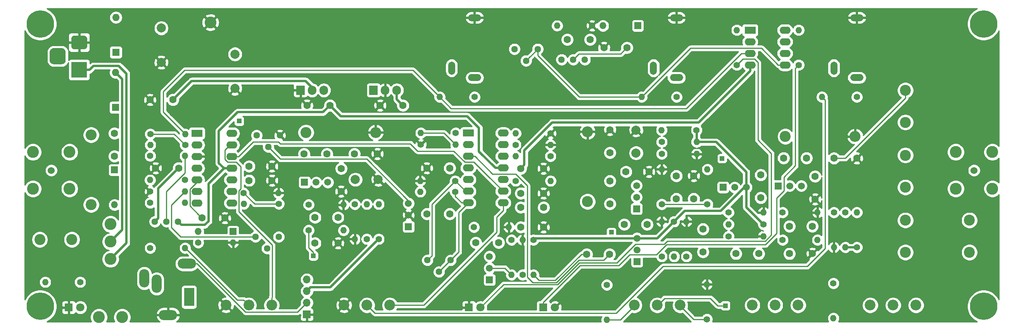
<source format=gbr>
G04 #@! TF.GenerationSoftware,KiCad,Pcbnew,5.1.5-5.1.5*
G04 #@! TF.CreationDate,2020-10-27T19:45:11+01:00*
G04 #@! TF.ProjectId,theresynth,74686572-6573-4796-9e74-682e6b696361,rev?*
G04 #@! TF.SameCoordinates,Original*
G04 #@! TF.FileFunction,Copper,L2,Bot*
G04 #@! TF.FilePolarity,Positive*
%FSLAX46Y46*%
G04 Gerber Fmt 4.6, Leading zero omitted, Abs format (unit mm)*
G04 Created by KiCad (PCBNEW 5.1.5-5.1.5) date 2020-10-27 19:45:11*
%MOMM*%
%LPD*%
G04 APERTURE LIST*
%ADD10C,1.440000*%
%ADD11O,1.400000X1.400000*%
%ADD12C,1.400000*%
%ADD13O,1.500000X1.500000*%
%ADD14R,1.500000X1.500000*%
%ADD15O,1.700000X1.700000*%
%ADD16R,1.700000X1.700000*%
%ADD17C,0.800000*%
%ADD18C,6.000000*%
%ADD19R,1.000000X1.000000*%
%ADD20C,2.340000*%
%ADD21O,2.400000X1.600000*%
%ADD22R,2.400000X1.600000*%
%ADD23C,1.600000*%
%ADD24C,2.600000*%
%ADD25O,4.000000X2.200000*%
%ADD26O,2.200000X4.000000*%
%ADD27R,2.200000X4.000000*%
%ADD28O,1.905000X2.000000*%
%ADD29R,1.905000X2.000000*%
%ADD30C,2.000000*%
%ADD31C,1.800000*%
%ADD32R,1.800000X1.800000*%
%ADD33O,1.600000X1.600000*%
%ADD34R,1.600000X1.600000*%
%ADD35O,1.500000X2.900000*%
%ADD36O,2.900000X1.500000*%
%ADD37C,1.500000*%
%ADD38C,2.400000*%
%ADD39O,2.400000X2.400000*%
%ADD40C,1.524000*%
%ADD41C,0.100000*%
%ADD42R,3.500000X3.500000*%
%ADD43C,0.250000*%
%ADD44C,0.500000*%
%ADD45C,0.254000*%
G04 APERTURE END LIST*
D10*
X132530000Y-115420000D03*
X135070000Y-117960000D03*
X137610000Y-115420000D03*
X94980000Y-110320000D03*
X97520000Y-112860000D03*
X100060000Y-110320000D03*
X151550000Y-69300000D03*
X154090000Y-71840000D03*
X156630000Y-69300000D03*
X95250000Y-88140000D03*
X97790000Y-90680000D03*
X100330000Y-88140000D03*
D11*
X90120000Y-111570000D03*
D12*
X82500000Y-111570000D03*
D13*
X82480000Y-109170000D03*
D14*
X90100000Y-109170000D03*
D13*
X64200000Y-103320000D03*
D14*
X64200000Y-95700000D03*
D13*
X170870000Y-64200000D03*
D14*
X178490000Y-64200000D03*
D15*
X106200000Y-119650000D03*
X106200000Y-122190000D03*
X106200000Y-124730000D03*
D16*
X106200000Y-127270000D03*
D17*
X49590990Y-62209010D03*
X48000000Y-61550000D03*
X46409010Y-62209010D03*
X45750000Y-63800000D03*
X46409010Y-65390990D03*
X48000000Y-66050000D03*
X49590990Y-65390990D03*
X50250000Y-63800000D03*
D18*
X48000000Y-63800000D03*
D17*
X255590990Y-62209010D03*
X254000000Y-61550000D03*
X252409010Y-62209010D03*
X251750000Y-63800000D03*
X252409010Y-65390990D03*
X254000000Y-66050000D03*
X255590990Y-65390990D03*
X256250000Y-63800000D03*
D18*
X254000000Y-63800000D03*
D17*
X255590990Y-123909010D03*
X254000000Y-123250000D03*
X252409010Y-123909010D03*
X251750000Y-125500000D03*
X252409010Y-127090990D03*
X254000000Y-127750000D03*
X255590990Y-127090990D03*
X256250000Y-125500000D03*
D18*
X254000000Y-125500000D03*
D17*
X49590990Y-123909010D03*
X48000000Y-123250000D03*
X46409010Y-123909010D03*
X45750000Y-125500000D03*
X46409010Y-127090990D03*
X48000000Y-127750000D03*
X49590990Y-127090990D03*
X50250000Y-125500000D03*
D18*
X48000000Y-125500000D03*
D11*
X221200000Y-128090000D03*
D12*
X221200000Y-120470000D03*
D19*
X91430000Y-85040000D03*
X107630000Y-114480000D03*
X197600000Y-125350000D03*
X172710000Y-109340000D03*
X196880000Y-93200000D03*
D20*
X114320000Y-125250000D03*
X119320000Y-125250000D03*
X124320000Y-125250000D03*
D11*
X200100000Y-65150000D03*
D12*
X200100000Y-72770000D03*
D21*
X210620000Y-65170000D03*
X203000000Y-72790000D03*
X210620000Y-67710000D03*
X203000000Y-70250000D03*
X210620000Y-70250000D03*
X203000000Y-67710000D03*
X210620000Y-72790000D03*
D22*
X203000000Y-65170000D03*
D21*
X149080000Y-87660000D03*
X141460000Y-102900000D03*
X149080000Y-90200000D03*
X141460000Y-100360000D03*
X149080000Y-92740000D03*
X141460000Y-97820000D03*
X149080000Y-95280000D03*
X141460000Y-95280000D03*
X149080000Y-97820000D03*
X141460000Y-92740000D03*
X149080000Y-100360000D03*
X141460000Y-90200000D03*
X149080000Y-102900000D03*
D22*
X141460000Y-87660000D03*
D11*
X79630000Y-92650000D03*
D12*
X72010000Y-92650000D03*
D23*
X167300000Y-114140000D03*
X172300000Y-114140000D03*
D24*
X63340000Y-107550000D03*
X63340000Y-111360000D03*
X63340000Y-115170000D03*
X65880000Y-127870000D03*
X60800000Y-127870000D03*
D11*
X79640000Y-87860000D03*
D12*
X72020000Y-87860000D03*
D11*
X72020000Y-90244999D03*
D12*
X79640000Y-90244999D03*
D11*
X193680000Y-95580000D03*
D12*
X193680000Y-103200000D03*
D23*
X172400000Y-86940000D03*
X172400000Y-91940000D03*
D20*
X88530000Y-125250000D03*
X93530000Y-125250000D03*
X98530000Y-125250000D03*
D25*
X75910000Y-127380000D03*
D26*
X70710000Y-119380000D03*
X73410000Y-120580000D03*
D25*
X80010000Y-116180000D03*
D27*
X80510000Y-123480000D03*
D21*
X89830000Y-87700000D03*
X82210000Y-102940000D03*
X89830000Y-90240000D03*
X82210000Y-100400000D03*
X89830000Y-92780000D03*
X82210000Y-97860000D03*
X89830000Y-95320000D03*
X82210000Y-95320000D03*
X89830000Y-97860000D03*
X82210000Y-92780000D03*
X89830000Y-100400000D03*
X82210000Y-90240000D03*
X89830000Y-102940000D03*
D22*
X82210000Y-87700000D03*
D11*
X79620000Y-112770000D03*
D12*
X72000000Y-112770000D03*
D28*
X109910000Y-78280000D03*
X107370000Y-78280000D03*
D29*
X104830000Y-78280000D03*
D28*
X125850000Y-78280000D03*
X123310000Y-78280000D03*
D29*
X120770000Y-78280000D03*
D24*
X85160000Y-63490000D03*
D30*
X178100000Y-87000000D03*
X178100000Y-92000000D03*
X121800000Y-97800000D03*
X116800000Y-97800000D03*
D11*
X49080000Y-120200000D03*
D12*
X56700000Y-120200000D03*
D31*
X56740000Y-125750000D03*
D32*
X54200000Y-125750000D03*
D11*
X131100000Y-87640000D03*
D12*
X138720000Y-87640000D03*
D11*
X151810000Y-87720000D03*
D12*
X159430000Y-87720000D03*
D10*
X166920000Y-71600000D03*
X164380000Y-71600000D03*
X161840000Y-71600000D03*
D11*
X213600000Y-65150000D03*
D12*
X213600000Y-72770000D03*
D31*
X160380000Y-125750000D03*
D32*
X157840000Y-125750000D03*
D10*
X73020000Y-107000000D03*
X75560000Y-107000000D03*
X78100000Y-107000000D03*
D23*
X98600000Y-94900000D03*
X93600000Y-94900000D03*
X73200000Y-95300000D03*
X78200000Y-95300000D03*
X157900000Y-95400000D03*
X152900000Y-95400000D03*
X132400000Y-95300000D03*
X137400000Y-95300000D03*
X175900000Y-96100000D03*
X180900000Y-96100000D03*
X217200000Y-97100000D03*
X217200000Y-102100000D03*
D33*
X64500000Y-62380000D03*
D34*
X64500000Y-70000000D03*
D33*
X64450000Y-74430000D03*
D34*
X64450000Y-82050000D03*
D11*
X100020000Y-100750000D03*
D12*
X92400000Y-100750000D03*
D11*
X218680000Y-79770000D03*
D12*
X226300000Y-79770000D03*
D11*
X179320000Y-79770000D03*
D12*
X186940000Y-79770000D03*
D11*
X159410000Y-90220000D03*
D12*
X151790000Y-90220000D03*
D11*
X159420000Y-98100000D03*
D12*
X151800000Y-98100000D03*
D11*
X160870000Y-64200000D03*
D12*
X168490000Y-64200000D03*
D11*
X151780000Y-92700000D03*
D12*
X159400000Y-92700000D03*
D35*
X221293500Y-73450000D03*
D36*
X226310000Y-75550000D03*
X226310000Y-62450000D03*
D35*
X181913500Y-73450000D03*
D36*
X186930000Y-75550000D03*
X186930000Y-62450000D03*
D23*
X157900000Y-103900000D03*
X152900000Y-103900000D03*
X171090000Y-69000000D03*
X176090000Y-69000000D03*
X157900000Y-100800000D03*
X152900000Y-100800000D03*
X163070000Y-67220000D03*
X168070000Y-67220000D03*
D14*
X105700000Y-98400000D03*
D37*
X110780000Y-98400000D03*
X108240000Y-98400000D03*
D14*
X128400000Y-108100000D03*
D37*
X128400000Y-103020000D03*
X128400000Y-105560000D03*
D14*
X146100000Y-119700000D03*
D37*
X146100000Y-114620000D03*
X146100000Y-117160000D03*
D14*
X178300000Y-115700000D03*
D37*
X178300000Y-110620000D03*
X178300000Y-113160000D03*
D14*
X197100000Y-99500000D03*
D37*
X202180000Y-99500000D03*
X199640000Y-99500000D03*
D14*
X178200000Y-104200000D03*
D37*
X178200000Y-99120000D03*
X178200000Y-101660000D03*
D14*
X209100000Y-99200000D03*
D37*
X214180000Y-99200000D03*
X211640000Y-99200000D03*
D31*
X144140000Y-125750000D03*
D32*
X141600000Y-125750000D03*
D11*
X135210000Y-79770000D03*
D12*
X142830000Y-79770000D03*
D11*
X79620000Y-102900000D03*
D12*
X72000000Y-102900000D03*
D11*
X79620000Y-100400000D03*
D12*
X72000000Y-100400000D03*
D11*
X71980000Y-97900000D03*
D12*
X79600000Y-97900000D03*
D11*
X92480000Y-103100000D03*
D12*
X100100000Y-103100000D03*
D11*
X114220000Y-103300000D03*
D12*
X106600000Y-103300000D03*
D11*
X121900000Y-103180000D03*
D12*
X121900000Y-110800000D03*
D11*
X114220000Y-108900000D03*
D12*
X106600000Y-108900000D03*
D11*
X119300000Y-103180000D03*
D12*
X119300000Y-110800000D03*
D11*
X116700000Y-110820000D03*
D12*
X116700000Y-103200000D03*
D38*
X54900000Y-110900000D03*
X47900000Y-110900000D03*
D39*
X59100000Y-88060000D03*
D38*
X59100000Y-103300000D03*
D39*
X121240000Y-87500000D03*
D38*
X106000000Y-87500000D03*
D35*
X137823500Y-73450000D03*
D36*
X142840000Y-75550000D03*
X142840000Y-62450000D03*
D23*
X98600000Y-98000000D03*
X93600000Y-98000000D03*
X88300000Y-106200000D03*
X83300000Y-106200000D03*
X64200000Y-92700000D03*
X64200000Y-87700000D03*
X113700000Y-95400000D03*
X113700000Y-100400000D03*
X113000000Y-111700000D03*
X108000000Y-111700000D03*
X113000000Y-106100000D03*
X108000000Y-106100000D03*
X110600000Y-92200000D03*
X105600000Y-92200000D03*
X121600000Y-92200000D03*
X116600000Y-92200000D03*
D24*
X46400000Y-91800000D03*
X54400000Y-91800000D03*
X54400000Y-99800000D03*
X46400000Y-99800000D03*
D40*
X50400000Y-95800000D03*
G04 #@! TA.AperFunction,ComponentPad*
D41*
G36*
X52760765Y-69104213D02*
G01*
X52845704Y-69116813D01*
X52928999Y-69137677D01*
X53009848Y-69166605D01*
X53087472Y-69203319D01*
X53161124Y-69247464D01*
X53230094Y-69298616D01*
X53293718Y-69356282D01*
X53351384Y-69419906D01*
X53402536Y-69488876D01*
X53446681Y-69562528D01*
X53483395Y-69640152D01*
X53512323Y-69721001D01*
X53533187Y-69804296D01*
X53545787Y-69889235D01*
X53550000Y-69975000D01*
X53550000Y-71725000D01*
X53545787Y-71810765D01*
X53533187Y-71895704D01*
X53512323Y-71978999D01*
X53483395Y-72059848D01*
X53446681Y-72137472D01*
X53402536Y-72211124D01*
X53351384Y-72280094D01*
X53293718Y-72343718D01*
X53230094Y-72401384D01*
X53161124Y-72452536D01*
X53087472Y-72496681D01*
X53009848Y-72533395D01*
X52928999Y-72562323D01*
X52845704Y-72583187D01*
X52760765Y-72595787D01*
X52675000Y-72600000D01*
X50925000Y-72600000D01*
X50839235Y-72595787D01*
X50754296Y-72583187D01*
X50671001Y-72562323D01*
X50590152Y-72533395D01*
X50512528Y-72496681D01*
X50438876Y-72452536D01*
X50369906Y-72401384D01*
X50306282Y-72343718D01*
X50248616Y-72280094D01*
X50197464Y-72211124D01*
X50153319Y-72137472D01*
X50116605Y-72059848D01*
X50087677Y-71978999D01*
X50066813Y-71895704D01*
X50054213Y-71810765D01*
X50050000Y-71725000D01*
X50050000Y-69975000D01*
X50054213Y-69889235D01*
X50066813Y-69804296D01*
X50087677Y-69721001D01*
X50116605Y-69640152D01*
X50153319Y-69562528D01*
X50197464Y-69488876D01*
X50248616Y-69419906D01*
X50306282Y-69356282D01*
X50369906Y-69298616D01*
X50438876Y-69247464D01*
X50512528Y-69203319D01*
X50590152Y-69166605D01*
X50671001Y-69137677D01*
X50754296Y-69116813D01*
X50839235Y-69104213D01*
X50925000Y-69100000D01*
X52675000Y-69100000D01*
X52760765Y-69104213D01*
G37*
G04 #@! TD.AperFunction*
G04 #@! TA.AperFunction,ComponentPad*
G36*
X57573513Y-66353611D02*
G01*
X57646318Y-66364411D01*
X57717714Y-66382295D01*
X57787013Y-66407090D01*
X57853548Y-66438559D01*
X57916678Y-66476398D01*
X57975795Y-66520242D01*
X58030330Y-66569670D01*
X58079758Y-66624205D01*
X58123602Y-66683322D01*
X58161441Y-66746452D01*
X58192910Y-66812987D01*
X58217705Y-66882286D01*
X58235589Y-66953682D01*
X58246389Y-67026487D01*
X58250000Y-67100000D01*
X58250000Y-68600000D01*
X58246389Y-68673513D01*
X58235589Y-68746318D01*
X58217705Y-68817714D01*
X58192910Y-68887013D01*
X58161441Y-68953548D01*
X58123602Y-69016678D01*
X58079758Y-69075795D01*
X58030330Y-69130330D01*
X57975795Y-69179758D01*
X57916678Y-69223602D01*
X57853548Y-69261441D01*
X57787013Y-69292910D01*
X57717714Y-69317705D01*
X57646318Y-69335589D01*
X57573513Y-69346389D01*
X57500000Y-69350000D01*
X55500000Y-69350000D01*
X55426487Y-69346389D01*
X55353682Y-69335589D01*
X55282286Y-69317705D01*
X55212987Y-69292910D01*
X55146452Y-69261441D01*
X55083322Y-69223602D01*
X55024205Y-69179758D01*
X54969670Y-69130330D01*
X54920242Y-69075795D01*
X54876398Y-69016678D01*
X54838559Y-68953548D01*
X54807090Y-68887013D01*
X54782295Y-68817714D01*
X54764411Y-68746318D01*
X54753611Y-68673513D01*
X54750000Y-68600000D01*
X54750000Y-67100000D01*
X54753611Y-67026487D01*
X54764411Y-66953682D01*
X54782295Y-66882286D01*
X54807090Y-66812987D01*
X54838559Y-66746452D01*
X54876398Y-66683322D01*
X54920242Y-66624205D01*
X54969670Y-66569670D01*
X55024205Y-66520242D01*
X55083322Y-66476398D01*
X55146452Y-66438559D01*
X55212987Y-66407090D01*
X55282286Y-66382295D01*
X55353682Y-66364411D01*
X55426487Y-66353611D01*
X55500000Y-66350000D01*
X57500000Y-66350000D01*
X57573513Y-66353611D01*
G37*
G04 #@! TD.AperFunction*
D42*
X56500000Y-73850000D03*
D30*
X74420000Y-64720000D03*
X74420000Y-72220000D03*
X90520000Y-77920000D03*
X90520000Y-70420000D03*
D23*
X76960000Y-80380000D03*
X71960000Y-80380000D03*
X111250000Y-81590000D03*
X106250000Y-81590000D03*
X122200000Y-81620000D03*
X127200000Y-81620000D03*
X132400000Y-105300000D03*
X137400000Y-105300000D03*
D20*
X177720000Y-125250000D03*
X182720000Y-125250000D03*
X187720000Y-125250000D03*
X203470000Y-125250000D03*
X208470000Y-125250000D03*
X213470000Y-125250000D03*
X229220000Y-125250000D03*
X234220000Y-125250000D03*
X239220000Y-125250000D03*
D11*
X130980000Y-98100000D03*
D12*
X138600000Y-98100000D03*
D11*
X130980000Y-100470000D03*
D12*
X138600000Y-100470000D03*
D11*
X171710000Y-128440000D03*
D12*
X171710000Y-120820000D03*
D11*
X138730000Y-90190000D03*
D12*
X131110000Y-90190000D03*
D11*
X193580000Y-120700000D03*
D12*
X193580000Y-128320000D03*
D11*
X150320000Y-108200000D03*
D12*
X142700000Y-108200000D03*
D11*
X155700000Y-118620000D03*
D12*
X155700000Y-111000000D03*
D11*
X153300000Y-110980000D03*
D12*
X153300000Y-118600000D03*
D11*
X150900000Y-118620000D03*
D12*
X150900000Y-111000000D03*
D11*
X189100000Y-106980000D03*
D12*
X189100000Y-114600000D03*
D11*
X205920000Y-110200000D03*
D12*
X198300000Y-110200000D03*
D11*
X183700000Y-106980000D03*
D12*
X183700000Y-114600000D03*
D11*
X186400000Y-114600000D03*
D12*
X186400000Y-106980000D03*
D11*
X205920000Y-105000000D03*
D12*
X198300000Y-105000000D03*
D11*
X198280000Y-107600000D03*
D12*
X205900000Y-107600000D03*
D11*
X183700000Y-95580000D03*
D12*
X183700000Y-103200000D03*
D11*
X183680000Y-87000000D03*
D12*
X191300000Y-87000000D03*
D11*
X191320000Y-89600000D03*
D12*
X183700000Y-89600000D03*
D11*
X191320000Y-92200000D03*
D12*
X183700000Y-92200000D03*
D11*
X217720000Y-111000000D03*
D12*
X210100000Y-111000000D03*
D11*
X217720000Y-105000000D03*
D12*
X210100000Y-105000000D03*
D11*
X221300000Y-112620000D03*
D12*
X221300000Y-105000000D03*
D11*
X223800000Y-112620000D03*
D12*
X223800000Y-105000000D03*
D11*
X226300000Y-104980000D03*
D12*
X226300000Y-112600000D03*
D38*
X236900000Y-106700000D03*
X236900000Y-113700000D03*
X236900000Y-92500000D03*
X236900000Y-99500000D03*
X250900000Y-113700000D03*
X250900000Y-106700000D03*
D39*
X167500000Y-87360000D03*
D38*
X167500000Y-102600000D03*
X236900000Y-78300000D03*
X236900000Y-85300000D03*
D39*
X225940000Y-88400000D03*
D38*
X210700000Y-88400000D03*
D23*
X143100000Y-111600000D03*
X148100000Y-111600000D03*
X157900000Y-108200000D03*
X152900000Y-108200000D03*
X192700000Y-108600000D03*
X192700000Y-113600000D03*
X199900000Y-114000000D03*
X204900000Y-114000000D03*
X175500000Y-107600000D03*
X180500000Y-107600000D03*
X205300000Y-96800000D03*
X205300000Y-101800000D03*
X190700000Y-97000000D03*
X190700000Y-102000000D03*
X186900000Y-97000000D03*
X186900000Y-102000000D03*
X172400000Y-98100000D03*
X172400000Y-103100000D03*
X216600000Y-114000000D03*
X211600000Y-114000000D03*
X216600000Y-108000000D03*
X211600000Y-108000000D03*
X210300000Y-93100000D03*
X215300000Y-93100000D03*
X226300000Y-93150000D03*
X221300000Y-93150000D03*
D24*
X247900000Y-91800000D03*
X255900000Y-91800000D03*
X255900000Y-99800000D03*
X247900000Y-99800000D03*
D40*
X251900000Y-95800000D03*
D17*
X158900000Y-79370000D03*
X146630000Y-79370000D03*
X207500000Y-84170000D03*
X159600000Y-115770000D03*
X151000000Y-125670000D03*
D43*
X183700000Y-103200000D02*
X193680000Y-103200000D01*
D44*
X202180000Y-103880000D02*
X202180000Y-99500000D01*
X205900000Y-107600000D02*
X202180000Y-103880000D01*
X182760000Y-110620000D02*
X186400000Y-106980000D01*
X178300000Y-110620000D02*
X182760000Y-110620000D01*
X191320000Y-87020000D02*
X191300000Y-87000000D01*
X191320000Y-89600000D02*
X191320000Y-87020000D01*
X223820000Y-112600000D02*
X223800000Y-112620000D01*
X226300000Y-112600000D02*
X223820000Y-112600000D01*
X73739999Y-106280001D02*
X73739999Y-99760001D01*
X77400001Y-96099999D02*
X78200000Y-95300000D01*
X73739999Y-99760001D02*
X77400001Y-96099999D01*
X73020000Y-107000000D02*
X73739999Y-106280001D01*
X125850000Y-80270000D02*
X127200000Y-81620000D01*
X125850000Y-78280000D02*
X125850000Y-80270000D01*
X187099999Y-106280001D02*
X186400000Y-106980000D01*
X188720000Y-104660000D02*
X187099999Y-106280001D01*
X196641998Y-104660000D02*
X188720000Y-104660000D01*
X202180000Y-99500000D02*
X201801998Y-99500000D01*
X201801998Y-99500000D02*
X196641998Y-104660000D01*
X195580000Y-89600000D02*
X191320000Y-89600000D01*
X202180000Y-99500000D02*
X202180000Y-96200000D01*
X202180000Y-96200000D02*
X195580000Y-89600000D01*
X156080000Y-110620000D02*
X155700000Y-111000000D01*
X178300000Y-110620000D02*
X156080000Y-110620000D01*
X111359999Y-121340001D02*
X121200001Y-111499999D01*
X107049999Y-121340001D02*
X111359999Y-121340001D01*
X121200001Y-111499999D02*
X121900000Y-110800000D01*
X106200000Y-122190000D02*
X107049999Y-121340001D01*
D43*
X149440000Y-117160000D02*
X150900000Y-118620000D01*
X146100000Y-117160000D02*
X149440000Y-117160000D01*
D44*
X89820000Y-95320000D02*
X89420000Y-95320000D01*
X78819999Y-107719999D02*
X78100000Y-107000000D01*
X83926003Y-107719999D02*
X78819999Y-107719999D01*
X84750001Y-106896001D02*
X83926003Y-107719999D01*
X88130000Y-95320000D02*
X84750001Y-98699999D01*
X84750001Y-98699999D02*
X84750001Y-106896001D01*
X89830000Y-95320000D02*
X88130000Y-95320000D01*
X153699999Y-94600001D02*
X152900000Y-95400000D01*
X153699999Y-91451999D02*
X153699999Y-94600001D01*
X159801999Y-85349999D02*
X153699999Y-91451999D01*
X191740001Y-85349999D02*
X159801999Y-85349999D01*
X203000000Y-74090000D02*
X191740001Y-85349999D01*
X203000000Y-72790000D02*
X203000000Y-74090000D01*
X113630000Y-83970000D02*
X111250000Y-81590000D01*
X141270001Y-83970000D02*
X113630000Y-83970000D01*
X143800000Y-86499999D02*
X141270001Y-83970000D01*
X143800000Y-91700000D02*
X143800000Y-86499999D01*
X147380000Y-95280000D02*
X143800000Y-91700000D01*
X149080000Y-95280000D02*
X147380000Y-95280000D01*
X87000000Y-94190000D02*
X88130000Y-95320000D01*
X87000000Y-87190000D02*
X87000000Y-94190000D01*
X111250000Y-81590000D02*
X109760000Y-83080000D01*
X91110000Y-83080000D02*
X87000000Y-87190000D01*
X109760000Y-83080000D02*
X91110000Y-83080000D01*
D43*
X222431370Y-93150000D02*
X221300000Y-93150000D01*
X223747056Y-93150000D02*
X222431370Y-93150000D01*
X236900000Y-79997056D02*
X223747056Y-93150000D01*
X236900000Y-78300000D02*
X236900000Y-79997056D01*
X119286003Y-93325001D02*
X128400000Y-102438998D01*
X97790000Y-90680000D02*
X100435001Y-93325001D01*
X100435001Y-93325001D02*
X119286003Y-93325001D01*
X147630000Y-106040000D02*
X149080000Y-104590000D01*
X147630000Y-109340000D02*
X147630000Y-106040000D01*
X149080000Y-104590000D02*
X149080000Y-102900000D01*
X131720000Y-125250000D02*
X147630000Y-109340000D01*
X124320000Y-125250000D02*
X131720000Y-125250000D01*
X142674990Y-93954990D02*
X145830000Y-97110000D01*
X140683986Y-93954990D02*
X142674990Y-93954990D01*
X130400000Y-91570000D02*
X138298996Y-91570000D01*
X128800000Y-89970000D02*
X130400000Y-91570000D01*
X138298996Y-91570000D02*
X140683986Y-93954990D01*
X91280000Y-92780000D02*
X94510000Y-89550000D01*
X89830000Y-92780000D02*
X91280000Y-92780000D01*
X94510000Y-89550000D02*
X99980000Y-89550000D01*
X100400000Y-89970000D02*
X128800000Y-89970000D01*
X145830000Y-97110000D02*
X149080000Y-100360000D01*
X99980000Y-89550000D02*
X100400000Y-89970000D01*
X190650000Y-128320000D02*
X187720000Y-125390000D01*
X193580000Y-128320000D02*
X190650000Y-128320000D01*
X82500001Y-105400001D02*
X83300000Y-106200000D01*
X82210000Y-98408996D02*
X80684990Y-99934006D01*
X80684990Y-103584990D02*
X82500001Y-105400001D01*
X80684990Y-99934006D02*
X80684990Y-103584990D01*
X82210000Y-97860000D02*
X82210000Y-98408996D01*
D44*
X65900001Y-75880001D02*
X65249999Y-75229999D01*
X65249999Y-75229999D02*
X64450000Y-74430000D01*
X65900001Y-108799999D02*
X65900001Y-75880001D01*
X63340000Y-111360000D02*
X65900001Y-108799999D01*
D43*
X175290001Y-69799999D02*
X176090000Y-69000000D01*
X174735001Y-70354999D02*
X175290001Y-69799999D01*
X165625001Y-70354999D02*
X174735001Y-70354999D01*
X164380000Y-71600000D02*
X165625001Y-70354999D01*
X212900001Y-94769999D02*
X212900001Y-73469999D01*
X176665999Y-114235001D02*
X182547997Y-114235001D01*
X210400000Y-97270000D02*
X212900001Y-94769999D01*
X174331000Y-116570000D02*
X176665999Y-114235001D01*
X165870000Y-116570000D02*
X174331000Y-116570000D01*
X210400000Y-100220000D02*
X210400000Y-97270000D01*
X157840000Y-124600000D02*
X165870000Y-116570000D01*
X157840000Y-125750000D02*
X157840000Y-124600000D01*
X184757997Y-112025001D02*
X206364999Y-112025001D01*
X212900001Y-73469999D02*
X213600000Y-72770000D01*
X182547997Y-114235001D02*
X184757997Y-112025001D01*
X206364999Y-112025001D02*
X208810000Y-109580000D01*
X208810000Y-109580000D02*
X208810000Y-101810000D01*
X208810000Y-101810000D02*
X210400000Y-100220000D01*
X142910000Y-92740000D02*
X141460000Y-92740000D01*
X151822012Y-96605010D02*
X146775010Y-96605010D01*
X154325001Y-119092001D02*
X154325001Y-99107999D01*
X165600000Y-115370000D02*
X160694989Y-120275011D01*
X146775010Y-96605010D02*
X142910000Y-92740000D01*
X171070000Y-115370000D02*
X165600000Y-115370000D01*
X154325001Y-99107999D02*
X151822012Y-96605010D01*
X155508011Y-120275011D02*
X154325001Y-119092001D01*
X160694989Y-120275011D02*
X155508011Y-120275011D01*
X172300000Y-114140000D02*
X171070000Y-115370000D01*
X184370000Y-123740000D02*
X183889999Y-124220001D01*
X194320000Y-123740000D02*
X184370000Y-123740000D01*
X195930000Y-125350000D02*
X194320000Y-123740000D01*
X183889999Y-124220001D02*
X182720000Y-125390000D01*
X197600000Y-125350000D02*
X195930000Y-125350000D01*
D44*
X76960000Y-80380000D02*
X77200001Y-80139999D01*
X77759999Y-79580001D02*
X76960000Y-80380000D01*
X107370000Y-77697498D02*
X105942501Y-76269999D01*
X81070001Y-76269999D02*
X77759999Y-79580001D01*
X105942501Y-76269999D02*
X81070001Y-76269999D01*
X107370000Y-78280000D02*
X107370000Y-77697498D01*
X58750000Y-73850000D02*
X56500000Y-73850000D01*
X65146001Y-72979999D02*
X59620001Y-72979999D01*
X66800011Y-74634009D02*
X65146001Y-72979999D01*
X59620001Y-72979999D02*
X58750000Y-73850000D01*
X66800011Y-111709989D02*
X66800011Y-74634009D01*
X63340000Y-115170000D02*
X66800011Y-111709989D01*
D43*
X174670000Y-128440000D02*
X177720000Y-125390000D01*
X171710000Y-128440000D02*
X174670000Y-128440000D01*
X136180000Y-87640000D02*
X131100000Y-87640000D01*
X138730000Y-90190000D02*
X136180000Y-87640000D01*
X138600000Y-101490000D02*
X138600000Y-101459949D01*
X140010000Y-102900000D02*
X138600000Y-101490000D01*
X138600000Y-101459949D02*
X138600000Y-100470000D01*
X141460000Y-102900000D02*
X140010000Y-102900000D01*
X135070000Y-117960000D02*
X137610000Y-115420000D01*
X139400000Y-113630000D02*
X137610000Y-115420000D01*
X141460000Y-102900000D02*
X139400000Y-104960000D01*
X139400000Y-104960000D02*
X139400000Y-113630000D01*
X91030001Y-124080001D02*
X92360001Y-124080001D01*
X92360001Y-124080001D02*
X93530000Y-125250000D01*
X79620000Y-112670000D02*
X91030001Y-124080001D01*
X149080000Y-87660000D02*
X149480000Y-87660000D01*
X209170000Y-72790000D02*
X210620000Y-72790000D01*
X205504990Y-69124990D02*
X209170000Y-72790000D01*
X189965010Y-69124990D02*
X205504990Y-69124990D01*
X179320000Y-79770000D02*
X189965010Y-69124990D01*
X165671767Y-79770000D02*
X178330051Y-79770000D01*
X178330051Y-79770000D02*
X179320000Y-79770000D01*
X156630000Y-69300000D02*
X156630000Y-70728233D01*
X156630000Y-70728233D02*
X165671767Y-79770000D01*
X154809999Y-71120001D02*
X156630000Y-69300000D01*
X154090000Y-71840000D02*
X154809999Y-71120001D01*
X77255001Y-87860000D02*
X79640000Y-90244999D01*
X72020000Y-87860000D02*
X77255001Y-87860000D01*
X80840000Y-116180000D02*
X80010000Y-116180000D01*
X105350001Y-125579999D02*
X106200000Y-124730000D01*
X104184999Y-126745001D02*
X105350001Y-125579999D01*
X92825001Y-126745001D02*
X104184999Y-126745001D01*
X82260000Y-116180000D02*
X92825001Y-126745001D01*
X80010000Y-116180000D02*
X82260000Y-116180000D01*
X119320000Y-125250000D02*
X121045001Y-126975001D01*
X183987398Y-116770000D02*
X215495002Y-116770000D01*
X219379999Y-80469999D02*
X218680000Y-79770000D01*
X121045001Y-126975001D02*
X173782397Y-126975001D01*
X173782397Y-126975001D02*
X183987398Y-116770000D01*
X215495002Y-116770000D02*
X219379999Y-112885003D01*
X219379999Y-112885003D02*
X219379999Y-80469999D01*
X98530000Y-123595371D02*
X98530000Y-125250000D01*
X98640000Y-123485371D02*
X98530000Y-123595371D01*
X88881163Y-93994990D02*
X90778837Y-93994990D01*
X88304990Y-93418817D02*
X88881163Y-93994990D01*
X90778837Y-93994990D02*
X91800000Y-95016153D01*
X91374999Y-104844999D02*
X98640000Y-112110000D01*
X98640000Y-112110000D02*
X98640000Y-123485371D01*
X89830000Y-90240000D02*
X89430000Y-90240000D01*
X89430000Y-90240000D02*
X88304990Y-91365010D01*
X91374999Y-100257999D02*
X91374999Y-104844999D01*
X88304990Y-91365010D02*
X88304990Y-93418817D01*
X91800000Y-95016153D02*
X91800000Y-99832998D01*
X91800000Y-99832998D02*
X91374999Y-100257999D01*
X140860000Y-100360000D02*
X141460000Y-100360000D01*
X138600000Y-98100000D02*
X140860000Y-100360000D01*
X138600000Y-98100000D02*
X133525001Y-103174999D01*
X133525001Y-114424999D02*
X132530000Y-115420000D01*
X133525001Y-103174999D02*
X133525001Y-114424999D01*
X200799999Y-72070001D02*
X200100000Y-72770000D01*
X203948837Y-71464990D02*
X201405010Y-71464990D01*
X206348589Y-111225001D02*
X207650000Y-109923590D01*
X149164980Y-120725020D02*
X160944980Y-120725020D01*
X184921587Y-111225001D02*
X206348589Y-111225001D01*
X204725010Y-72241163D02*
X203948837Y-71464990D01*
X160944980Y-120725020D02*
X165700000Y-115970000D01*
X144140000Y-125750000D02*
X149164980Y-120725020D01*
X177973997Y-111895001D02*
X184251587Y-111895001D01*
X165700000Y-115970000D02*
X173898998Y-115970000D01*
X184251587Y-111895001D02*
X184921587Y-111225001D01*
X207650000Y-92115002D02*
X204725010Y-89190012D01*
X204725010Y-89190012D02*
X204725010Y-72241163D01*
X173898998Y-115970000D02*
X177973997Y-111895001D01*
X201405010Y-71464990D02*
X200799999Y-72070001D01*
X207650000Y-109923590D02*
X207650000Y-92115002D01*
X156399999Y-119319999D02*
X155700000Y-118620000D01*
X156905001Y-119825001D02*
X156399999Y-119319999D01*
X160483629Y-119825001D02*
X156905001Y-119825001D01*
X166168630Y-114140000D02*
X160483629Y-119825001D01*
X167300000Y-114140000D02*
X166168630Y-114140000D01*
X106600000Y-109889949D02*
X106600000Y-108900000D01*
X106600000Y-112700000D02*
X106600000Y-109889949D01*
X107630000Y-113730000D02*
X106600000Y-112700000D01*
X107630000Y-114480000D02*
X107630000Y-113730000D01*
X79600000Y-96382998D02*
X79600000Y-93689949D01*
X75560000Y-100422998D02*
X79600000Y-96382998D01*
X79600000Y-93689949D02*
X79600000Y-92700000D01*
X75560000Y-107000000D02*
X75560000Y-100422998D01*
X94980000Y-110320000D02*
X93961767Y-110320000D01*
X78920001Y-101099999D02*
X79620000Y-100400000D01*
X93961767Y-110320000D02*
X93951767Y-110330000D01*
X76620000Y-108310000D02*
X76620000Y-103400000D01*
X93951767Y-110330000D02*
X78640000Y-110330000D01*
X76620000Y-103400000D02*
X78920001Y-101099999D01*
X78640000Y-110330000D02*
X76620000Y-108310000D01*
X94810000Y-103160000D02*
X92400000Y-100750000D01*
X100000000Y-103160000D02*
X94810000Y-103160000D01*
X201550000Y-70250000D02*
X203000000Y-70250000D01*
X201102998Y-70250000D02*
X201550000Y-70250000D01*
X189082998Y-82270000D02*
X201102998Y-70250000D01*
X137710000Y-82270000D02*
X189082998Y-82270000D01*
X135210000Y-79770000D02*
X137710000Y-82270000D01*
X79550000Y-73940000D02*
X129380000Y-73940000D01*
X74890000Y-83060000D02*
X74890000Y-78600000D01*
X129380000Y-73940000D02*
X135210000Y-79770000D01*
X75634999Y-83854999D02*
X75634999Y-83804999D01*
X74890000Y-78600000D02*
X79550000Y-73940000D01*
X79640000Y-87860000D02*
X75634999Y-83854999D01*
X75634999Y-83804999D02*
X74890000Y-83060000D01*
D45*
G36*
X252278182Y-60578705D02*
G01*
X251682823Y-60976511D01*
X251176511Y-61482823D01*
X250778705Y-62078182D01*
X250504691Y-62739710D01*
X250365000Y-63441984D01*
X250365000Y-64158016D01*
X250504691Y-64860290D01*
X250778705Y-65521818D01*
X251176511Y-66117177D01*
X251682823Y-66623489D01*
X252278182Y-67021295D01*
X252939710Y-67295309D01*
X253641984Y-67435000D01*
X254358016Y-67435000D01*
X255060290Y-67295309D01*
X255721818Y-67021295D01*
X256317177Y-66623489D01*
X256823489Y-66117177D01*
X257221295Y-65521818D01*
X257340001Y-65235237D01*
X257340001Y-90503497D01*
X257133491Y-90296987D01*
X256816566Y-90085225D01*
X256464419Y-89939361D01*
X256090581Y-89865000D01*
X255709419Y-89865000D01*
X255335581Y-89939361D01*
X254983434Y-90085225D01*
X254666509Y-90296987D01*
X254396987Y-90566509D01*
X254185225Y-90883434D01*
X254039361Y-91235581D01*
X253965000Y-91609419D01*
X253965000Y-91990581D01*
X254039361Y-92364419D01*
X254185225Y-92716566D01*
X254396987Y-93033491D01*
X254666509Y-93303013D01*
X254983434Y-93514775D01*
X255335581Y-93660639D01*
X255709419Y-93735000D01*
X256090581Y-93735000D01*
X256464419Y-93660639D01*
X256816566Y-93514775D01*
X257133491Y-93303013D01*
X257340001Y-93096503D01*
X257340000Y-98503496D01*
X257133491Y-98296987D01*
X256816566Y-98085225D01*
X256464419Y-97939361D01*
X256090581Y-97865000D01*
X255709419Y-97865000D01*
X255335581Y-97939361D01*
X254983434Y-98085225D01*
X254666509Y-98296987D01*
X254396987Y-98566509D01*
X254185225Y-98883434D01*
X254039361Y-99235581D01*
X253965000Y-99609419D01*
X253965000Y-99990581D01*
X254039361Y-100364419D01*
X254185225Y-100716566D01*
X254396987Y-101033491D01*
X254666509Y-101303013D01*
X254983434Y-101514775D01*
X255335581Y-101660639D01*
X255709419Y-101735000D01*
X256090581Y-101735000D01*
X256464419Y-101660639D01*
X256816566Y-101514775D01*
X257133491Y-101303013D01*
X257340000Y-101096504D01*
X257340000Y-124064761D01*
X257221295Y-123778182D01*
X256823489Y-123182823D01*
X256317177Y-122676511D01*
X255721818Y-122278705D01*
X255060290Y-122004691D01*
X254358016Y-121865000D01*
X253641984Y-121865000D01*
X252939710Y-122004691D01*
X252278182Y-122278705D01*
X251682823Y-122676511D01*
X251176511Y-123182823D01*
X250778705Y-123778182D01*
X250504691Y-124439710D01*
X250365000Y-125141984D01*
X250365000Y-125858016D01*
X250504691Y-126560290D01*
X250778705Y-127221818D01*
X251176511Y-127817177D01*
X251682823Y-128323489D01*
X252278182Y-128721295D01*
X252564761Y-128840000D01*
X222304456Y-128840000D01*
X222383061Y-128722359D01*
X222483696Y-128479405D01*
X222535000Y-128221486D01*
X222535000Y-127958514D01*
X222483696Y-127700595D01*
X222383061Y-127457641D01*
X222236962Y-127238987D01*
X222051013Y-127053038D01*
X221832359Y-126906939D01*
X221589405Y-126806304D01*
X221331486Y-126755000D01*
X221068514Y-126755000D01*
X220810595Y-126806304D01*
X220567641Y-126906939D01*
X220348987Y-127053038D01*
X220163038Y-127238987D01*
X220016939Y-127457641D01*
X219916304Y-127700595D01*
X219865000Y-127958514D01*
X219865000Y-128221486D01*
X219916304Y-128479405D01*
X220016939Y-128722359D01*
X220095544Y-128840000D01*
X194809602Y-128840000D01*
X194863696Y-128709405D01*
X194915000Y-128451486D01*
X194915000Y-128188514D01*
X194863696Y-127930595D01*
X194763061Y-127687641D01*
X194616962Y-127468987D01*
X194431013Y-127283038D01*
X194212359Y-127136939D01*
X193969405Y-127036304D01*
X193711486Y-126985000D01*
X193448514Y-126985000D01*
X193190595Y-127036304D01*
X192947641Y-127136939D01*
X192728987Y-127283038D01*
X192543038Y-127468987D01*
X192482225Y-127560000D01*
X190964802Y-127560000D01*
X189375285Y-125970483D01*
X189455635Y-125776499D01*
X189525000Y-125427777D01*
X189525000Y-125072223D01*
X189455635Y-124723501D01*
X189363058Y-124500000D01*
X194005199Y-124500000D01*
X195366201Y-125861003D01*
X195389999Y-125890001D01*
X195505724Y-125984974D01*
X195637753Y-126055546D01*
X195781014Y-126099003D01*
X195892667Y-126110000D01*
X195892677Y-126110000D01*
X195930000Y-126113676D01*
X195967323Y-126110000D01*
X196518954Y-126110000D01*
X196569463Y-126204494D01*
X196648815Y-126301185D01*
X196745506Y-126380537D01*
X196855820Y-126439502D01*
X196975518Y-126475812D01*
X197100000Y-126488072D01*
X198100000Y-126488072D01*
X198224482Y-126475812D01*
X198344180Y-126439502D01*
X198454494Y-126380537D01*
X198551185Y-126301185D01*
X198630537Y-126204494D01*
X198689502Y-126094180D01*
X198725812Y-125974482D01*
X198738072Y-125850000D01*
X198738072Y-125072223D01*
X201665000Y-125072223D01*
X201665000Y-125427777D01*
X201734365Y-125776499D01*
X201870429Y-126104988D01*
X202067965Y-126400621D01*
X202319379Y-126652035D01*
X202615012Y-126849571D01*
X202943501Y-126985635D01*
X203292223Y-127055000D01*
X203647777Y-127055000D01*
X203996499Y-126985635D01*
X204324988Y-126849571D01*
X204620621Y-126652035D01*
X204872035Y-126400621D01*
X205069571Y-126104988D01*
X205205635Y-125776499D01*
X205275000Y-125427777D01*
X205275000Y-125072223D01*
X206665000Y-125072223D01*
X206665000Y-125427777D01*
X206734365Y-125776499D01*
X206870429Y-126104988D01*
X207067965Y-126400621D01*
X207319379Y-126652035D01*
X207615012Y-126849571D01*
X207943501Y-126985635D01*
X208292223Y-127055000D01*
X208647777Y-127055000D01*
X208996499Y-126985635D01*
X209324988Y-126849571D01*
X209620621Y-126652035D01*
X209872035Y-126400621D01*
X210069571Y-126104988D01*
X210205635Y-125776499D01*
X210275000Y-125427777D01*
X210275000Y-125072223D01*
X211665000Y-125072223D01*
X211665000Y-125427777D01*
X211734365Y-125776499D01*
X211870429Y-126104988D01*
X212067965Y-126400621D01*
X212319379Y-126652035D01*
X212615012Y-126849571D01*
X212943501Y-126985635D01*
X213292223Y-127055000D01*
X213647777Y-127055000D01*
X213996499Y-126985635D01*
X214324988Y-126849571D01*
X214620621Y-126652035D01*
X214872035Y-126400621D01*
X215069571Y-126104988D01*
X215205635Y-125776499D01*
X215275000Y-125427777D01*
X215275000Y-125072223D01*
X227415000Y-125072223D01*
X227415000Y-125427777D01*
X227484365Y-125776499D01*
X227620429Y-126104988D01*
X227817965Y-126400621D01*
X228069379Y-126652035D01*
X228365012Y-126849571D01*
X228693501Y-126985635D01*
X229042223Y-127055000D01*
X229397777Y-127055000D01*
X229746499Y-126985635D01*
X230074988Y-126849571D01*
X230370621Y-126652035D01*
X230622035Y-126400621D01*
X230819571Y-126104988D01*
X230955635Y-125776499D01*
X231025000Y-125427777D01*
X231025000Y-125072223D01*
X232415000Y-125072223D01*
X232415000Y-125427777D01*
X232484365Y-125776499D01*
X232620429Y-126104988D01*
X232817965Y-126400621D01*
X233069379Y-126652035D01*
X233365012Y-126849571D01*
X233693501Y-126985635D01*
X234042223Y-127055000D01*
X234397777Y-127055000D01*
X234746499Y-126985635D01*
X235074988Y-126849571D01*
X235370621Y-126652035D01*
X235622035Y-126400621D01*
X235819571Y-126104988D01*
X235955635Y-125776499D01*
X236025000Y-125427777D01*
X236025000Y-125072223D01*
X237415000Y-125072223D01*
X237415000Y-125427777D01*
X237484365Y-125776499D01*
X237620429Y-126104988D01*
X237817965Y-126400621D01*
X238069379Y-126652035D01*
X238365012Y-126849571D01*
X238693501Y-126985635D01*
X239042223Y-127055000D01*
X239397777Y-127055000D01*
X239746499Y-126985635D01*
X240074988Y-126849571D01*
X240370621Y-126652035D01*
X240622035Y-126400621D01*
X240819571Y-126104988D01*
X240955635Y-125776499D01*
X241025000Y-125427777D01*
X241025000Y-125072223D01*
X240955635Y-124723501D01*
X240819571Y-124395012D01*
X240622035Y-124099379D01*
X240370621Y-123847965D01*
X240074988Y-123650429D01*
X239746499Y-123514365D01*
X239397777Y-123445000D01*
X239042223Y-123445000D01*
X238693501Y-123514365D01*
X238365012Y-123650429D01*
X238069379Y-123847965D01*
X237817965Y-124099379D01*
X237620429Y-124395012D01*
X237484365Y-124723501D01*
X237415000Y-125072223D01*
X236025000Y-125072223D01*
X235955635Y-124723501D01*
X235819571Y-124395012D01*
X235622035Y-124099379D01*
X235370621Y-123847965D01*
X235074988Y-123650429D01*
X234746499Y-123514365D01*
X234397777Y-123445000D01*
X234042223Y-123445000D01*
X233693501Y-123514365D01*
X233365012Y-123650429D01*
X233069379Y-123847965D01*
X232817965Y-124099379D01*
X232620429Y-124395012D01*
X232484365Y-124723501D01*
X232415000Y-125072223D01*
X231025000Y-125072223D01*
X230955635Y-124723501D01*
X230819571Y-124395012D01*
X230622035Y-124099379D01*
X230370621Y-123847965D01*
X230074988Y-123650429D01*
X229746499Y-123514365D01*
X229397777Y-123445000D01*
X229042223Y-123445000D01*
X228693501Y-123514365D01*
X228365012Y-123650429D01*
X228069379Y-123847965D01*
X227817965Y-124099379D01*
X227620429Y-124395012D01*
X227484365Y-124723501D01*
X227415000Y-125072223D01*
X215275000Y-125072223D01*
X215205635Y-124723501D01*
X215069571Y-124395012D01*
X214872035Y-124099379D01*
X214620621Y-123847965D01*
X214324988Y-123650429D01*
X213996499Y-123514365D01*
X213647777Y-123445000D01*
X213292223Y-123445000D01*
X212943501Y-123514365D01*
X212615012Y-123650429D01*
X212319379Y-123847965D01*
X212067965Y-124099379D01*
X211870429Y-124395012D01*
X211734365Y-124723501D01*
X211665000Y-125072223D01*
X210275000Y-125072223D01*
X210205635Y-124723501D01*
X210069571Y-124395012D01*
X209872035Y-124099379D01*
X209620621Y-123847965D01*
X209324988Y-123650429D01*
X208996499Y-123514365D01*
X208647777Y-123445000D01*
X208292223Y-123445000D01*
X207943501Y-123514365D01*
X207615012Y-123650429D01*
X207319379Y-123847965D01*
X207067965Y-124099379D01*
X206870429Y-124395012D01*
X206734365Y-124723501D01*
X206665000Y-125072223D01*
X205275000Y-125072223D01*
X205205635Y-124723501D01*
X205069571Y-124395012D01*
X204872035Y-124099379D01*
X204620621Y-123847965D01*
X204324988Y-123650429D01*
X203996499Y-123514365D01*
X203647777Y-123445000D01*
X203292223Y-123445000D01*
X202943501Y-123514365D01*
X202615012Y-123650429D01*
X202319379Y-123847965D01*
X202067965Y-124099379D01*
X201870429Y-124395012D01*
X201734365Y-124723501D01*
X201665000Y-125072223D01*
X198738072Y-125072223D01*
X198738072Y-124850000D01*
X198725812Y-124725518D01*
X198689502Y-124605820D01*
X198630537Y-124495506D01*
X198551185Y-124398815D01*
X198454494Y-124319463D01*
X198344180Y-124260498D01*
X198224482Y-124224188D01*
X198100000Y-124211928D01*
X197100000Y-124211928D01*
X196975518Y-124224188D01*
X196855820Y-124260498D01*
X196745506Y-124319463D01*
X196648815Y-124398815D01*
X196569463Y-124495506D01*
X196518954Y-124590000D01*
X196244802Y-124590000D01*
X194883804Y-123229003D01*
X194860001Y-123199999D01*
X194744276Y-123105026D01*
X194612247Y-123034454D01*
X194468986Y-122990997D01*
X194357333Y-122980000D01*
X194357322Y-122980000D01*
X194320000Y-122976324D01*
X194282678Y-122980000D01*
X184407323Y-122980000D01*
X184370000Y-122976324D01*
X184332677Y-122980000D01*
X184332667Y-122980000D01*
X184221014Y-122990997D01*
X184077753Y-123034454D01*
X183945723Y-123105026D01*
X183907212Y-123136632D01*
X183829999Y-123199999D01*
X183806196Y-123229003D01*
X183440483Y-123594716D01*
X183246499Y-123514365D01*
X182897777Y-123445000D01*
X182542223Y-123445000D01*
X182193501Y-123514365D01*
X181865012Y-123650429D01*
X181569379Y-123847965D01*
X181317965Y-124099379D01*
X181120429Y-124395012D01*
X180984365Y-124723501D01*
X180915000Y-125072223D01*
X180915000Y-125427777D01*
X180984365Y-125776499D01*
X181120429Y-126104988D01*
X181317965Y-126400621D01*
X181569379Y-126652035D01*
X181865012Y-126849571D01*
X182193501Y-126985635D01*
X182542223Y-127055000D01*
X182897777Y-127055000D01*
X183246499Y-126985635D01*
X183574988Y-126849571D01*
X183870621Y-126652035D01*
X184122035Y-126400621D01*
X184319571Y-126104988D01*
X184455635Y-125776499D01*
X184525000Y-125427777D01*
X184525000Y-125072223D01*
X184456575Y-124728226D01*
X184684801Y-124500000D01*
X186076942Y-124500000D01*
X185984365Y-124723501D01*
X185915000Y-125072223D01*
X185915000Y-125427777D01*
X185984365Y-125776499D01*
X186120429Y-126104988D01*
X186317965Y-126400621D01*
X186569379Y-126652035D01*
X186865012Y-126849571D01*
X187193501Y-126985635D01*
X187542223Y-127055000D01*
X187897777Y-127055000D01*
X188241774Y-126986575D01*
X190086201Y-128831003D01*
X190093585Y-128840000D01*
X175344801Y-128840000D01*
X177198227Y-126986575D01*
X177542223Y-127055000D01*
X177897777Y-127055000D01*
X178246499Y-126985635D01*
X178574988Y-126849571D01*
X178870621Y-126652035D01*
X179122035Y-126400621D01*
X179319571Y-126104988D01*
X179455635Y-125776499D01*
X179525000Y-125427777D01*
X179525000Y-125072223D01*
X179455635Y-124723501D01*
X179319571Y-124395012D01*
X179122035Y-124099379D01*
X178870621Y-123847965D01*
X178574988Y-123650429D01*
X178296941Y-123535259D01*
X180798870Y-121033330D01*
X192287278Y-121033330D01*
X192377147Y-121279123D01*
X192513241Y-121502660D01*
X192690330Y-121695351D01*
X192901608Y-121849792D01*
X193138956Y-121960047D01*
X193246671Y-121992716D01*
X193453000Y-121869374D01*
X193453000Y-120827000D01*
X193707000Y-120827000D01*
X193707000Y-121869374D01*
X193913329Y-121992716D01*
X194021044Y-121960047D01*
X194258392Y-121849792D01*
X194469670Y-121695351D01*
X194646759Y-121502660D01*
X194782853Y-121279123D01*
X194872722Y-121033330D01*
X194750201Y-120827000D01*
X193707000Y-120827000D01*
X193453000Y-120827000D01*
X192409799Y-120827000D01*
X192287278Y-121033330D01*
X180798870Y-121033330D01*
X181465530Y-120366670D01*
X192287278Y-120366670D01*
X192409799Y-120573000D01*
X193453000Y-120573000D01*
X193453000Y-119530626D01*
X193707000Y-119530626D01*
X193707000Y-120573000D01*
X194750201Y-120573000D01*
X194872722Y-120366670D01*
X194862428Y-120338514D01*
X219865000Y-120338514D01*
X219865000Y-120601486D01*
X219916304Y-120859405D01*
X220016939Y-121102359D01*
X220163038Y-121321013D01*
X220348987Y-121506962D01*
X220567641Y-121653061D01*
X220810595Y-121753696D01*
X221068514Y-121805000D01*
X221331486Y-121805000D01*
X221589405Y-121753696D01*
X221832359Y-121653061D01*
X222051013Y-121506962D01*
X222236962Y-121321013D01*
X222383061Y-121102359D01*
X222483696Y-120859405D01*
X222535000Y-120601486D01*
X222535000Y-120338514D01*
X222483696Y-120080595D01*
X222383061Y-119837641D01*
X222236962Y-119618987D01*
X222051013Y-119433038D01*
X221832359Y-119286939D01*
X221589405Y-119186304D01*
X221331486Y-119135000D01*
X221068514Y-119135000D01*
X220810595Y-119186304D01*
X220567641Y-119286939D01*
X220348987Y-119433038D01*
X220163038Y-119618987D01*
X220016939Y-119837641D01*
X219916304Y-120080595D01*
X219865000Y-120338514D01*
X194862428Y-120338514D01*
X194782853Y-120120877D01*
X194646759Y-119897340D01*
X194469670Y-119704649D01*
X194258392Y-119550208D01*
X194021044Y-119439953D01*
X193913329Y-119407284D01*
X193707000Y-119530626D01*
X193453000Y-119530626D01*
X193246671Y-119407284D01*
X193138956Y-119439953D01*
X192901608Y-119550208D01*
X192690330Y-119704649D01*
X192513241Y-119897340D01*
X192377147Y-120120877D01*
X192287278Y-120366670D01*
X181465530Y-120366670D01*
X184302200Y-117530000D01*
X215457680Y-117530000D01*
X215495002Y-117533676D01*
X215532324Y-117530000D01*
X215532335Y-117530000D01*
X215643988Y-117519003D01*
X215787249Y-117475546D01*
X215919278Y-117404974D01*
X216035003Y-117310001D01*
X216058806Y-117280997D01*
X219891008Y-113448797D01*
X219920000Y-113425004D01*
X219943794Y-113396011D01*
X219943798Y-113396007D01*
X220014972Y-113309280D01*
X220014973Y-113309279D01*
X220085545Y-113177250D01*
X220087179Y-113171862D01*
X220097147Y-113199123D01*
X220233241Y-113422660D01*
X220410330Y-113615351D01*
X220621608Y-113769792D01*
X220858956Y-113880047D01*
X220966671Y-113912716D01*
X221173000Y-113789374D01*
X221173000Y-112747000D01*
X221153000Y-112747000D01*
X221153000Y-112493000D01*
X221173000Y-112493000D01*
X221173000Y-111450626D01*
X221427000Y-111450626D01*
X221427000Y-112493000D01*
X221447000Y-112493000D01*
X221447000Y-112747000D01*
X221427000Y-112747000D01*
X221427000Y-113789374D01*
X221633329Y-113912716D01*
X221741044Y-113880047D01*
X221978392Y-113769792D01*
X222189670Y-113615351D01*
X222366759Y-113422660D01*
X222502853Y-113199123D01*
X222546003Y-113081106D01*
X222616939Y-113252359D01*
X222763038Y-113471013D01*
X222948987Y-113656962D01*
X223167641Y-113803061D01*
X223410595Y-113903696D01*
X223668514Y-113955000D01*
X223931486Y-113955000D01*
X224189405Y-113903696D01*
X224432359Y-113803061D01*
X224651013Y-113656962D01*
X224822975Y-113485000D01*
X225297025Y-113485000D01*
X225448987Y-113636962D01*
X225667641Y-113783061D01*
X225910595Y-113883696D01*
X226168514Y-113935000D01*
X226431486Y-113935000D01*
X226689405Y-113883696D01*
X226932359Y-113783061D01*
X227151013Y-113636962D01*
X227268707Y-113519268D01*
X235065000Y-113519268D01*
X235065000Y-113880732D01*
X235135518Y-114235250D01*
X235273844Y-114569199D01*
X235474662Y-114869744D01*
X235730256Y-115125338D01*
X236030801Y-115326156D01*
X236364750Y-115464482D01*
X236719268Y-115535000D01*
X237080732Y-115535000D01*
X237435250Y-115464482D01*
X237769199Y-115326156D01*
X238069744Y-115125338D01*
X238325338Y-114869744D01*
X238526156Y-114569199D01*
X238664482Y-114235250D01*
X238735000Y-113880732D01*
X238735000Y-113519268D01*
X249065000Y-113519268D01*
X249065000Y-113880732D01*
X249135518Y-114235250D01*
X249273844Y-114569199D01*
X249474662Y-114869744D01*
X249730256Y-115125338D01*
X250030801Y-115326156D01*
X250364750Y-115464482D01*
X250719268Y-115535000D01*
X251080732Y-115535000D01*
X251435250Y-115464482D01*
X251769199Y-115326156D01*
X252069744Y-115125338D01*
X252325338Y-114869744D01*
X252526156Y-114569199D01*
X252664482Y-114235250D01*
X252735000Y-113880732D01*
X252735000Y-113519268D01*
X252664482Y-113164750D01*
X252526156Y-112830801D01*
X252325338Y-112530256D01*
X252069744Y-112274662D01*
X251769199Y-112073844D01*
X251435250Y-111935518D01*
X251080732Y-111865000D01*
X250719268Y-111865000D01*
X250364750Y-111935518D01*
X250030801Y-112073844D01*
X249730256Y-112274662D01*
X249474662Y-112530256D01*
X249273844Y-112830801D01*
X249135518Y-113164750D01*
X249065000Y-113519268D01*
X238735000Y-113519268D01*
X238664482Y-113164750D01*
X238526156Y-112830801D01*
X238325338Y-112530256D01*
X238069744Y-112274662D01*
X237769199Y-112073844D01*
X237435250Y-111935518D01*
X237080732Y-111865000D01*
X236719268Y-111865000D01*
X236364750Y-111935518D01*
X236030801Y-112073844D01*
X235730256Y-112274662D01*
X235474662Y-112530256D01*
X235273844Y-112830801D01*
X235135518Y-113164750D01*
X235065000Y-113519268D01*
X227268707Y-113519268D01*
X227336962Y-113451013D01*
X227483061Y-113232359D01*
X227583696Y-112989405D01*
X227635000Y-112731486D01*
X227635000Y-112468514D01*
X227583696Y-112210595D01*
X227483061Y-111967641D01*
X227336962Y-111748987D01*
X227151013Y-111563038D01*
X226932359Y-111416939D01*
X226689405Y-111316304D01*
X226431486Y-111265000D01*
X226168514Y-111265000D01*
X225910595Y-111316304D01*
X225667641Y-111416939D01*
X225448987Y-111563038D01*
X225297025Y-111715000D01*
X224782975Y-111715000D01*
X224651013Y-111583038D01*
X224432359Y-111436939D01*
X224189405Y-111336304D01*
X223931486Y-111285000D01*
X223668514Y-111285000D01*
X223410595Y-111336304D01*
X223167641Y-111436939D01*
X222948987Y-111583038D01*
X222763038Y-111768987D01*
X222616939Y-111987641D01*
X222546003Y-112158894D01*
X222502853Y-112040877D01*
X222366759Y-111817340D01*
X222189670Y-111624649D01*
X221978392Y-111470208D01*
X221741044Y-111359953D01*
X221633329Y-111327284D01*
X221427000Y-111450626D01*
X221173000Y-111450626D01*
X220966671Y-111327284D01*
X220858956Y-111359953D01*
X220621608Y-111470208D01*
X220410330Y-111624649D01*
X220233241Y-111817340D01*
X220139999Y-111970492D01*
X220139999Y-106519268D01*
X235065000Y-106519268D01*
X235065000Y-106880732D01*
X235135518Y-107235250D01*
X235273844Y-107569199D01*
X235474662Y-107869744D01*
X235730256Y-108125338D01*
X236030801Y-108326156D01*
X236364750Y-108464482D01*
X236719268Y-108535000D01*
X237080732Y-108535000D01*
X237435250Y-108464482D01*
X237769199Y-108326156D01*
X238069744Y-108125338D01*
X238325338Y-107869744D01*
X238526156Y-107569199D01*
X238664482Y-107235250D01*
X238735000Y-106880732D01*
X238735000Y-106519268D01*
X249065000Y-106519268D01*
X249065000Y-106880732D01*
X249135518Y-107235250D01*
X249273844Y-107569199D01*
X249474662Y-107869744D01*
X249730256Y-108125338D01*
X250030801Y-108326156D01*
X250364750Y-108464482D01*
X250719268Y-108535000D01*
X251080732Y-108535000D01*
X251435250Y-108464482D01*
X251769199Y-108326156D01*
X252069744Y-108125338D01*
X252325338Y-107869744D01*
X252526156Y-107569199D01*
X252664482Y-107235250D01*
X252735000Y-106880732D01*
X252735000Y-106519268D01*
X252664482Y-106164750D01*
X252526156Y-105830801D01*
X252325338Y-105530256D01*
X252069744Y-105274662D01*
X251769199Y-105073844D01*
X251435250Y-104935518D01*
X251080732Y-104865000D01*
X250719268Y-104865000D01*
X250364750Y-104935518D01*
X250030801Y-105073844D01*
X249730256Y-105274662D01*
X249474662Y-105530256D01*
X249273844Y-105830801D01*
X249135518Y-106164750D01*
X249065000Y-106519268D01*
X238735000Y-106519268D01*
X238664482Y-106164750D01*
X238526156Y-105830801D01*
X238325338Y-105530256D01*
X238069744Y-105274662D01*
X237769199Y-105073844D01*
X237435250Y-104935518D01*
X237080732Y-104865000D01*
X236719268Y-104865000D01*
X236364750Y-104935518D01*
X236030801Y-105073844D01*
X235730256Y-105274662D01*
X235474662Y-105530256D01*
X235273844Y-105830801D01*
X235135518Y-106164750D01*
X235065000Y-106519268D01*
X220139999Y-106519268D01*
X220139999Y-105666871D01*
X220263038Y-105851013D01*
X220448987Y-106036962D01*
X220667641Y-106183061D01*
X220910595Y-106283696D01*
X221168514Y-106335000D01*
X221431486Y-106335000D01*
X221689405Y-106283696D01*
X221932359Y-106183061D01*
X222151013Y-106036962D01*
X222336962Y-105851013D01*
X222483061Y-105632359D01*
X222550000Y-105470754D01*
X222616939Y-105632359D01*
X222763038Y-105851013D01*
X222948987Y-106036962D01*
X223167641Y-106183061D01*
X223410595Y-106283696D01*
X223668514Y-106335000D01*
X223931486Y-106335000D01*
X224189405Y-106283696D01*
X224432359Y-106183061D01*
X224651013Y-106036962D01*
X224836962Y-105851013D01*
X224983061Y-105632359D01*
X225054142Y-105460754D01*
X225116939Y-105612359D01*
X225263038Y-105831013D01*
X225448987Y-106016962D01*
X225667641Y-106163061D01*
X225910595Y-106263696D01*
X226168514Y-106315000D01*
X226431486Y-106315000D01*
X226689405Y-106263696D01*
X226932359Y-106163061D01*
X227151013Y-106016962D01*
X227336962Y-105831013D01*
X227483061Y-105612359D01*
X227583696Y-105369405D01*
X227635000Y-105111486D01*
X227635000Y-104848514D01*
X227583696Y-104590595D01*
X227483061Y-104347641D01*
X227336962Y-104128987D01*
X227151013Y-103943038D01*
X226932359Y-103796939D01*
X226689405Y-103696304D01*
X226431486Y-103645000D01*
X226168514Y-103645000D01*
X225910595Y-103696304D01*
X225667641Y-103796939D01*
X225448987Y-103943038D01*
X225263038Y-104128987D01*
X225116939Y-104347641D01*
X225045858Y-104519246D01*
X224983061Y-104367641D01*
X224836962Y-104148987D01*
X224651013Y-103963038D01*
X224432359Y-103816939D01*
X224189405Y-103716304D01*
X223931486Y-103665000D01*
X223668514Y-103665000D01*
X223410595Y-103716304D01*
X223167641Y-103816939D01*
X222948987Y-103963038D01*
X222763038Y-104148987D01*
X222616939Y-104367641D01*
X222550000Y-104529246D01*
X222483061Y-104367641D01*
X222336962Y-104148987D01*
X222151013Y-103963038D01*
X221932359Y-103816939D01*
X221689405Y-103716304D01*
X221431486Y-103665000D01*
X221168514Y-103665000D01*
X220910595Y-103716304D01*
X220667641Y-103816939D01*
X220448987Y-103963038D01*
X220263038Y-104148987D01*
X220139999Y-104333129D01*
X220139999Y-99319268D01*
X235065000Y-99319268D01*
X235065000Y-99680732D01*
X235135518Y-100035250D01*
X235273844Y-100369199D01*
X235474662Y-100669744D01*
X235730256Y-100925338D01*
X236030801Y-101126156D01*
X236364750Y-101264482D01*
X236719268Y-101335000D01*
X237080732Y-101335000D01*
X237435250Y-101264482D01*
X237769199Y-101126156D01*
X238069744Y-100925338D01*
X238325338Y-100669744D01*
X238526156Y-100369199D01*
X238664482Y-100035250D01*
X238735000Y-99680732D01*
X238735000Y-99609419D01*
X245965000Y-99609419D01*
X245965000Y-99990581D01*
X246039361Y-100364419D01*
X246185225Y-100716566D01*
X246396987Y-101033491D01*
X246666509Y-101303013D01*
X246983434Y-101514775D01*
X247335581Y-101660639D01*
X247709419Y-101735000D01*
X248090581Y-101735000D01*
X248464419Y-101660639D01*
X248816566Y-101514775D01*
X249133491Y-101303013D01*
X249403013Y-101033491D01*
X249614775Y-100716566D01*
X249760639Y-100364419D01*
X249835000Y-99990581D01*
X249835000Y-99609419D01*
X249760639Y-99235581D01*
X249614775Y-98883434D01*
X249403013Y-98566509D01*
X249133491Y-98296987D01*
X248816566Y-98085225D01*
X248464419Y-97939361D01*
X248090581Y-97865000D01*
X247709419Y-97865000D01*
X247335581Y-97939361D01*
X246983434Y-98085225D01*
X246666509Y-98296987D01*
X246396987Y-98566509D01*
X246185225Y-98883434D01*
X246039361Y-99235581D01*
X245965000Y-99609419D01*
X238735000Y-99609419D01*
X238735000Y-99319268D01*
X238664482Y-98964750D01*
X238526156Y-98630801D01*
X238325338Y-98330256D01*
X238069744Y-98074662D01*
X237769199Y-97873844D01*
X237435250Y-97735518D01*
X237080732Y-97665000D01*
X236719268Y-97665000D01*
X236364750Y-97735518D01*
X236030801Y-97873844D01*
X235730256Y-98074662D01*
X235474662Y-98330256D01*
X235273844Y-98630801D01*
X235135518Y-98964750D01*
X235065000Y-99319268D01*
X220139999Y-99319268D01*
X220139999Y-95662408D01*
X250503000Y-95662408D01*
X250503000Y-95937592D01*
X250556686Y-96207490D01*
X250661995Y-96461727D01*
X250814880Y-96690535D01*
X251009465Y-96885120D01*
X251238273Y-97038005D01*
X251492510Y-97143314D01*
X251762408Y-97197000D01*
X252037592Y-97197000D01*
X252307490Y-97143314D01*
X252561727Y-97038005D01*
X252790535Y-96885120D01*
X252985120Y-96690535D01*
X253138005Y-96461727D01*
X253243314Y-96207490D01*
X253297000Y-95937592D01*
X253297000Y-95662408D01*
X253243314Y-95392510D01*
X253138005Y-95138273D01*
X252985120Y-94909465D01*
X252790535Y-94714880D01*
X252561727Y-94561995D01*
X252307490Y-94456686D01*
X252037592Y-94403000D01*
X251762408Y-94403000D01*
X251492510Y-94456686D01*
X251238273Y-94561995D01*
X251009465Y-94714880D01*
X250814880Y-94909465D01*
X250661995Y-95138273D01*
X250556686Y-95392510D01*
X250503000Y-95662408D01*
X220139999Y-95662408D01*
X220139999Y-93996867D01*
X220185363Y-94064759D01*
X220385241Y-94264637D01*
X220620273Y-94421680D01*
X220881426Y-94529853D01*
X221158665Y-94585000D01*
X221441335Y-94585000D01*
X221718574Y-94529853D01*
X221979727Y-94421680D01*
X222214759Y-94264637D01*
X222336694Y-94142702D01*
X225486903Y-94142702D01*
X225558486Y-94386671D01*
X225813996Y-94507571D01*
X226088184Y-94576300D01*
X226370512Y-94590217D01*
X226650130Y-94548787D01*
X226916292Y-94453603D01*
X227041514Y-94386671D01*
X227113097Y-94142702D01*
X226300000Y-93329605D01*
X225486903Y-94142702D01*
X222336694Y-94142702D01*
X222414637Y-94064759D01*
X222518043Y-93910000D01*
X223709734Y-93910000D01*
X223747056Y-93913676D01*
X223784378Y-93910000D01*
X223784389Y-93910000D01*
X223896042Y-93899003D01*
X224039303Y-93855546D01*
X224171332Y-93784974D01*
X224287057Y-93690001D01*
X224310860Y-93660997D01*
X224865405Y-93106452D01*
X224859783Y-93220512D01*
X224901213Y-93500130D01*
X224996397Y-93766292D01*
X225063329Y-93891514D01*
X225307298Y-93963097D01*
X226120395Y-93150000D01*
X226479605Y-93150000D01*
X227292702Y-93963097D01*
X227536671Y-93891514D01*
X227657571Y-93636004D01*
X227726300Y-93361816D01*
X227740217Y-93079488D01*
X227698787Y-92799870D01*
X227603603Y-92533708D01*
X227536671Y-92408486D01*
X227292702Y-92336903D01*
X226479605Y-93150000D01*
X226120395Y-93150000D01*
X226106253Y-93135858D01*
X226285858Y-92956253D01*
X226300000Y-92970395D01*
X226951127Y-92319268D01*
X235065000Y-92319268D01*
X235065000Y-92680732D01*
X235135518Y-93035250D01*
X235273844Y-93369199D01*
X235474662Y-93669744D01*
X235730256Y-93925338D01*
X236030801Y-94126156D01*
X236364750Y-94264482D01*
X236719268Y-94335000D01*
X237080732Y-94335000D01*
X237435250Y-94264482D01*
X237769199Y-94126156D01*
X238069744Y-93925338D01*
X238325338Y-93669744D01*
X238526156Y-93369199D01*
X238664482Y-93035250D01*
X238735000Y-92680732D01*
X238735000Y-92319268D01*
X238664482Y-91964750D01*
X238526156Y-91630801D01*
X238511869Y-91609419D01*
X245965000Y-91609419D01*
X245965000Y-91990581D01*
X246039361Y-92364419D01*
X246185225Y-92716566D01*
X246396987Y-93033491D01*
X246666509Y-93303013D01*
X246983434Y-93514775D01*
X247335581Y-93660639D01*
X247709419Y-93735000D01*
X248090581Y-93735000D01*
X248464419Y-93660639D01*
X248816566Y-93514775D01*
X249133491Y-93303013D01*
X249403013Y-93033491D01*
X249614775Y-92716566D01*
X249760639Y-92364419D01*
X249835000Y-91990581D01*
X249835000Y-91609419D01*
X249760639Y-91235581D01*
X249614775Y-90883434D01*
X249403013Y-90566509D01*
X249133491Y-90296987D01*
X248816566Y-90085225D01*
X248464419Y-89939361D01*
X248090581Y-89865000D01*
X247709419Y-89865000D01*
X247335581Y-89939361D01*
X246983434Y-90085225D01*
X246666509Y-90296987D01*
X246396987Y-90566509D01*
X246185225Y-90883434D01*
X246039361Y-91235581D01*
X245965000Y-91609419D01*
X238511869Y-91609419D01*
X238325338Y-91330256D01*
X238069744Y-91074662D01*
X237769199Y-90873844D01*
X237435250Y-90735518D01*
X237080732Y-90665000D01*
X236719268Y-90665000D01*
X236364750Y-90735518D01*
X236030801Y-90873844D01*
X235730256Y-91074662D01*
X235474662Y-91330256D01*
X235273844Y-91630801D01*
X235135518Y-91964750D01*
X235065000Y-92319268D01*
X226951127Y-92319268D01*
X227113097Y-92157298D01*
X227041514Y-91913329D01*
X226786004Y-91792429D01*
X226511816Y-91723700D01*
X226260543Y-91711314D01*
X232852589Y-85119268D01*
X235065000Y-85119268D01*
X235065000Y-85480732D01*
X235135518Y-85835250D01*
X235273844Y-86169199D01*
X235474662Y-86469744D01*
X235730256Y-86725338D01*
X236030801Y-86926156D01*
X236364750Y-87064482D01*
X236719268Y-87135000D01*
X237080732Y-87135000D01*
X237435250Y-87064482D01*
X237769199Y-86926156D01*
X238069744Y-86725338D01*
X238325338Y-86469744D01*
X238526156Y-86169199D01*
X238664482Y-85835250D01*
X238735000Y-85480732D01*
X238735000Y-85119268D01*
X238664482Y-84764750D01*
X238526156Y-84430801D01*
X238325338Y-84130256D01*
X238069744Y-83874662D01*
X237769199Y-83673844D01*
X237435250Y-83535518D01*
X237080732Y-83465000D01*
X236719268Y-83465000D01*
X236364750Y-83535518D01*
X236030801Y-83673844D01*
X235730256Y-83874662D01*
X235474662Y-84130256D01*
X235273844Y-84430801D01*
X235135518Y-84764750D01*
X235065000Y-85119268D01*
X232852589Y-85119268D01*
X237411003Y-80560855D01*
X237440001Y-80537057D01*
X237534974Y-80421332D01*
X237605546Y-80289303D01*
X237649003Y-80146042D01*
X237660000Y-80034389D01*
X237660000Y-80034381D01*
X237663676Y-79997056D01*
X237661103Y-79970931D01*
X237769199Y-79926156D01*
X238069744Y-79725338D01*
X238325338Y-79469744D01*
X238526156Y-79169199D01*
X238664482Y-78835250D01*
X238735000Y-78480732D01*
X238735000Y-78119268D01*
X238664482Y-77764750D01*
X238526156Y-77430801D01*
X238325338Y-77130256D01*
X238069744Y-76874662D01*
X237769199Y-76673844D01*
X237435250Y-76535518D01*
X237080732Y-76465000D01*
X236719268Y-76465000D01*
X236364750Y-76535518D01*
X236030801Y-76673844D01*
X235730256Y-76874662D01*
X235474662Y-77130256D01*
X235273844Y-77430801D01*
X235135518Y-77764750D01*
X235065000Y-78119268D01*
X235065000Y-78480732D01*
X235135518Y-78835250D01*
X235273844Y-79169199D01*
X235474662Y-79469744D01*
X235730256Y-79725338D01*
X235950053Y-79872202D01*
X227654636Y-88167619D01*
X227728195Y-87988195D01*
X227655621Y-87748934D01*
X227495639Y-87426743D01*
X227275875Y-87141954D01*
X227004774Y-86905511D01*
X226692754Y-86726500D01*
X226351806Y-86611801D01*
X226067000Y-86728146D01*
X226067000Y-88273000D01*
X226087000Y-88273000D01*
X226087000Y-88527000D01*
X226067000Y-88527000D01*
X226067000Y-88547000D01*
X225813000Y-88547000D01*
X225813000Y-88527000D01*
X224268568Y-88527000D01*
X224151805Y-88811805D01*
X224224379Y-89051066D01*
X224384361Y-89373257D01*
X224604125Y-89658046D01*
X224875226Y-89894489D01*
X225187246Y-90073500D01*
X225528194Y-90188199D01*
X225707168Y-90115087D01*
X223432255Y-92390000D01*
X222518043Y-92390000D01*
X222414637Y-92235241D01*
X222214759Y-92035363D01*
X221979727Y-91878320D01*
X221718574Y-91770147D01*
X221441335Y-91715000D01*
X221158665Y-91715000D01*
X220881426Y-91770147D01*
X220620273Y-91878320D01*
X220385241Y-92035363D01*
X220185363Y-92235241D01*
X220139999Y-92303133D01*
X220139999Y-87988195D01*
X224151805Y-87988195D01*
X224268568Y-88273000D01*
X225813000Y-88273000D01*
X225813000Y-86728146D01*
X225528194Y-86611801D01*
X225187246Y-86726500D01*
X224875226Y-86905511D01*
X224604125Y-87141954D01*
X224384361Y-87426743D01*
X224224379Y-87748934D01*
X224151805Y-87988195D01*
X220139999Y-87988195D01*
X220139999Y-80507321D01*
X220143675Y-80469998D01*
X220139999Y-80432675D01*
X220139999Y-80432666D01*
X220129002Y-80321013D01*
X220085545Y-80177752D01*
X220070595Y-80149783D01*
X220014973Y-80045722D01*
X219991901Y-80017609D01*
X220015000Y-79901486D01*
X220015000Y-79638514D01*
X224965000Y-79638514D01*
X224965000Y-79901486D01*
X225016304Y-80159405D01*
X225116939Y-80402359D01*
X225263038Y-80621013D01*
X225448987Y-80806962D01*
X225667641Y-80953061D01*
X225910595Y-81053696D01*
X226168514Y-81105000D01*
X226431486Y-81105000D01*
X226689405Y-81053696D01*
X226932359Y-80953061D01*
X227151013Y-80806962D01*
X227336962Y-80621013D01*
X227483061Y-80402359D01*
X227583696Y-80159405D01*
X227635000Y-79901486D01*
X227635000Y-79638514D01*
X227583696Y-79380595D01*
X227483061Y-79137641D01*
X227336962Y-78918987D01*
X227151013Y-78733038D01*
X226932359Y-78586939D01*
X226689405Y-78486304D01*
X226431486Y-78435000D01*
X226168514Y-78435000D01*
X225910595Y-78486304D01*
X225667641Y-78586939D01*
X225448987Y-78733038D01*
X225263038Y-78918987D01*
X225116939Y-79137641D01*
X225016304Y-79380595D01*
X224965000Y-79638514D01*
X220015000Y-79638514D01*
X219963696Y-79380595D01*
X219863061Y-79137641D01*
X219716962Y-78918987D01*
X219531013Y-78733038D01*
X219312359Y-78586939D01*
X219069405Y-78486304D01*
X218811486Y-78435000D01*
X218548514Y-78435000D01*
X218290595Y-78486304D01*
X218047641Y-78586939D01*
X217828987Y-78733038D01*
X217643038Y-78918987D01*
X217496939Y-79137641D01*
X217396304Y-79380595D01*
X217345000Y-79638514D01*
X217345000Y-79901486D01*
X217396304Y-80159405D01*
X217496939Y-80402359D01*
X217643038Y-80621013D01*
X217828987Y-80806962D01*
X218047641Y-80953061D01*
X218290595Y-81053696D01*
X218548514Y-81105000D01*
X218620000Y-81105000D01*
X218619999Y-96883253D01*
X218579853Y-96681426D01*
X218471680Y-96420273D01*
X218314637Y-96185241D01*
X218114759Y-95985363D01*
X217879727Y-95828320D01*
X217618574Y-95720147D01*
X217341335Y-95665000D01*
X217058665Y-95665000D01*
X216781426Y-95720147D01*
X216520273Y-95828320D01*
X216285241Y-95985363D01*
X216085363Y-96185241D01*
X215928320Y-96420273D01*
X215820147Y-96681426D01*
X215765000Y-96958665D01*
X215765000Y-97241335D01*
X215820147Y-97518574D01*
X215928320Y-97779727D01*
X216085363Y-98014759D01*
X216285241Y-98214637D01*
X216520273Y-98371680D01*
X216781426Y-98479853D01*
X217058665Y-98535000D01*
X217341335Y-98535000D01*
X217618574Y-98479853D01*
X217879727Y-98371680D01*
X218114759Y-98214637D01*
X218314637Y-98014759D01*
X218471680Y-97779727D01*
X218579853Y-97518574D01*
X218619999Y-97316747D01*
X218619999Y-101893036D01*
X218598787Y-101749870D01*
X218503603Y-101483708D01*
X218436671Y-101358486D01*
X218192702Y-101286903D01*
X217379605Y-102100000D01*
X218192702Y-102913097D01*
X218436671Y-102841514D01*
X218557571Y-102586004D01*
X218619999Y-102336952D01*
X218619999Y-104022699D01*
X218522660Y-103933241D01*
X218299123Y-103797147D01*
X218053330Y-103707278D01*
X217847000Y-103829799D01*
X217847000Y-104873000D01*
X217867000Y-104873000D01*
X217867000Y-105127000D01*
X217847000Y-105127000D01*
X217847000Y-106170201D01*
X218053330Y-106292722D01*
X218299123Y-106202853D01*
X218522660Y-106066759D01*
X218619999Y-105977301D01*
X218619999Y-110012024D01*
X218571013Y-109963038D01*
X218352359Y-109816939D01*
X218109405Y-109716304D01*
X217851486Y-109665000D01*
X217588514Y-109665000D01*
X217330595Y-109716304D01*
X217087641Y-109816939D01*
X216868987Y-109963038D01*
X216683038Y-110148987D01*
X216536939Y-110367641D01*
X216436304Y-110610595D01*
X216385000Y-110868514D01*
X216385000Y-111131486D01*
X216436304Y-111389405D01*
X216536939Y-111632359D01*
X216683038Y-111851013D01*
X216868987Y-112036962D01*
X217087641Y-112183061D01*
X217330595Y-112283696D01*
X217588514Y-112335000D01*
X217851486Y-112335000D01*
X218109405Y-112283696D01*
X218352359Y-112183061D01*
X218571013Y-112036962D01*
X218619999Y-111987976D01*
X218619999Y-112570200D01*
X217869777Y-113320423D01*
X217836671Y-113258486D01*
X217592702Y-113186903D01*
X216779605Y-114000000D01*
X216793748Y-114014143D01*
X216614143Y-114193748D01*
X216600000Y-114179605D01*
X215786903Y-114992702D01*
X215858486Y-115236671D01*
X215923002Y-115267198D01*
X215180201Y-116010000D01*
X184024721Y-116010000D01*
X183987398Y-116006324D01*
X183950075Y-116010000D01*
X183950065Y-116010000D01*
X183838412Y-116020997D01*
X183695151Y-116064454D01*
X183563122Y-116135026D01*
X183447397Y-116229999D01*
X183423599Y-116258997D01*
X173467596Y-126215001D01*
X161845394Y-126215001D01*
X161904365Y-125985358D01*
X161920991Y-125683447D01*
X161878397Y-125384093D01*
X161778222Y-125098801D01*
X161698261Y-124949208D01*
X161444080Y-124865525D01*
X160559605Y-125750000D01*
X160573748Y-125764143D01*
X160394143Y-125943748D01*
X160380000Y-125929605D01*
X160365858Y-125943748D01*
X160186253Y-125764143D01*
X160200395Y-125750000D01*
X160186253Y-125735858D01*
X160365858Y-125556253D01*
X160380000Y-125570395D01*
X161264475Y-124685920D01*
X161180792Y-124431739D01*
X160908225Y-124300842D01*
X160615358Y-124225635D01*
X160313447Y-124209009D01*
X160014093Y-124251603D01*
X159728801Y-124351778D01*
X159579208Y-124431739D01*
X159495526Y-124685918D01*
X159379578Y-124569970D01*
X159332813Y-124616735D01*
X159329502Y-124605820D01*
X159270537Y-124495506D01*
X159191185Y-124398815D01*
X159149882Y-124364919D01*
X162826287Y-120688514D01*
X170375000Y-120688514D01*
X170375000Y-120951486D01*
X170426304Y-121209405D01*
X170526939Y-121452359D01*
X170673038Y-121671013D01*
X170858987Y-121856962D01*
X171077641Y-122003061D01*
X171320595Y-122103696D01*
X171578514Y-122155000D01*
X171841486Y-122155000D01*
X172099405Y-122103696D01*
X172342359Y-122003061D01*
X172561013Y-121856962D01*
X172746962Y-121671013D01*
X172893061Y-121452359D01*
X172993696Y-121209405D01*
X173045000Y-120951486D01*
X173045000Y-120688514D01*
X172993696Y-120430595D01*
X172893061Y-120187641D01*
X172746962Y-119968987D01*
X172561013Y-119783038D01*
X172342359Y-119636939D01*
X172099405Y-119536304D01*
X171841486Y-119485000D01*
X171578514Y-119485000D01*
X171320595Y-119536304D01*
X171077641Y-119636939D01*
X170858987Y-119783038D01*
X170673038Y-119968987D01*
X170526939Y-120187641D01*
X170426304Y-120430595D01*
X170375000Y-120688514D01*
X162826287Y-120688514D01*
X166184802Y-117330000D01*
X174293678Y-117330000D01*
X174331000Y-117333676D01*
X174368322Y-117330000D01*
X174368333Y-117330000D01*
X174479986Y-117319003D01*
X174623247Y-117275546D01*
X174755276Y-117204974D01*
X174871001Y-117110001D01*
X174894804Y-117080997D01*
X176911928Y-115063874D01*
X176911928Y-116450000D01*
X176924188Y-116574482D01*
X176960498Y-116694180D01*
X177019463Y-116804494D01*
X177098815Y-116901185D01*
X177195506Y-116980537D01*
X177305820Y-117039502D01*
X177425518Y-117075812D01*
X177550000Y-117088072D01*
X179050000Y-117088072D01*
X179174482Y-117075812D01*
X179294180Y-117039502D01*
X179404494Y-116980537D01*
X179501185Y-116901185D01*
X179580537Y-116804494D01*
X179639502Y-116694180D01*
X179675812Y-116574482D01*
X179688072Y-116450000D01*
X179688072Y-114995001D01*
X182418622Y-114995001D01*
X182516939Y-115232359D01*
X182663038Y-115451013D01*
X182848987Y-115636962D01*
X183067641Y-115783061D01*
X183310595Y-115883696D01*
X183568514Y-115935000D01*
X183831486Y-115935000D01*
X184089405Y-115883696D01*
X184332359Y-115783061D01*
X184551013Y-115636962D01*
X184736962Y-115451013D01*
X184883061Y-115232359D01*
X184983696Y-114989405D01*
X185035000Y-114731486D01*
X185035000Y-114468514D01*
X185065000Y-114468514D01*
X185065000Y-114731486D01*
X185116304Y-114989405D01*
X185216939Y-115232359D01*
X185363038Y-115451013D01*
X185548987Y-115636962D01*
X185767641Y-115783061D01*
X186010595Y-115883696D01*
X186268514Y-115935000D01*
X186531486Y-115935000D01*
X186789405Y-115883696D01*
X187032359Y-115783061D01*
X187251013Y-115636962D01*
X187436962Y-115451013D01*
X187583061Y-115232359D01*
X187683696Y-114989405D01*
X187735000Y-114731486D01*
X187735000Y-114468514D01*
X187765000Y-114468514D01*
X187765000Y-114731486D01*
X187816304Y-114989405D01*
X187916939Y-115232359D01*
X188063038Y-115451013D01*
X188248987Y-115636962D01*
X188467641Y-115783061D01*
X188710595Y-115883696D01*
X188968514Y-115935000D01*
X189231486Y-115935000D01*
X189489405Y-115883696D01*
X189732359Y-115783061D01*
X189951013Y-115636962D01*
X190136962Y-115451013D01*
X190283061Y-115232359D01*
X190383696Y-114989405D01*
X190435000Y-114731486D01*
X190435000Y-114468514D01*
X190383696Y-114210595D01*
X190283061Y-113967641D01*
X190136962Y-113748987D01*
X189951013Y-113563038D01*
X189732359Y-113416939D01*
X189489405Y-113316304D01*
X189231486Y-113265000D01*
X188968514Y-113265000D01*
X188710595Y-113316304D01*
X188467641Y-113416939D01*
X188248987Y-113563038D01*
X188063038Y-113748987D01*
X187916939Y-113967641D01*
X187816304Y-114210595D01*
X187765000Y-114468514D01*
X187735000Y-114468514D01*
X187683696Y-114210595D01*
X187583061Y-113967641D01*
X187436962Y-113748987D01*
X187251013Y-113563038D01*
X187032359Y-113416939D01*
X186789405Y-113316304D01*
X186531486Y-113265000D01*
X186268514Y-113265000D01*
X186010595Y-113316304D01*
X185767641Y-113416939D01*
X185548987Y-113563038D01*
X185363038Y-113748987D01*
X185216939Y-113967641D01*
X185116304Y-114210595D01*
X185065000Y-114468514D01*
X185035000Y-114468514D01*
X184983696Y-114210595D01*
X184883061Y-113967641D01*
X184736962Y-113748987D01*
X184551013Y-113563038D01*
X184397401Y-113460398D01*
X185072799Y-112785001D01*
X191518706Y-112785001D01*
X191428320Y-112920273D01*
X191320147Y-113181426D01*
X191265000Y-113458665D01*
X191265000Y-113741335D01*
X191320147Y-114018574D01*
X191428320Y-114279727D01*
X191585363Y-114514759D01*
X191785241Y-114714637D01*
X192020273Y-114871680D01*
X192281426Y-114979853D01*
X192558665Y-115035000D01*
X192841335Y-115035000D01*
X193118574Y-114979853D01*
X193379727Y-114871680D01*
X193614759Y-114714637D01*
X193814637Y-114514759D01*
X193971680Y-114279727D01*
X194079853Y-114018574D01*
X194135000Y-113741335D01*
X194135000Y-113458665D01*
X194079853Y-113181426D01*
X193971680Y-112920273D01*
X193881294Y-112785001D01*
X199135444Y-112785001D01*
X198985241Y-112885363D01*
X198785363Y-113085241D01*
X198628320Y-113320273D01*
X198520147Y-113581426D01*
X198465000Y-113858665D01*
X198465000Y-114141335D01*
X198520147Y-114418574D01*
X198628320Y-114679727D01*
X198785363Y-114914759D01*
X198985241Y-115114637D01*
X199220273Y-115271680D01*
X199481426Y-115379853D01*
X199758665Y-115435000D01*
X200041335Y-115435000D01*
X200318574Y-115379853D01*
X200579727Y-115271680D01*
X200814759Y-115114637D01*
X201014637Y-114914759D01*
X201171680Y-114679727D01*
X201279853Y-114418574D01*
X201335000Y-114141335D01*
X201335000Y-113858665D01*
X201279853Y-113581426D01*
X201171680Y-113320273D01*
X201014637Y-113085241D01*
X200814759Y-112885363D01*
X200664556Y-112785001D01*
X204135444Y-112785001D01*
X203985241Y-112885363D01*
X203785363Y-113085241D01*
X203628320Y-113320273D01*
X203520147Y-113581426D01*
X203465000Y-113858665D01*
X203465000Y-114141335D01*
X203520147Y-114418574D01*
X203628320Y-114679727D01*
X203785363Y-114914759D01*
X203985241Y-115114637D01*
X204220273Y-115271680D01*
X204481426Y-115379853D01*
X204758665Y-115435000D01*
X205041335Y-115435000D01*
X205318574Y-115379853D01*
X205579727Y-115271680D01*
X205814759Y-115114637D01*
X206014637Y-114914759D01*
X206171680Y-114679727D01*
X206279853Y-114418574D01*
X206335000Y-114141335D01*
X206335000Y-113858665D01*
X210165000Y-113858665D01*
X210165000Y-114141335D01*
X210220147Y-114418574D01*
X210328320Y-114679727D01*
X210485363Y-114914759D01*
X210685241Y-115114637D01*
X210920273Y-115271680D01*
X211181426Y-115379853D01*
X211458665Y-115435000D01*
X211741335Y-115435000D01*
X212018574Y-115379853D01*
X212279727Y-115271680D01*
X212514759Y-115114637D01*
X212714637Y-114914759D01*
X212871680Y-114679727D01*
X212979853Y-114418574D01*
X213035000Y-114141335D01*
X213035000Y-114070512D01*
X215159783Y-114070512D01*
X215201213Y-114350130D01*
X215296397Y-114616292D01*
X215363329Y-114741514D01*
X215607298Y-114813097D01*
X216420395Y-114000000D01*
X215607298Y-113186903D01*
X215363329Y-113258486D01*
X215242429Y-113513996D01*
X215173700Y-113788184D01*
X215159783Y-114070512D01*
X213035000Y-114070512D01*
X213035000Y-113858665D01*
X212979853Y-113581426D01*
X212871680Y-113320273D01*
X212714637Y-113085241D01*
X212636694Y-113007298D01*
X215786903Y-113007298D01*
X216600000Y-113820395D01*
X217413097Y-113007298D01*
X217341514Y-112763329D01*
X217086004Y-112642429D01*
X216811816Y-112573700D01*
X216529488Y-112559783D01*
X216249870Y-112601213D01*
X215983708Y-112696397D01*
X215858486Y-112763329D01*
X215786903Y-113007298D01*
X212636694Y-113007298D01*
X212514759Y-112885363D01*
X212279727Y-112728320D01*
X212018574Y-112620147D01*
X211741335Y-112565000D01*
X211458665Y-112565000D01*
X211181426Y-112620147D01*
X210920273Y-112728320D01*
X210685241Y-112885363D01*
X210485363Y-113085241D01*
X210328320Y-113320273D01*
X210220147Y-113581426D01*
X210165000Y-113858665D01*
X206335000Y-113858665D01*
X206279853Y-113581426D01*
X206171680Y-113320273D01*
X206014637Y-113085241D01*
X205814759Y-112885363D01*
X205664556Y-112785001D01*
X206327677Y-112785001D01*
X206364999Y-112788677D01*
X206402321Y-112785001D01*
X206402332Y-112785001D01*
X206513985Y-112774004D01*
X206657246Y-112730547D01*
X206789275Y-112659975D01*
X206905000Y-112565002D01*
X206928803Y-112535998D01*
X208806892Y-110657909D01*
X208765000Y-110868514D01*
X208765000Y-111131486D01*
X208816304Y-111389405D01*
X208916939Y-111632359D01*
X209063038Y-111851013D01*
X209248987Y-112036962D01*
X209467641Y-112183061D01*
X209710595Y-112283696D01*
X209968514Y-112335000D01*
X210231486Y-112335000D01*
X210489405Y-112283696D01*
X210732359Y-112183061D01*
X210951013Y-112036962D01*
X211136962Y-111851013D01*
X211283061Y-111632359D01*
X211383696Y-111389405D01*
X211435000Y-111131486D01*
X211435000Y-110868514D01*
X211383696Y-110610595D01*
X211283061Y-110367641D01*
X211136962Y-110148987D01*
X210951013Y-109963038D01*
X210732359Y-109816939D01*
X210489405Y-109716304D01*
X210231486Y-109665000D01*
X209968514Y-109665000D01*
X209710595Y-109716304D01*
X209541618Y-109786297D01*
X209559003Y-109728986D01*
X209570000Y-109617333D01*
X209570000Y-109617332D01*
X209573677Y-109580000D01*
X209570000Y-109542667D01*
X209570000Y-107858665D01*
X210165000Y-107858665D01*
X210165000Y-108141335D01*
X210220147Y-108418574D01*
X210328320Y-108679727D01*
X210485363Y-108914759D01*
X210685241Y-109114637D01*
X210920273Y-109271680D01*
X211181426Y-109379853D01*
X211458665Y-109435000D01*
X211741335Y-109435000D01*
X212018574Y-109379853D01*
X212279727Y-109271680D01*
X212514759Y-109114637D01*
X212714637Y-108914759D01*
X212871680Y-108679727D01*
X212979853Y-108418574D01*
X213035000Y-108141335D01*
X213035000Y-107858665D01*
X215165000Y-107858665D01*
X215165000Y-108141335D01*
X215220147Y-108418574D01*
X215328320Y-108679727D01*
X215485363Y-108914759D01*
X215685241Y-109114637D01*
X215920273Y-109271680D01*
X216181426Y-109379853D01*
X216458665Y-109435000D01*
X216741335Y-109435000D01*
X217018574Y-109379853D01*
X217279727Y-109271680D01*
X217514759Y-109114637D01*
X217714637Y-108914759D01*
X217871680Y-108679727D01*
X217979853Y-108418574D01*
X218035000Y-108141335D01*
X218035000Y-107858665D01*
X217979853Y-107581426D01*
X217871680Y-107320273D01*
X217714637Y-107085241D01*
X217514759Y-106885363D01*
X217279727Y-106728320D01*
X217018574Y-106620147D01*
X216741335Y-106565000D01*
X216458665Y-106565000D01*
X216181426Y-106620147D01*
X215920273Y-106728320D01*
X215685241Y-106885363D01*
X215485363Y-107085241D01*
X215328320Y-107320273D01*
X215220147Y-107581426D01*
X215165000Y-107858665D01*
X213035000Y-107858665D01*
X212979853Y-107581426D01*
X212871680Y-107320273D01*
X212714637Y-107085241D01*
X212514759Y-106885363D01*
X212279727Y-106728320D01*
X212018574Y-106620147D01*
X211741335Y-106565000D01*
X211458665Y-106565000D01*
X211181426Y-106620147D01*
X210920273Y-106728320D01*
X210685241Y-106885363D01*
X210485363Y-107085241D01*
X210328320Y-107320273D01*
X210220147Y-107581426D01*
X210165000Y-107858665D01*
X209570000Y-107858665D01*
X209570000Y-106225460D01*
X209710595Y-106283696D01*
X209968514Y-106335000D01*
X210231486Y-106335000D01*
X210489405Y-106283696D01*
X210732359Y-106183061D01*
X210951013Y-106036962D01*
X211136962Y-105851013D01*
X211283061Y-105632359D01*
X211383696Y-105389405D01*
X211394850Y-105333329D01*
X216427284Y-105333329D01*
X216459953Y-105441044D01*
X216570208Y-105678392D01*
X216724649Y-105889670D01*
X216917340Y-106066759D01*
X217140877Y-106202853D01*
X217386670Y-106292722D01*
X217593000Y-106170201D01*
X217593000Y-105127000D01*
X216550626Y-105127000D01*
X216427284Y-105333329D01*
X211394850Y-105333329D01*
X211435000Y-105131486D01*
X211435000Y-104868514D01*
X211394851Y-104666671D01*
X216427284Y-104666671D01*
X216550626Y-104873000D01*
X217593000Y-104873000D01*
X217593000Y-103829799D01*
X217386670Y-103707278D01*
X217140877Y-103797147D01*
X216917340Y-103933241D01*
X216724649Y-104110330D01*
X216570208Y-104321608D01*
X216459953Y-104558956D01*
X216427284Y-104666671D01*
X211394851Y-104666671D01*
X211383696Y-104610595D01*
X211283061Y-104367641D01*
X211136962Y-104148987D01*
X210951013Y-103963038D01*
X210732359Y-103816939D01*
X210489405Y-103716304D01*
X210231486Y-103665000D01*
X209968514Y-103665000D01*
X209710595Y-103716304D01*
X209570000Y-103774540D01*
X209570000Y-103092702D01*
X216386903Y-103092702D01*
X216458486Y-103336671D01*
X216713996Y-103457571D01*
X216988184Y-103526300D01*
X217270512Y-103540217D01*
X217550130Y-103498787D01*
X217816292Y-103403603D01*
X217941514Y-103336671D01*
X218013097Y-103092702D01*
X217200000Y-102279605D01*
X216386903Y-103092702D01*
X209570000Y-103092702D01*
X209570000Y-102170512D01*
X215759783Y-102170512D01*
X215801213Y-102450130D01*
X215896397Y-102716292D01*
X215963329Y-102841514D01*
X216207298Y-102913097D01*
X217020395Y-102100000D01*
X216207298Y-101286903D01*
X215963329Y-101358486D01*
X215842429Y-101613996D01*
X215773700Y-101888184D01*
X215759783Y-102170512D01*
X209570000Y-102170512D01*
X209570000Y-102124801D01*
X210587503Y-101107298D01*
X216386903Y-101107298D01*
X217200000Y-101920395D01*
X218013097Y-101107298D01*
X217941514Y-100863329D01*
X217686004Y-100742429D01*
X217411816Y-100673700D01*
X217129488Y-100659783D01*
X216849870Y-100701213D01*
X216583708Y-100796397D01*
X216458486Y-100863329D01*
X216386903Y-101107298D01*
X210587503Y-101107298D01*
X210911004Y-100783798D01*
X210940001Y-100760001D01*
X211034974Y-100644276D01*
X211105546Y-100512247D01*
X211114846Y-100481587D01*
X211236011Y-100531775D01*
X211503589Y-100585000D01*
X211776411Y-100585000D01*
X212043989Y-100531775D01*
X212296043Y-100427371D01*
X212522886Y-100275799D01*
X212715799Y-100082886D01*
X212867371Y-99856043D01*
X212910000Y-99753127D01*
X212952629Y-99856043D01*
X213104201Y-100082886D01*
X213297114Y-100275799D01*
X213523957Y-100427371D01*
X213776011Y-100531775D01*
X214043589Y-100585000D01*
X214316411Y-100585000D01*
X214583989Y-100531775D01*
X214836043Y-100427371D01*
X215062886Y-100275799D01*
X215255799Y-100082886D01*
X215407371Y-99856043D01*
X215511775Y-99603989D01*
X215565000Y-99336411D01*
X215565000Y-99063589D01*
X215511775Y-98796011D01*
X215407371Y-98543957D01*
X215255799Y-98317114D01*
X215062886Y-98124201D01*
X214836043Y-97972629D01*
X214583989Y-97868225D01*
X214316411Y-97815000D01*
X214043589Y-97815000D01*
X213776011Y-97868225D01*
X213523957Y-97972629D01*
X213297114Y-98124201D01*
X213104201Y-98317114D01*
X212952629Y-98543957D01*
X212910000Y-98646873D01*
X212867371Y-98543957D01*
X212715799Y-98317114D01*
X212522886Y-98124201D01*
X212296043Y-97972629D01*
X212043989Y-97868225D01*
X211776411Y-97815000D01*
X211503589Y-97815000D01*
X211236011Y-97868225D01*
X211160000Y-97899710D01*
X211160000Y-97584801D01*
X213411005Y-95333797D01*
X213440002Y-95310000D01*
X213534975Y-95194275D01*
X213605547Y-95062246D01*
X213649004Y-94918985D01*
X213660001Y-94807332D01*
X213660001Y-94807323D01*
X213663677Y-94770000D01*
X213660001Y-94732677D01*
X213660001Y-92958665D01*
X213865000Y-92958665D01*
X213865000Y-93241335D01*
X213920147Y-93518574D01*
X214028320Y-93779727D01*
X214185363Y-94014759D01*
X214385241Y-94214637D01*
X214620273Y-94371680D01*
X214881426Y-94479853D01*
X215158665Y-94535000D01*
X215441335Y-94535000D01*
X215718574Y-94479853D01*
X215979727Y-94371680D01*
X216214759Y-94214637D01*
X216414637Y-94014759D01*
X216571680Y-93779727D01*
X216679853Y-93518574D01*
X216735000Y-93241335D01*
X216735000Y-92958665D01*
X216679853Y-92681426D01*
X216571680Y-92420273D01*
X216414637Y-92185241D01*
X216214759Y-91985363D01*
X215979727Y-91828320D01*
X215718574Y-91720147D01*
X215441335Y-91665000D01*
X215158665Y-91665000D01*
X214881426Y-91720147D01*
X214620273Y-91828320D01*
X214385241Y-91985363D01*
X214185363Y-92185241D01*
X214028320Y-92420273D01*
X213920147Y-92681426D01*
X213865000Y-92958665D01*
X213660001Y-92958665D01*
X213660001Y-75550000D01*
X224218299Y-75550000D01*
X224245040Y-75821507D01*
X224324236Y-76082581D01*
X224452843Y-76323188D01*
X224625919Y-76534081D01*
X224836812Y-76707157D01*
X225077419Y-76835764D01*
X225338493Y-76914960D01*
X225541963Y-76935000D01*
X227078037Y-76935000D01*
X227281507Y-76914960D01*
X227542581Y-76835764D01*
X227783188Y-76707157D01*
X227994081Y-76534081D01*
X228167157Y-76323188D01*
X228295764Y-76082581D01*
X228374960Y-75821507D01*
X228401701Y-75550000D01*
X228374960Y-75278493D01*
X228295764Y-75017419D01*
X228167157Y-74776812D01*
X227994081Y-74565919D01*
X227783188Y-74392843D01*
X227542581Y-74264236D01*
X227281507Y-74185040D01*
X227078037Y-74165000D01*
X225541963Y-74165000D01*
X225338493Y-74185040D01*
X225077419Y-74264236D01*
X224836812Y-74392843D01*
X224625919Y-74565919D01*
X224452843Y-74776812D01*
X224324236Y-75017419D01*
X224245040Y-75278493D01*
X224218299Y-75550000D01*
X213660001Y-75550000D01*
X213660001Y-74105000D01*
X213731486Y-74105000D01*
X213989405Y-74053696D01*
X214232359Y-73953061D01*
X214451013Y-73806962D01*
X214636962Y-73621013D01*
X214783061Y-73402359D01*
X214883696Y-73159405D01*
X214935000Y-72901486D01*
X214935000Y-72681963D01*
X219908500Y-72681963D01*
X219908500Y-74218036D01*
X219928540Y-74421506D01*
X220007736Y-74682580D01*
X220136343Y-74923187D01*
X220309419Y-75134080D01*
X220520312Y-75307157D01*
X220760919Y-75435764D01*
X221021993Y-75514960D01*
X221293500Y-75541701D01*
X221565006Y-75514960D01*
X221826080Y-75435764D01*
X222066687Y-75307157D01*
X222277580Y-75134081D01*
X222450657Y-74923188D01*
X222579264Y-74682581D01*
X222658460Y-74421507D01*
X222678500Y-74218037D01*
X222678500Y-72681963D01*
X222658460Y-72478493D01*
X222579264Y-72217419D01*
X222450657Y-71976812D01*
X222277581Y-71765919D01*
X222066688Y-71592843D01*
X221826081Y-71464236D01*
X221565007Y-71385040D01*
X221293500Y-71358299D01*
X221021994Y-71385040D01*
X220760920Y-71464236D01*
X220520313Y-71592843D01*
X220309420Y-71765919D01*
X220136344Y-71976812D01*
X220007737Y-72217419D01*
X219928540Y-72478493D01*
X219908500Y-72681963D01*
X214935000Y-72681963D01*
X214935000Y-72638514D01*
X214883696Y-72380595D01*
X214783061Y-72137641D01*
X214636962Y-71918987D01*
X214451013Y-71733038D01*
X214232359Y-71586939D01*
X213989405Y-71486304D01*
X213731486Y-71435000D01*
X213468514Y-71435000D01*
X213210595Y-71486304D01*
X212967641Y-71586939D01*
X212748987Y-71733038D01*
X212563038Y-71918987D01*
X212416939Y-72137641D01*
X212361950Y-72270395D01*
X212352182Y-72238192D01*
X212218932Y-71988899D01*
X212039608Y-71770392D01*
X211821101Y-71591068D01*
X211688142Y-71520000D01*
X211821101Y-71448932D01*
X212039608Y-71269608D01*
X212218932Y-71051101D01*
X212352182Y-70801808D01*
X212434236Y-70531309D01*
X212461943Y-70250000D01*
X212434236Y-69968691D01*
X212352182Y-69698192D01*
X212218932Y-69448899D01*
X212039608Y-69230392D01*
X211821101Y-69051068D01*
X211688142Y-68980000D01*
X211821101Y-68908932D01*
X212039608Y-68729608D01*
X212218932Y-68511101D01*
X212352182Y-68261808D01*
X212434236Y-67991309D01*
X212461943Y-67710000D01*
X212434236Y-67428691D01*
X212352182Y-67158192D01*
X212218932Y-66908899D01*
X212039608Y-66690392D01*
X211821101Y-66511068D01*
X211688142Y-66440000D01*
X211821101Y-66368932D01*
X212039608Y-66189608D01*
X212218932Y-65971101D01*
X212352182Y-65721808D01*
X212368955Y-65666515D01*
X212416939Y-65782359D01*
X212563038Y-66001013D01*
X212748987Y-66186962D01*
X212967641Y-66333061D01*
X213210595Y-66433696D01*
X213468514Y-66485000D01*
X213731486Y-66485000D01*
X213989405Y-66433696D01*
X214232359Y-66333061D01*
X214451013Y-66186962D01*
X214636962Y-66001013D01*
X214783061Y-65782359D01*
X214883696Y-65539405D01*
X214935000Y-65281486D01*
X214935000Y-65018514D01*
X214883696Y-64760595D01*
X214783061Y-64517641D01*
X214636962Y-64298987D01*
X214451013Y-64113038D01*
X214232359Y-63966939D01*
X213989405Y-63866304D01*
X213731486Y-63815000D01*
X213468514Y-63815000D01*
X213210595Y-63866304D01*
X212967641Y-63966939D01*
X212748987Y-64113038D01*
X212563038Y-64298987D01*
X212416939Y-64517641D01*
X212361950Y-64650395D01*
X212352182Y-64618192D01*
X212218932Y-64368899D01*
X212039608Y-64150392D01*
X211821101Y-63971068D01*
X211571808Y-63837818D01*
X211301309Y-63755764D01*
X211090492Y-63735000D01*
X210149508Y-63735000D01*
X209938691Y-63755764D01*
X209668192Y-63837818D01*
X209418899Y-63971068D01*
X209200392Y-64150392D01*
X209021068Y-64368899D01*
X208887818Y-64618192D01*
X208805764Y-64888691D01*
X208778057Y-65170000D01*
X208805764Y-65451309D01*
X208887818Y-65721808D01*
X209021068Y-65971101D01*
X209200392Y-66189608D01*
X209418899Y-66368932D01*
X209551858Y-66440000D01*
X209418899Y-66511068D01*
X209200392Y-66690392D01*
X209021068Y-66908899D01*
X208887818Y-67158192D01*
X208805764Y-67428691D01*
X208778057Y-67710000D01*
X208805764Y-67991309D01*
X208887818Y-68261808D01*
X209021068Y-68511101D01*
X209200392Y-68729608D01*
X209418899Y-68908932D01*
X209551858Y-68980000D01*
X209418899Y-69051068D01*
X209200392Y-69230392D01*
X209021068Y-69448899D01*
X208887818Y-69698192D01*
X208805764Y-69968691D01*
X208778057Y-70250000D01*
X208805764Y-70531309D01*
X208887818Y-70801808D01*
X209021068Y-71051101D01*
X209200392Y-71269608D01*
X209418899Y-71448932D01*
X209551858Y-71520000D01*
X209418899Y-71591068D01*
X209214014Y-71759212D01*
X206068794Y-68613993D01*
X206044991Y-68584989D01*
X205929266Y-68490016D01*
X205797237Y-68419444D01*
X205653976Y-68375987D01*
X205542323Y-68364990D01*
X205542312Y-68364990D01*
X205504990Y-68361314D01*
X205467668Y-68364990D01*
X204677030Y-68364990D01*
X204732182Y-68261808D01*
X204814236Y-67991309D01*
X204841943Y-67710000D01*
X204814236Y-67428691D01*
X204732182Y-67158192D01*
X204598932Y-66908899D01*
X204419608Y-66690392D01*
X204306518Y-66597581D01*
X204324482Y-66595812D01*
X204444180Y-66559502D01*
X204554494Y-66500537D01*
X204651185Y-66421185D01*
X204730537Y-66324494D01*
X204789502Y-66214180D01*
X204825812Y-66094482D01*
X204838072Y-65970000D01*
X204838072Y-64370000D01*
X204825812Y-64245518D01*
X204789502Y-64125820D01*
X204730537Y-64015506D01*
X204651185Y-63918815D01*
X204554494Y-63839463D01*
X204444180Y-63780498D01*
X204324482Y-63744188D01*
X204200000Y-63731928D01*
X201800000Y-63731928D01*
X201675518Y-63744188D01*
X201555820Y-63780498D01*
X201445506Y-63839463D01*
X201348815Y-63918815D01*
X201269463Y-64015506D01*
X201210498Y-64125820D01*
X201174188Y-64245518D01*
X201164816Y-64340674D01*
X201136962Y-64298987D01*
X200951013Y-64113038D01*
X200732359Y-63966939D01*
X200489405Y-63866304D01*
X200231486Y-63815000D01*
X199968514Y-63815000D01*
X199710595Y-63866304D01*
X199467641Y-63966939D01*
X199248987Y-64113038D01*
X199063038Y-64298987D01*
X198916939Y-64517641D01*
X198816304Y-64760595D01*
X198765000Y-65018514D01*
X198765000Y-65281486D01*
X198816304Y-65539405D01*
X198916939Y-65782359D01*
X199063038Y-66001013D01*
X199248987Y-66186962D01*
X199467641Y-66333061D01*
X199710595Y-66433696D01*
X199968514Y-66485000D01*
X200231486Y-66485000D01*
X200489405Y-66433696D01*
X200732359Y-66333061D01*
X200951013Y-66186962D01*
X201136962Y-66001013D01*
X201161928Y-65963649D01*
X201161928Y-65970000D01*
X201174188Y-66094482D01*
X201210498Y-66214180D01*
X201269463Y-66324494D01*
X201348815Y-66421185D01*
X201445506Y-66500537D01*
X201555820Y-66559502D01*
X201675518Y-66595812D01*
X201693482Y-66597581D01*
X201580392Y-66690392D01*
X201401068Y-66908899D01*
X201267818Y-67158192D01*
X201185764Y-67428691D01*
X201158057Y-67710000D01*
X201185764Y-67991309D01*
X201267818Y-68261808D01*
X201322970Y-68364990D01*
X190002343Y-68364990D01*
X189965010Y-68361313D01*
X189927677Y-68364990D01*
X189816024Y-68375987D01*
X189672763Y-68419444D01*
X189540734Y-68490016D01*
X189425009Y-68584989D01*
X189401211Y-68613987D01*
X182972925Y-75042273D01*
X183070657Y-74923188D01*
X183199264Y-74682581D01*
X183278460Y-74421507D01*
X183298500Y-74218037D01*
X183298500Y-72681963D01*
X183278460Y-72478493D01*
X183199264Y-72217419D01*
X183070657Y-71976812D01*
X182897581Y-71765919D01*
X182686688Y-71592843D01*
X182446081Y-71464236D01*
X182185007Y-71385040D01*
X181913500Y-71358299D01*
X181641994Y-71385040D01*
X181380920Y-71464236D01*
X181140313Y-71592843D01*
X180929420Y-71765919D01*
X180756344Y-71976812D01*
X180627737Y-72217419D01*
X180548540Y-72478493D01*
X180528500Y-72681963D01*
X180528500Y-74218036D01*
X180548540Y-74421506D01*
X180627736Y-74682580D01*
X180756343Y-74923187D01*
X180929419Y-75134080D01*
X181140312Y-75307157D01*
X181380919Y-75435764D01*
X181641993Y-75514960D01*
X181913500Y-75541701D01*
X182185006Y-75514960D01*
X182446080Y-75435764D01*
X182686687Y-75307157D01*
X182805775Y-75209424D01*
X179558844Y-78456355D01*
X179451486Y-78435000D01*
X179188514Y-78435000D01*
X178930595Y-78486304D01*
X178687641Y-78586939D01*
X178468987Y-78733038D01*
X178283038Y-78918987D01*
X178222225Y-79010000D01*
X165986569Y-79010000D01*
X158443113Y-71466544D01*
X160485000Y-71466544D01*
X160485000Y-71733456D01*
X160537072Y-71995239D01*
X160639215Y-72241833D01*
X160787503Y-72463762D01*
X160976238Y-72652497D01*
X161198167Y-72800785D01*
X161444761Y-72902928D01*
X161706544Y-72955000D01*
X161973456Y-72955000D01*
X162235239Y-72902928D01*
X162481833Y-72800785D01*
X162703762Y-72652497D01*
X162892497Y-72463762D01*
X163040785Y-72241833D01*
X163110000Y-72074734D01*
X163179215Y-72241833D01*
X163327503Y-72463762D01*
X163516238Y-72652497D01*
X163738167Y-72800785D01*
X163984761Y-72902928D01*
X164246544Y-72955000D01*
X164513456Y-72955000D01*
X164775239Y-72902928D01*
X165021833Y-72800785D01*
X165243762Y-72652497D01*
X165432497Y-72463762D01*
X165580785Y-72241833D01*
X165650000Y-72074734D01*
X165719215Y-72241833D01*
X165867503Y-72463762D01*
X166056238Y-72652497D01*
X166278167Y-72800785D01*
X166524761Y-72902928D01*
X166786544Y-72955000D01*
X167053456Y-72955000D01*
X167315239Y-72902928D01*
X167561833Y-72800785D01*
X167783762Y-72652497D01*
X167972497Y-72463762D01*
X168120785Y-72241833D01*
X168222928Y-71995239D01*
X168275000Y-71733456D01*
X168275000Y-71466544D01*
X168222928Y-71204761D01*
X168185747Y-71114999D01*
X174697679Y-71114999D01*
X174735001Y-71118675D01*
X174772323Y-71114999D01*
X174772334Y-71114999D01*
X174883987Y-71104002D01*
X175027248Y-71060545D01*
X175159277Y-70989973D01*
X175275002Y-70895000D01*
X175298804Y-70865997D01*
X175766114Y-70398688D01*
X175948665Y-70435000D01*
X176231335Y-70435000D01*
X176508574Y-70379853D01*
X176769727Y-70271680D01*
X177004759Y-70114637D01*
X177204637Y-69914759D01*
X177361680Y-69679727D01*
X177469853Y-69418574D01*
X177525000Y-69141335D01*
X177525000Y-68858665D01*
X177469853Y-68581426D01*
X177361680Y-68320273D01*
X177204637Y-68085241D01*
X177004759Y-67885363D01*
X176769727Y-67728320D01*
X176508574Y-67620147D01*
X176231335Y-67565000D01*
X175948665Y-67565000D01*
X175671426Y-67620147D01*
X175410273Y-67728320D01*
X175175241Y-67885363D01*
X174975363Y-68085241D01*
X174818320Y-68320273D01*
X174710147Y-68581426D01*
X174655000Y-68858665D01*
X174655000Y-69141335D01*
X174691312Y-69323886D01*
X174420200Y-69594999D01*
X172395998Y-69594999D01*
X172447571Y-69486004D01*
X172516300Y-69211816D01*
X172530217Y-68929488D01*
X172488787Y-68649870D01*
X172393603Y-68383708D01*
X172326671Y-68258486D01*
X172082702Y-68186903D01*
X171269605Y-69000000D01*
X171283748Y-69014143D01*
X171104143Y-69193748D01*
X171090000Y-69179605D01*
X171075858Y-69193748D01*
X170896253Y-69014143D01*
X170910395Y-69000000D01*
X170097298Y-68186903D01*
X169853329Y-68258486D01*
X169732429Y-68513996D01*
X169663700Y-68788184D01*
X169649783Y-69070512D01*
X169691213Y-69350130D01*
X169778782Y-69594999D01*
X165662323Y-69594999D01*
X165625000Y-69591323D01*
X165587677Y-69594999D01*
X165587668Y-69594999D01*
X165476015Y-69605996D01*
X165332754Y-69649453D01*
X165200725Y-69720025D01*
X165085000Y-69814998D01*
X165061202Y-69843996D01*
X164635852Y-70269346D01*
X164513456Y-70245000D01*
X164246544Y-70245000D01*
X163984761Y-70297072D01*
X163738167Y-70399215D01*
X163516238Y-70547503D01*
X163327503Y-70736238D01*
X163179215Y-70958167D01*
X163110000Y-71125266D01*
X163040785Y-70958167D01*
X162892497Y-70736238D01*
X162703762Y-70547503D01*
X162481833Y-70399215D01*
X162235239Y-70297072D01*
X161973456Y-70245000D01*
X161706544Y-70245000D01*
X161444761Y-70297072D01*
X161198167Y-70399215D01*
X160976238Y-70547503D01*
X160787503Y-70736238D01*
X160639215Y-70958167D01*
X160537072Y-71204761D01*
X160485000Y-71466544D01*
X158443113Y-71466544D01*
X157395033Y-70418465D01*
X157493762Y-70352497D01*
X157682497Y-70163762D01*
X157830785Y-69941833D01*
X157932928Y-69695239D01*
X157985000Y-69433456D01*
X157985000Y-69166544D01*
X157932928Y-68904761D01*
X157830785Y-68658167D01*
X157682497Y-68436238D01*
X157493762Y-68247503D01*
X157271833Y-68099215D01*
X157025239Y-67997072D01*
X156763456Y-67945000D01*
X156496544Y-67945000D01*
X156234761Y-67997072D01*
X155988167Y-68099215D01*
X155766238Y-68247503D01*
X155577503Y-68436238D01*
X155429215Y-68658167D01*
X155327072Y-68904761D01*
X155275000Y-69166544D01*
X155275000Y-69433456D01*
X155299346Y-69555852D01*
X154345853Y-70509346D01*
X154223456Y-70485000D01*
X153956544Y-70485000D01*
X153694761Y-70537072D01*
X153448167Y-70639215D01*
X153226238Y-70787503D01*
X153037503Y-70976238D01*
X152889215Y-71198167D01*
X152787072Y-71444761D01*
X152735000Y-71706544D01*
X152735000Y-71973456D01*
X152787072Y-72235239D01*
X152889215Y-72481833D01*
X153037503Y-72703762D01*
X153226238Y-72892497D01*
X153448167Y-73040785D01*
X153694761Y-73142928D01*
X153956544Y-73195000D01*
X154223456Y-73195000D01*
X154485239Y-73142928D01*
X154731833Y-73040785D01*
X154953762Y-72892497D01*
X155142497Y-72703762D01*
X155290785Y-72481833D01*
X155392928Y-72235239D01*
X155445000Y-71973456D01*
X155445000Y-71706544D01*
X155420654Y-71584147D01*
X155945308Y-71059494D01*
X155995026Y-71152509D01*
X156037909Y-71204761D01*
X156090000Y-71268234D01*
X156118998Y-71292032D01*
X165107967Y-80281002D01*
X165131766Y-80310001D01*
X165160764Y-80333799D01*
X165247491Y-80404974D01*
X165379520Y-80475546D01*
X165522781Y-80519003D01*
X165671767Y-80533677D01*
X165709100Y-80530000D01*
X178222225Y-80530000D01*
X178283038Y-80621013D01*
X178468987Y-80806962D01*
X178687641Y-80953061D01*
X178930595Y-81053696D01*
X179188514Y-81105000D01*
X179451486Y-81105000D01*
X179709405Y-81053696D01*
X179952359Y-80953061D01*
X180171013Y-80806962D01*
X180356962Y-80621013D01*
X180503061Y-80402359D01*
X180603696Y-80159405D01*
X180655000Y-79901486D01*
X180655000Y-79638514D01*
X185605000Y-79638514D01*
X185605000Y-79901486D01*
X185656304Y-80159405D01*
X185756939Y-80402359D01*
X185903038Y-80621013D01*
X186088987Y-80806962D01*
X186307641Y-80953061D01*
X186550595Y-81053696D01*
X186808514Y-81105000D01*
X187071486Y-81105000D01*
X187329405Y-81053696D01*
X187572359Y-80953061D01*
X187791013Y-80806962D01*
X187976962Y-80621013D01*
X188123061Y-80402359D01*
X188223696Y-80159405D01*
X188275000Y-79901486D01*
X188275000Y-79638514D01*
X188223696Y-79380595D01*
X188123061Y-79137641D01*
X187976962Y-78918987D01*
X187791013Y-78733038D01*
X187572359Y-78586939D01*
X187329405Y-78486304D01*
X187071486Y-78435000D01*
X186808514Y-78435000D01*
X186550595Y-78486304D01*
X186307641Y-78586939D01*
X186088987Y-78733038D01*
X185903038Y-78918987D01*
X185756939Y-79137641D01*
X185656304Y-79380595D01*
X185605000Y-79638514D01*
X180655000Y-79638514D01*
X180633645Y-79531156D01*
X184862716Y-75302085D01*
X184838299Y-75550000D01*
X184865040Y-75821507D01*
X184944236Y-76082581D01*
X185072843Y-76323188D01*
X185245919Y-76534081D01*
X185456812Y-76707157D01*
X185697419Y-76835764D01*
X185958493Y-76914960D01*
X186161963Y-76935000D01*
X187698037Y-76935000D01*
X187901507Y-76914960D01*
X188162581Y-76835764D01*
X188403188Y-76707157D01*
X188614081Y-76534081D01*
X188787157Y-76323188D01*
X188915764Y-76082581D01*
X188994960Y-75821507D01*
X189021701Y-75550000D01*
X188994960Y-75278493D01*
X188915764Y-75017419D01*
X188787157Y-74776812D01*
X188614081Y-74565919D01*
X188403188Y-74392843D01*
X188162581Y-74264236D01*
X187901507Y-74185040D01*
X187698037Y-74165000D01*
X186161963Y-74165000D01*
X185982085Y-74182716D01*
X190279812Y-69884990D01*
X200393206Y-69884990D01*
X188768197Y-81510000D01*
X138024802Y-81510000D01*
X136523645Y-80008844D01*
X136545000Y-79901486D01*
X136545000Y-79638514D01*
X141495000Y-79638514D01*
X141495000Y-79901486D01*
X141546304Y-80159405D01*
X141646939Y-80402359D01*
X141793038Y-80621013D01*
X141978987Y-80806962D01*
X142197641Y-80953061D01*
X142440595Y-81053696D01*
X142698514Y-81105000D01*
X142961486Y-81105000D01*
X143219405Y-81053696D01*
X143462359Y-80953061D01*
X143681013Y-80806962D01*
X143866962Y-80621013D01*
X144013061Y-80402359D01*
X144113696Y-80159405D01*
X144165000Y-79901486D01*
X144165000Y-79638514D01*
X144113696Y-79380595D01*
X144013061Y-79137641D01*
X143866962Y-78918987D01*
X143681013Y-78733038D01*
X143462359Y-78586939D01*
X143219405Y-78486304D01*
X142961486Y-78435000D01*
X142698514Y-78435000D01*
X142440595Y-78486304D01*
X142197641Y-78586939D01*
X141978987Y-78733038D01*
X141793038Y-78918987D01*
X141646939Y-79137641D01*
X141546304Y-79380595D01*
X141495000Y-79638514D01*
X136545000Y-79638514D01*
X136493696Y-79380595D01*
X136393061Y-79137641D01*
X136246962Y-78918987D01*
X136061013Y-78733038D01*
X135842359Y-78586939D01*
X135599405Y-78486304D01*
X135341486Y-78435000D01*
X135078514Y-78435000D01*
X134971157Y-78456355D01*
X132064802Y-75550000D01*
X140748299Y-75550000D01*
X140775040Y-75821507D01*
X140854236Y-76082581D01*
X140982843Y-76323188D01*
X141155919Y-76534081D01*
X141366812Y-76707157D01*
X141607419Y-76835764D01*
X141868493Y-76914960D01*
X142071963Y-76935000D01*
X143608037Y-76935000D01*
X143811507Y-76914960D01*
X144072581Y-76835764D01*
X144313188Y-76707157D01*
X144524081Y-76534081D01*
X144697157Y-76323188D01*
X144825764Y-76082581D01*
X144904960Y-75821507D01*
X144931701Y-75550000D01*
X144904960Y-75278493D01*
X144825764Y-75017419D01*
X144697157Y-74776812D01*
X144524081Y-74565919D01*
X144313188Y-74392843D01*
X144072581Y-74264236D01*
X143811507Y-74185040D01*
X143608037Y-74165000D01*
X142071963Y-74165000D01*
X141868493Y-74185040D01*
X141607419Y-74264236D01*
X141366812Y-74392843D01*
X141155919Y-74565919D01*
X140982843Y-74776812D01*
X140854236Y-75017419D01*
X140775040Y-75278493D01*
X140748299Y-75550000D01*
X132064802Y-75550000D01*
X129943804Y-73429003D01*
X129920001Y-73399999D01*
X129804276Y-73305026D01*
X129672247Y-73234454D01*
X129528986Y-73190997D01*
X129417333Y-73180000D01*
X129417322Y-73180000D01*
X129380000Y-73176324D01*
X129342678Y-73180000D01*
X79587322Y-73180000D01*
X79549999Y-73176324D01*
X79512676Y-73180000D01*
X79512667Y-73180000D01*
X79401014Y-73190997D01*
X79257753Y-73234454D01*
X79125724Y-73305026D01*
X79009999Y-73399999D01*
X78986201Y-73428997D01*
X74378998Y-78036201D01*
X74350000Y-78059999D01*
X74326202Y-78088997D01*
X74326201Y-78088998D01*
X74255026Y-78175724D01*
X74184454Y-78307754D01*
X74140998Y-78451015D01*
X74126324Y-78600000D01*
X74130001Y-78637332D01*
X74130000Y-83022677D01*
X74126324Y-83060000D01*
X74130000Y-83097322D01*
X74130000Y-83097332D01*
X74140997Y-83208985D01*
X74168965Y-83301185D01*
X74184454Y-83352246D01*
X74255026Y-83484276D01*
X74278396Y-83512752D01*
X74349999Y-83600001D01*
X74379002Y-83623803D01*
X74960468Y-84205270D01*
X75000025Y-84279275D01*
X75025498Y-84310313D01*
X75094998Y-84395000D01*
X75124002Y-84418803D01*
X78326355Y-87621157D01*
X78305000Y-87728514D01*
X78305000Y-87835198D01*
X77818805Y-87349003D01*
X77795002Y-87319999D01*
X77679277Y-87225026D01*
X77547248Y-87154454D01*
X77403987Y-87110997D01*
X77292334Y-87100000D01*
X77292323Y-87100000D01*
X77255001Y-87096324D01*
X77217679Y-87100000D01*
X73117775Y-87100000D01*
X73056962Y-87008987D01*
X72871013Y-86823038D01*
X72652359Y-86676939D01*
X72409405Y-86576304D01*
X72151486Y-86525000D01*
X71888514Y-86525000D01*
X71630595Y-86576304D01*
X71387641Y-86676939D01*
X71168987Y-86823038D01*
X70983038Y-87008987D01*
X70836939Y-87227641D01*
X70736304Y-87470595D01*
X70685000Y-87728514D01*
X70685000Y-87991486D01*
X70736304Y-88249405D01*
X70836939Y-88492359D01*
X70983038Y-88711013D01*
X71168987Y-88896962D01*
X71387641Y-89043061D01*
X71410428Y-89052499D01*
X71387641Y-89061938D01*
X71168987Y-89208037D01*
X70983038Y-89393986D01*
X70836939Y-89612640D01*
X70736304Y-89855594D01*
X70685000Y-90113513D01*
X70685000Y-90376485D01*
X70736304Y-90634404D01*
X70836939Y-90877358D01*
X70983038Y-91096012D01*
X71168987Y-91281961D01*
X71387641Y-91428060D01*
X71429572Y-91445428D01*
X71377641Y-91466939D01*
X71158987Y-91613038D01*
X70973038Y-91798987D01*
X70826939Y-92017641D01*
X70726304Y-92260595D01*
X70675000Y-92518514D01*
X70675000Y-92781486D01*
X70726304Y-93039405D01*
X70826939Y-93282359D01*
X70973038Y-93501013D01*
X71158987Y-93686962D01*
X71377641Y-93833061D01*
X71620595Y-93933696D01*
X71878514Y-93985000D01*
X72141486Y-93985000D01*
X72399405Y-93933696D01*
X72642359Y-93833061D01*
X72861013Y-93686962D01*
X73046962Y-93501013D01*
X73193061Y-93282359D01*
X73293696Y-93039405D01*
X73345000Y-92781486D01*
X73345000Y-92518514D01*
X73293696Y-92260595D01*
X73193061Y-92017641D01*
X73046962Y-91798987D01*
X72861013Y-91613038D01*
X72642359Y-91466939D01*
X72600428Y-91449571D01*
X72652359Y-91428060D01*
X72871013Y-91281961D01*
X73056962Y-91096012D01*
X73203061Y-90877358D01*
X73303696Y-90634404D01*
X73355000Y-90376485D01*
X73355000Y-90113513D01*
X73303696Y-89855594D01*
X73203061Y-89612640D01*
X73056962Y-89393986D01*
X72871013Y-89208037D01*
X72652359Y-89061938D01*
X72629572Y-89052499D01*
X72652359Y-89043061D01*
X72871013Y-88896962D01*
X73056962Y-88711013D01*
X73117775Y-88620000D01*
X76940200Y-88620000D01*
X78326355Y-90006156D01*
X78305000Y-90113513D01*
X78305000Y-90376485D01*
X78356304Y-90634404D01*
X78456939Y-90877358D01*
X78603038Y-91096012D01*
X78788987Y-91281961D01*
X79007641Y-91428060D01*
X79049572Y-91445428D01*
X78997641Y-91466939D01*
X78778987Y-91613038D01*
X78593038Y-91798987D01*
X78446939Y-92017641D01*
X78346304Y-92260595D01*
X78295000Y-92518514D01*
X78295000Y-92781486D01*
X78346304Y-93039405D01*
X78446939Y-93282359D01*
X78593038Y-93501013D01*
X78778987Y-93686962D01*
X78840001Y-93727730D01*
X78840001Y-94011865D01*
X78618574Y-93920147D01*
X78341335Y-93865000D01*
X78058665Y-93865000D01*
X77781426Y-93920147D01*
X77520273Y-94028320D01*
X77285241Y-94185363D01*
X77085363Y-94385241D01*
X76928320Y-94620273D01*
X76820147Y-94881426D01*
X76765000Y-95158665D01*
X76765000Y-95441335D01*
X76771983Y-95476438D01*
X73144950Y-99103472D01*
X73111183Y-99131184D01*
X73083470Y-99164952D01*
X73083467Y-99164955D01*
X73000589Y-99265942D01*
X72918411Y-99419688D01*
X72917834Y-99421592D01*
X72858317Y-99362075D01*
X72741663Y-99478729D01*
X72682203Y-99244963D01*
X72465175Y-99144027D01*
X72612359Y-99083061D01*
X72831013Y-98936962D01*
X73016962Y-98751013D01*
X73163061Y-98532359D01*
X73263696Y-98289405D01*
X73315000Y-98031486D01*
X73315000Y-97768514D01*
X73263696Y-97510595D01*
X73163061Y-97267641D01*
X73016962Y-97048987D01*
X72831013Y-96863038D01*
X72612359Y-96716939D01*
X72369405Y-96616304D01*
X72111486Y-96565000D01*
X71848514Y-96565000D01*
X71590595Y-96616304D01*
X71347641Y-96716939D01*
X71128987Y-96863038D01*
X70943038Y-97048987D01*
X70796939Y-97267641D01*
X70696304Y-97510595D01*
X70645000Y-97768514D01*
X70645000Y-98031486D01*
X70696304Y-98289405D01*
X70796939Y-98532359D01*
X70943038Y-98751013D01*
X71128987Y-98936962D01*
X71347641Y-99083061D01*
X71519488Y-99154242D01*
X71418634Y-99191065D01*
X71317797Y-99244963D01*
X71258336Y-99478731D01*
X72000000Y-100220395D01*
X72014143Y-100206253D01*
X72193748Y-100385858D01*
X72179605Y-100400000D01*
X72193748Y-100414143D01*
X72014143Y-100593748D01*
X72000000Y-100579605D01*
X71258336Y-101321269D01*
X71317797Y-101555037D01*
X71525404Y-101651592D01*
X71367641Y-101716939D01*
X71148987Y-101863038D01*
X70963038Y-102048987D01*
X70816939Y-102267641D01*
X70716304Y-102510595D01*
X70665000Y-102768514D01*
X70665000Y-103031486D01*
X70716304Y-103289405D01*
X70816939Y-103532359D01*
X70963038Y-103751013D01*
X71148987Y-103936962D01*
X71367641Y-104083061D01*
X71610595Y-104183696D01*
X71868514Y-104235000D01*
X72131486Y-104235000D01*
X72389405Y-104183696D01*
X72632359Y-104083061D01*
X72851013Y-103936962D01*
X72854999Y-103932976D01*
X72854999Y-105651275D01*
X72624761Y-105697072D01*
X72378167Y-105799215D01*
X72156238Y-105947503D01*
X71967503Y-106136238D01*
X71819215Y-106358167D01*
X71717072Y-106604761D01*
X71665000Y-106866544D01*
X71665000Y-107133456D01*
X71717072Y-107395239D01*
X71819215Y-107641833D01*
X71967503Y-107863762D01*
X72156238Y-108052497D01*
X72378167Y-108200785D01*
X72624761Y-108302928D01*
X72886544Y-108355000D01*
X73153456Y-108355000D01*
X73415239Y-108302928D01*
X73661833Y-108200785D01*
X73883762Y-108052497D01*
X74072497Y-107863762D01*
X74220785Y-107641833D01*
X74290000Y-107474734D01*
X74359215Y-107641833D01*
X74507503Y-107863762D01*
X74696238Y-108052497D01*
X74918167Y-108200785D01*
X75164761Y-108302928D01*
X75426544Y-108355000D01*
X75693456Y-108355000D01*
X75857542Y-108322361D01*
X75860000Y-108347322D01*
X75860000Y-108347332D01*
X75870997Y-108458985D01*
X75887916Y-108514759D01*
X75914454Y-108602246D01*
X75985026Y-108734276D01*
X75998763Y-108751014D01*
X76079999Y-108850001D01*
X76109002Y-108873804D01*
X78076205Y-110841008D01*
X78099999Y-110870001D01*
X78128992Y-110893795D01*
X78128996Y-110893799D01*
X78193823Y-110947000D01*
X78215724Y-110964974D01*
X78347753Y-111035546D01*
X78491014Y-111079003D01*
X78602667Y-111090000D01*
X78602676Y-111090000D01*
X78639999Y-111093676D01*
X78677322Y-111090000D01*
X81253830Y-111090000D01*
X81216304Y-111180595D01*
X81165000Y-111438514D01*
X81165000Y-111701486D01*
X81216304Y-111959405D01*
X81316939Y-112202359D01*
X81463038Y-112421013D01*
X81648987Y-112606962D01*
X81867641Y-112753061D01*
X82110595Y-112853696D01*
X82368514Y-112905000D01*
X82631486Y-112905000D01*
X82889405Y-112853696D01*
X83132359Y-112753061D01*
X83351013Y-112606962D01*
X83536962Y-112421013D01*
X83683061Y-112202359D01*
X83783696Y-111959405D01*
X83794850Y-111903329D01*
X88827284Y-111903329D01*
X88859953Y-112011044D01*
X88970208Y-112248392D01*
X89124649Y-112459670D01*
X89317340Y-112636759D01*
X89540877Y-112772853D01*
X89786670Y-112862722D01*
X89993000Y-112740201D01*
X89993000Y-111697000D01*
X90247000Y-111697000D01*
X90247000Y-112740201D01*
X90453330Y-112862722D01*
X90699123Y-112772853D01*
X90922660Y-112636759D01*
X91115351Y-112459670D01*
X91269792Y-112248392D01*
X91380047Y-112011044D01*
X91412716Y-111903329D01*
X91289374Y-111697000D01*
X90247000Y-111697000D01*
X89993000Y-111697000D01*
X88950626Y-111697000D01*
X88827284Y-111903329D01*
X83794850Y-111903329D01*
X83835000Y-111701486D01*
X83835000Y-111438514D01*
X83783696Y-111180595D01*
X83746170Y-111090000D01*
X88878049Y-111090000D01*
X88859953Y-111128956D01*
X88827284Y-111236671D01*
X88950626Y-111443000D01*
X89993000Y-111443000D01*
X89993000Y-111423000D01*
X90247000Y-111423000D01*
X90247000Y-111443000D01*
X91289374Y-111443000D01*
X91412716Y-111236671D01*
X91380047Y-111128956D01*
X91361951Y-111090000D01*
X93864853Y-111090000D01*
X93927503Y-111183762D01*
X94116238Y-111372497D01*
X94338167Y-111520785D01*
X94584761Y-111622928D01*
X94846544Y-111675000D01*
X95113456Y-111675000D01*
X95375239Y-111622928D01*
X95621833Y-111520785D01*
X95843762Y-111372497D01*
X96032497Y-111183762D01*
X96180785Y-110961833D01*
X96249980Y-110794782D01*
X97045218Y-111590020D01*
X96878167Y-111659215D01*
X96656238Y-111807503D01*
X96467503Y-111996238D01*
X96319215Y-112218167D01*
X96217072Y-112464761D01*
X96165000Y-112726544D01*
X96165000Y-112993456D01*
X96217072Y-113255239D01*
X96319215Y-113501833D01*
X96467503Y-113723762D01*
X96656238Y-113912497D01*
X96878167Y-114060785D01*
X97124761Y-114162928D01*
X97386544Y-114215000D01*
X97653456Y-114215000D01*
X97880000Y-114169937D01*
X97880001Y-123199205D01*
X97825019Y-123302068D01*
X97824454Y-123303125D01*
X97780997Y-123446386D01*
X97770000Y-123558039D01*
X97770000Y-123558049D01*
X97766324Y-123595371D01*
X97767955Y-123611931D01*
X97675012Y-123650429D01*
X97379379Y-123847965D01*
X97127965Y-124099379D01*
X96930429Y-124395012D01*
X96794365Y-124723501D01*
X96725000Y-125072223D01*
X96725000Y-125427777D01*
X96794365Y-125776499D01*
X96880729Y-125985001D01*
X95179271Y-125985001D01*
X95265635Y-125776499D01*
X95335000Y-125427777D01*
X95335000Y-125072223D01*
X95265635Y-124723501D01*
X95129571Y-124395012D01*
X94932035Y-124099379D01*
X94680621Y-123847965D01*
X94384988Y-123650429D01*
X94056499Y-123514365D01*
X93707777Y-123445000D01*
X93352223Y-123445000D01*
X93003501Y-123514365D01*
X92910558Y-123552863D01*
X92900002Y-123540000D01*
X92784277Y-123445027D01*
X92652248Y-123374455D01*
X92508987Y-123330998D01*
X92397334Y-123320001D01*
X92397323Y-123320001D01*
X92360001Y-123316325D01*
X92322679Y-123320001D01*
X91344803Y-123320001D01*
X80950236Y-112925435D01*
X80955000Y-112901486D01*
X80955000Y-112638514D01*
X80903696Y-112380595D01*
X80803061Y-112137641D01*
X80656962Y-111918987D01*
X80471013Y-111733038D01*
X80252359Y-111586939D01*
X80009405Y-111486304D01*
X79751486Y-111435000D01*
X79488514Y-111435000D01*
X79230595Y-111486304D01*
X78987641Y-111586939D01*
X78768987Y-111733038D01*
X78583038Y-111918987D01*
X78436939Y-112137641D01*
X78336304Y-112380595D01*
X78285000Y-112638514D01*
X78285000Y-112901486D01*
X78336304Y-113159405D01*
X78436939Y-113402359D01*
X78583038Y-113621013D01*
X78768987Y-113806962D01*
X78987641Y-113953061D01*
X79230595Y-114053696D01*
X79488514Y-114105000D01*
X79751486Y-114105000D01*
X79942253Y-114067054D01*
X80320199Y-114445000D01*
X79024775Y-114445000D01*
X78769881Y-114470105D01*
X78442832Y-114569314D01*
X78141422Y-114730421D01*
X77877234Y-114947234D01*
X77660421Y-115211422D01*
X77499314Y-115512832D01*
X77400105Y-115839881D01*
X77366606Y-116180000D01*
X77400105Y-116520119D01*
X77499314Y-116847168D01*
X77660421Y-117148578D01*
X77877234Y-117412766D01*
X78141422Y-117629579D01*
X78442832Y-117790686D01*
X78769881Y-117889895D01*
X79024775Y-117915000D01*
X80995225Y-117915000D01*
X81250119Y-117889895D01*
X81577168Y-117790686D01*
X81878578Y-117629579D01*
X82142766Y-117412766D01*
X82266813Y-117261614D01*
X88445977Y-123440779D01*
X88121530Y-123482861D01*
X87784627Y-123596505D01*
X87569275Y-123711611D01*
X87453003Y-123993398D01*
X88530000Y-125070395D01*
X88544143Y-125056253D01*
X88723748Y-125235858D01*
X88709605Y-125250000D01*
X89786602Y-126326997D01*
X90068389Y-126210725D01*
X90226257Y-125892140D01*
X90318938Y-125548878D01*
X90333800Y-125328602D01*
X92261202Y-127256004D01*
X92285000Y-127285002D01*
X92400725Y-127379975D01*
X92532754Y-127450547D01*
X92676015Y-127494004D01*
X92787668Y-127505001D01*
X92787676Y-127505001D01*
X92825001Y-127508677D01*
X92862326Y-127505001D01*
X104147677Y-127505001D01*
X104184999Y-127508677D01*
X104222321Y-127505001D01*
X104222332Y-127505001D01*
X104333985Y-127494004D01*
X104477246Y-127450547D01*
X104609275Y-127379975D01*
X104715000Y-127293209D01*
X104715000Y-127397002D01*
X104873748Y-127397002D01*
X104715000Y-127555750D01*
X104711928Y-128120000D01*
X104724188Y-128244482D01*
X104760498Y-128364180D01*
X104819463Y-128474494D01*
X104898815Y-128571185D01*
X104995506Y-128650537D01*
X105105820Y-128709502D01*
X105225518Y-128745812D01*
X105350000Y-128758072D01*
X105914250Y-128755000D01*
X106073000Y-128596250D01*
X106073000Y-127397000D01*
X106327000Y-127397000D01*
X106327000Y-128596250D01*
X106485750Y-128755000D01*
X107050000Y-128758072D01*
X107174482Y-128745812D01*
X107294180Y-128709502D01*
X107404494Y-128650537D01*
X107501185Y-128571185D01*
X107580537Y-128474494D01*
X107639502Y-128364180D01*
X107675812Y-128244482D01*
X107688072Y-128120000D01*
X107685000Y-127555750D01*
X107526250Y-127397000D01*
X106327000Y-127397000D01*
X106073000Y-127397000D01*
X106053000Y-127397000D01*
X106053000Y-127143000D01*
X106073000Y-127143000D01*
X106073000Y-127123000D01*
X106327000Y-127123000D01*
X106327000Y-127143000D01*
X107526250Y-127143000D01*
X107685000Y-126984250D01*
X107687600Y-126506602D01*
X113243003Y-126506602D01*
X113359275Y-126788389D01*
X113677860Y-126946257D01*
X114021122Y-127038938D01*
X114375869Y-127062873D01*
X114728470Y-127017139D01*
X115065373Y-126903495D01*
X115280725Y-126788389D01*
X115396997Y-126506602D01*
X114320000Y-125429605D01*
X113243003Y-126506602D01*
X107687600Y-126506602D01*
X107688072Y-126420000D01*
X107675812Y-126295518D01*
X107639502Y-126175820D01*
X107580537Y-126065506D01*
X107501185Y-125968815D01*
X107404494Y-125889463D01*
X107294180Y-125830498D01*
X107221620Y-125808487D01*
X107353475Y-125676632D01*
X107515990Y-125433411D01*
X107568819Y-125305869D01*
X112507127Y-125305869D01*
X112552861Y-125658470D01*
X112666505Y-125995373D01*
X112781611Y-126210725D01*
X113063398Y-126326997D01*
X114140395Y-125250000D01*
X114499605Y-125250000D01*
X115576602Y-126326997D01*
X115858389Y-126210725D01*
X116016257Y-125892140D01*
X116108938Y-125548878D01*
X116132873Y-125194131D01*
X116087139Y-124841530D01*
X115973495Y-124504627D01*
X115858389Y-124289275D01*
X115576602Y-124173003D01*
X114499605Y-125250000D01*
X114140395Y-125250000D01*
X113063398Y-124173003D01*
X112781611Y-124289275D01*
X112623743Y-124607860D01*
X112531062Y-124951122D01*
X112507127Y-125305869D01*
X107568819Y-125305869D01*
X107627932Y-125163158D01*
X107685000Y-124876260D01*
X107685000Y-124583740D01*
X107627932Y-124296842D01*
X107515990Y-124026589D01*
X107493813Y-123993398D01*
X113243003Y-123993398D01*
X114320000Y-125070395D01*
X115396997Y-123993398D01*
X115280725Y-123711611D01*
X114962140Y-123553743D01*
X114618878Y-123461062D01*
X114264131Y-123437127D01*
X113911530Y-123482861D01*
X113574627Y-123596505D01*
X113359275Y-123711611D01*
X113243003Y-123993398D01*
X107493813Y-123993398D01*
X107353475Y-123783368D01*
X107146632Y-123576525D01*
X106972240Y-123460000D01*
X107146632Y-123343475D01*
X107353475Y-123136632D01*
X107515990Y-122893411D01*
X107627932Y-122623158D01*
X107685000Y-122336260D01*
X107685000Y-122225001D01*
X111316530Y-122225001D01*
X111359999Y-122229282D01*
X111403468Y-122225001D01*
X111403476Y-122225001D01*
X111533489Y-122212196D01*
X111700312Y-122161590D01*
X111854058Y-122079412D01*
X111988816Y-121968818D01*
X112016533Y-121935045D01*
X121816579Y-112135000D01*
X122031486Y-112135000D01*
X122289405Y-112083696D01*
X122532359Y-111983061D01*
X122751013Y-111836962D01*
X122936962Y-111651013D01*
X123083061Y-111432359D01*
X123183696Y-111189405D01*
X123235000Y-110931486D01*
X123235000Y-110668514D01*
X123183696Y-110410595D01*
X123083061Y-110167641D01*
X122936962Y-109948987D01*
X122751013Y-109763038D01*
X122532359Y-109616939D01*
X122289405Y-109516304D01*
X122031486Y-109465000D01*
X121768514Y-109465000D01*
X121510595Y-109516304D01*
X121267641Y-109616939D01*
X121048987Y-109763038D01*
X120863038Y-109948987D01*
X120716939Y-110167641D01*
X120616304Y-110410595D01*
X120600000Y-110492560D01*
X120583696Y-110410595D01*
X120483061Y-110167641D01*
X120336962Y-109948987D01*
X120151013Y-109763038D01*
X119932359Y-109616939D01*
X119689405Y-109516304D01*
X119431486Y-109465000D01*
X119168514Y-109465000D01*
X118910595Y-109516304D01*
X118667641Y-109616939D01*
X118448987Y-109763038D01*
X118263038Y-109948987D01*
X118116939Y-110167641D01*
X118016304Y-110410595D01*
X117965000Y-110668514D01*
X117965000Y-110692998D01*
X117870202Y-110692998D01*
X117992722Y-110486670D01*
X117902853Y-110240877D01*
X117766759Y-110017340D01*
X117589670Y-109824649D01*
X117378392Y-109670208D01*
X117141044Y-109559953D01*
X117033329Y-109527284D01*
X116827000Y-109650626D01*
X116827000Y-110693000D01*
X116847000Y-110693000D01*
X116847000Y-110947000D01*
X116827000Y-110947000D01*
X116827000Y-111989374D01*
X117033329Y-112112716D01*
X117141044Y-112080047D01*
X117378392Y-111969792D01*
X117589670Y-111815351D01*
X117766759Y-111622660D01*
X117902853Y-111399123D01*
X117992722Y-111153330D01*
X117870202Y-110947002D01*
X117968086Y-110947002D01*
X118016304Y-111189405D01*
X118116939Y-111432359D01*
X118263038Y-111651013D01*
X118448987Y-111836962D01*
X118667641Y-111983061D01*
X118910595Y-112083696D01*
X119168514Y-112135000D01*
X119313421Y-112135000D01*
X110993421Y-120455001D01*
X107448110Y-120455001D01*
X107515990Y-120353411D01*
X107627932Y-120083158D01*
X107685000Y-119796260D01*
X107685000Y-119503740D01*
X107627932Y-119216842D01*
X107515990Y-118946589D01*
X107353475Y-118703368D01*
X107146632Y-118496525D01*
X106903411Y-118334010D01*
X106633158Y-118222068D01*
X106346260Y-118165000D01*
X106053740Y-118165000D01*
X105766842Y-118222068D01*
X105496589Y-118334010D01*
X105253368Y-118496525D01*
X105046525Y-118703368D01*
X104884010Y-118946589D01*
X104772068Y-119216842D01*
X104715000Y-119503740D01*
X104715000Y-119796260D01*
X104772068Y-120083158D01*
X104884010Y-120353411D01*
X105046525Y-120596632D01*
X105253368Y-120803475D01*
X105427760Y-120920000D01*
X105253368Y-121036525D01*
X105046525Y-121243368D01*
X104884010Y-121486589D01*
X104772068Y-121756842D01*
X104715000Y-122043740D01*
X104715000Y-122336260D01*
X104772068Y-122623158D01*
X104884010Y-122893411D01*
X105046525Y-123136632D01*
X105253368Y-123343475D01*
X105427760Y-123460000D01*
X105253368Y-123576525D01*
X105046525Y-123783368D01*
X104884010Y-124026589D01*
X104772068Y-124296842D01*
X104715000Y-124583740D01*
X104715000Y-124876260D01*
X104758790Y-125096408D01*
X103870198Y-125985001D01*
X100179271Y-125985001D01*
X100265635Y-125776499D01*
X100335000Y-125427777D01*
X100335000Y-125072223D01*
X100265635Y-124723501D01*
X100129571Y-124395012D01*
X99932035Y-124099379D01*
X99680621Y-123847965D01*
X99384988Y-123650429D01*
X99384224Y-123650112D01*
X99389003Y-123634357D01*
X99400000Y-123522704D01*
X99400000Y-123522694D01*
X99403676Y-123485372D01*
X99400000Y-123448049D01*
X99400000Y-112147323D01*
X99403676Y-112110000D01*
X99400000Y-112072677D01*
X99400000Y-112072667D01*
X99389003Y-111961014D01*
X99345546Y-111817753D01*
X99326788Y-111782660D01*
X99274974Y-111685723D01*
X99203799Y-111598997D01*
X99180001Y-111569999D01*
X99151004Y-111546202D01*
X97791346Y-110186544D01*
X98705000Y-110186544D01*
X98705000Y-110453456D01*
X98757072Y-110715239D01*
X98859215Y-110961833D01*
X99007503Y-111183762D01*
X99196238Y-111372497D01*
X99418167Y-111520785D01*
X99664761Y-111622928D01*
X99926544Y-111675000D01*
X100193456Y-111675000D01*
X100455239Y-111622928D01*
X100701833Y-111520785D01*
X100923762Y-111372497D01*
X101112497Y-111183762D01*
X101260785Y-110961833D01*
X101362928Y-110715239D01*
X101415000Y-110453456D01*
X101415000Y-110186544D01*
X101362928Y-109924761D01*
X101260785Y-109678167D01*
X101112497Y-109456238D01*
X100923762Y-109267503D01*
X100701833Y-109119215D01*
X100455239Y-109017072D01*
X100193456Y-108965000D01*
X99926544Y-108965000D01*
X99664761Y-109017072D01*
X99418167Y-109119215D01*
X99196238Y-109267503D01*
X99007503Y-109456238D01*
X98859215Y-109678167D01*
X98757072Y-109924761D01*
X98705000Y-110186544D01*
X97791346Y-110186544D01*
X96373316Y-108768514D01*
X105265000Y-108768514D01*
X105265000Y-109031486D01*
X105316304Y-109289405D01*
X105416939Y-109532359D01*
X105563038Y-109751013D01*
X105748987Y-109936962D01*
X105840001Y-109997775D01*
X105840000Y-112662677D01*
X105836324Y-112700000D01*
X105840000Y-112737322D01*
X105840000Y-112737332D01*
X105850997Y-112848985D01*
X105890695Y-112979853D01*
X105894454Y-112992246D01*
X105965026Y-113124276D01*
X105978109Y-113140217D01*
X106059999Y-113240001D01*
X106089002Y-113263804D01*
X106547646Y-113722447D01*
X106540498Y-113735820D01*
X106504188Y-113855518D01*
X106491928Y-113980000D01*
X106491928Y-114980000D01*
X106504188Y-115104482D01*
X106540498Y-115224180D01*
X106599463Y-115334494D01*
X106678815Y-115431185D01*
X106775506Y-115510537D01*
X106885820Y-115569502D01*
X107005518Y-115605812D01*
X107130000Y-115618072D01*
X108130000Y-115618072D01*
X108254482Y-115605812D01*
X108374180Y-115569502D01*
X108484494Y-115510537D01*
X108581185Y-115431185D01*
X108660537Y-115334494D01*
X108719502Y-115224180D01*
X108755812Y-115104482D01*
X108768072Y-114980000D01*
X108768072Y-113980000D01*
X108755812Y-113855518D01*
X108719502Y-113735820D01*
X108660537Y-113625506D01*
X108581185Y-113528815D01*
X108484494Y-113449463D01*
X108374180Y-113390498D01*
X108297923Y-113367366D01*
X108264974Y-113305723D01*
X108193799Y-113218997D01*
X108170001Y-113189999D01*
X108141003Y-113166201D01*
X108109802Y-113135000D01*
X108141335Y-113135000D01*
X108418574Y-113079853D01*
X108679727Y-112971680D01*
X108914759Y-112814637D01*
X109036694Y-112692702D01*
X112186903Y-112692702D01*
X112258486Y-112936671D01*
X112513996Y-113057571D01*
X112788184Y-113126300D01*
X113070512Y-113140217D01*
X113350130Y-113098787D01*
X113616292Y-113003603D01*
X113741514Y-112936671D01*
X113813097Y-112692702D01*
X113000000Y-111879605D01*
X112186903Y-112692702D01*
X109036694Y-112692702D01*
X109114637Y-112614759D01*
X109271680Y-112379727D01*
X109379853Y-112118574D01*
X109435000Y-111841335D01*
X109435000Y-111770512D01*
X111559783Y-111770512D01*
X111601213Y-112050130D01*
X111696397Y-112316292D01*
X111763329Y-112441514D01*
X112007298Y-112513097D01*
X112820395Y-111700000D01*
X113179605Y-111700000D01*
X113992702Y-112513097D01*
X114236671Y-112441514D01*
X114357571Y-112186004D01*
X114426300Y-111911816D01*
X114440217Y-111629488D01*
X114398787Y-111349870D01*
X114328501Y-111153330D01*
X115407278Y-111153330D01*
X115497147Y-111399123D01*
X115633241Y-111622660D01*
X115810330Y-111815351D01*
X116021608Y-111969792D01*
X116258956Y-112080047D01*
X116366671Y-112112716D01*
X116573000Y-111989374D01*
X116573000Y-110947000D01*
X115529799Y-110947000D01*
X115407278Y-111153330D01*
X114328501Y-111153330D01*
X114303603Y-111083708D01*
X114236671Y-110958486D01*
X113992702Y-110886903D01*
X113179605Y-111700000D01*
X112820395Y-111700000D01*
X112007298Y-110886903D01*
X111763329Y-110958486D01*
X111642429Y-111213996D01*
X111573700Y-111488184D01*
X111559783Y-111770512D01*
X109435000Y-111770512D01*
X109435000Y-111558665D01*
X109379853Y-111281426D01*
X109271680Y-111020273D01*
X109114637Y-110785241D01*
X109036694Y-110707298D01*
X112186903Y-110707298D01*
X113000000Y-111520395D01*
X113813097Y-110707298D01*
X113748363Y-110486670D01*
X115407278Y-110486670D01*
X115529799Y-110693000D01*
X116573000Y-110693000D01*
X116573000Y-109650626D01*
X116366671Y-109527284D01*
X116258956Y-109559953D01*
X116021608Y-109670208D01*
X115810330Y-109824649D01*
X115633241Y-110017340D01*
X115497147Y-110240877D01*
X115407278Y-110486670D01*
X113748363Y-110486670D01*
X113741514Y-110463329D01*
X113486004Y-110342429D01*
X113211816Y-110273700D01*
X112929488Y-110259783D01*
X112649870Y-110301213D01*
X112383708Y-110396397D01*
X112258486Y-110463329D01*
X112186903Y-110707298D01*
X109036694Y-110707298D01*
X108914759Y-110585363D01*
X108679727Y-110428320D01*
X108418574Y-110320147D01*
X108141335Y-110265000D01*
X107858665Y-110265000D01*
X107581426Y-110320147D01*
X107360000Y-110411865D01*
X107360000Y-109997775D01*
X107451013Y-109936962D01*
X107636962Y-109751013D01*
X107783061Y-109532359D01*
X107883696Y-109289405D01*
X107935000Y-109031486D01*
X107935000Y-108768514D01*
X112885000Y-108768514D01*
X112885000Y-109031486D01*
X112936304Y-109289405D01*
X113036939Y-109532359D01*
X113183038Y-109751013D01*
X113368987Y-109936962D01*
X113587641Y-110083061D01*
X113830595Y-110183696D01*
X114088514Y-110235000D01*
X114351486Y-110235000D01*
X114609405Y-110183696D01*
X114852359Y-110083061D01*
X115071013Y-109936962D01*
X115256962Y-109751013D01*
X115403061Y-109532359D01*
X115503696Y-109289405D01*
X115555000Y-109031486D01*
X115555000Y-108768514D01*
X115503696Y-108510595D01*
X115403061Y-108267641D01*
X115256962Y-108048987D01*
X115071013Y-107863038D01*
X114852359Y-107716939D01*
X114609405Y-107616304D01*
X114351486Y-107565000D01*
X114088514Y-107565000D01*
X113830595Y-107616304D01*
X113587641Y-107716939D01*
X113368987Y-107863038D01*
X113183038Y-108048987D01*
X113036939Y-108267641D01*
X112936304Y-108510595D01*
X112885000Y-108768514D01*
X107935000Y-108768514D01*
X107883696Y-108510595D01*
X107783061Y-108267641D01*
X107636962Y-108048987D01*
X107451013Y-107863038D01*
X107232359Y-107716939D01*
X106989405Y-107616304D01*
X106731486Y-107565000D01*
X106468514Y-107565000D01*
X106210595Y-107616304D01*
X105967641Y-107716939D01*
X105748987Y-107863038D01*
X105563038Y-108048987D01*
X105416939Y-108267641D01*
X105316304Y-108510595D01*
X105265000Y-108768514D01*
X96373316Y-108768514D01*
X93563467Y-105958665D01*
X106565000Y-105958665D01*
X106565000Y-106241335D01*
X106620147Y-106518574D01*
X106728320Y-106779727D01*
X106885363Y-107014759D01*
X107085241Y-107214637D01*
X107320273Y-107371680D01*
X107581426Y-107479853D01*
X107858665Y-107535000D01*
X108141335Y-107535000D01*
X108418574Y-107479853D01*
X108679727Y-107371680D01*
X108914759Y-107214637D01*
X109114637Y-107014759D01*
X109271680Y-106779727D01*
X109379853Y-106518574D01*
X109435000Y-106241335D01*
X109435000Y-105958665D01*
X111565000Y-105958665D01*
X111565000Y-106241335D01*
X111620147Y-106518574D01*
X111728320Y-106779727D01*
X111885363Y-107014759D01*
X112085241Y-107214637D01*
X112320273Y-107371680D01*
X112581426Y-107479853D01*
X112858665Y-107535000D01*
X113141335Y-107535000D01*
X113418574Y-107479853D01*
X113679727Y-107371680D01*
X113712173Y-107350000D01*
X127011928Y-107350000D01*
X127011928Y-108850000D01*
X127024188Y-108974482D01*
X127060498Y-109094180D01*
X127119463Y-109204494D01*
X127198815Y-109301185D01*
X127295506Y-109380537D01*
X127405820Y-109439502D01*
X127525518Y-109475812D01*
X127650000Y-109488072D01*
X129150000Y-109488072D01*
X129274482Y-109475812D01*
X129394180Y-109439502D01*
X129504494Y-109380537D01*
X129601185Y-109301185D01*
X129680537Y-109204494D01*
X129739502Y-109094180D01*
X129775812Y-108974482D01*
X129788072Y-108850000D01*
X129788072Y-107350000D01*
X129775812Y-107225518D01*
X129739502Y-107105820D01*
X129680537Y-106995506D01*
X129601185Y-106898815D01*
X129504494Y-106819463D01*
X129394180Y-106760498D01*
X129274482Y-106724188D01*
X129150000Y-106711928D01*
X129123914Y-106711928D01*
X129177388Y-106516993D01*
X128400000Y-105739605D01*
X127622612Y-106516993D01*
X127676086Y-106711928D01*
X127650000Y-106711928D01*
X127525518Y-106724188D01*
X127405820Y-106760498D01*
X127295506Y-106819463D01*
X127198815Y-106898815D01*
X127119463Y-106995506D01*
X127060498Y-107105820D01*
X127024188Y-107225518D01*
X127011928Y-107350000D01*
X113712173Y-107350000D01*
X113914759Y-107214637D01*
X114114637Y-107014759D01*
X114271680Y-106779727D01*
X114379853Y-106518574D01*
X114435000Y-106241335D01*
X114435000Y-105958665D01*
X114379853Y-105681426D01*
X114359584Y-105632492D01*
X127010188Y-105632492D01*
X127051035Y-105902238D01*
X127143723Y-106158832D01*
X127204140Y-106271863D01*
X127443007Y-106337388D01*
X128220395Y-105560000D01*
X128579605Y-105560000D01*
X129356993Y-106337388D01*
X129595860Y-106271863D01*
X129711760Y-106024884D01*
X129777250Y-105760040D01*
X129789812Y-105487508D01*
X129748965Y-105217762D01*
X129656277Y-104961168D01*
X129595860Y-104848137D01*
X129356993Y-104782612D01*
X128579605Y-105560000D01*
X128220395Y-105560000D01*
X127443007Y-104782612D01*
X127204140Y-104848137D01*
X127088240Y-105095116D01*
X127022750Y-105359960D01*
X127010188Y-105632492D01*
X114359584Y-105632492D01*
X114271680Y-105420273D01*
X114114637Y-105185241D01*
X113914759Y-104985363D01*
X113679727Y-104828320D01*
X113418574Y-104720147D01*
X113141335Y-104665000D01*
X112858665Y-104665000D01*
X112581426Y-104720147D01*
X112320273Y-104828320D01*
X112085241Y-104985363D01*
X111885363Y-105185241D01*
X111728320Y-105420273D01*
X111620147Y-105681426D01*
X111565000Y-105958665D01*
X109435000Y-105958665D01*
X109379853Y-105681426D01*
X109271680Y-105420273D01*
X109114637Y-105185241D01*
X108914759Y-104985363D01*
X108679727Y-104828320D01*
X108418574Y-104720147D01*
X108141335Y-104665000D01*
X107858665Y-104665000D01*
X107581426Y-104720147D01*
X107320273Y-104828320D01*
X107085241Y-104985363D01*
X106885363Y-105185241D01*
X106728320Y-105420273D01*
X106620147Y-105681426D01*
X106565000Y-105958665D01*
X93563467Y-105958665D01*
X92134999Y-104530198D01*
X92134999Y-104392529D01*
X92348514Y-104435000D01*
X92611486Y-104435000D01*
X92869405Y-104383696D01*
X93112359Y-104283061D01*
X93331013Y-104136962D01*
X93516962Y-103951013D01*
X93663061Y-103732359D01*
X93763696Y-103489405D01*
X93813620Y-103238422D01*
X94246201Y-103671003D01*
X94269999Y-103700001D01*
X94385724Y-103794974D01*
X94517753Y-103865546D01*
X94661014Y-103909003D01*
X94772667Y-103920000D01*
X94772675Y-103920000D01*
X94810000Y-103923676D01*
X94847325Y-103920000D01*
X99042316Y-103920000D01*
X99063038Y-103951013D01*
X99248987Y-104136962D01*
X99467641Y-104283061D01*
X99710595Y-104383696D01*
X99968514Y-104435000D01*
X100231486Y-104435000D01*
X100489405Y-104383696D01*
X100732359Y-104283061D01*
X100951013Y-104136962D01*
X101136962Y-103951013D01*
X101283061Y-103732359D01*
X101383696Y-103489405D01*
X101435000Y-103231486D01*
X101435000Y-103168514D01*
X105265000Y-103168514D01*
X105265000Y-103431486D01*
X105316304Y-103689405D01*
X105416939Y-103932359D01*
X105563038Y-104151013D01*
X105748987Y-104336962D01*
X105967641Y-104483061D01*
X106210595Y-104583696D01*
X106468514Y-104635000D01*
X106731486Y-104635000D01*
X106989405Y-104583696D01*
X107232359Y-104483061D01*
X107451013Y-104336962D01*
X107636962Y-104151013D01*
X107783061Y-103932359D01*
X107883696Y-103689405D01*
X107894850Y-103633329D01*
X112927284Y-103633329D01*
X112959953Y-103741044D01*
X113070208Y-103978392D01*
X113224649Y-104189670D01*
X113417340Y-104366759D01*
X113640877Y-104502853D01*
X113886670Y-104592722D01*
X114093000Y-104470201D01*
X114093000Y-103427000D01*
X113050626Y-103427000D01*
X112927284Y-103633329D01*
X107894850Y-103633329D01*
X107935000Y-103431486D01*
X107935000Y-103168514D01*
X107894851Y-102966671D01*
X112927284Y-102966671D01*
X113050626Y-103173000D01*
X114093000Y-103173000D01*
X114093000Y-102129799D01*
X114347000Y-102129799D01*
X114347000Y-103173000D01*
X114367000Y-103173000D01*
X114367000Y-103427000D01*
X114347000Y-103427000D01*
X114347000Y-104470201D01*
X114553330Y-104592722D01*
X114799123Y-104502853D01*
X115022660Y-104366759D01*
X115215351Y-104189670D01*
X115369792Y-103978392D01*
X115479554Y-103742105D01*
X115516939Y-103832359D01*
X115663038Y-104051013D01*
X115848987Y-104236962D01*
X116067641Y-104383061D01*
X116310595Y-104483696D01*
X116568514Y-104535000D01*
X116831486Y-104535000D01*
X117089405Y-104483696D01*
X117332359Y-104383061D01*
X117551013Y-104236962D01*
X117736962Y-104051013D01*
X117883061Y-103832359D01*
X117983696Y-103589405D01*
X118001989Y-103497440D01*
X118016304Y-103569405D01*
X118116939Y-103812359D01*
X118263038Y-104031013D01*
X118448987Y-104216962D01*
X118667641Y-104363061D01*
X118910595Y-104463696D01*
X119168514Y-104515000D01*
X119431486Y-104515000D01*
X119689405Y-104463696D01*
X119932359Y-104363061D01*
X120151013Y-104216962D01*
X120336962Y-104031013D01*
X120483061Y-103812359D01*
X120583696Y-103569405D01*
X120600000Y-103487440D01*
X120616304Y-103569405D01*
X120716939Y-103812359D01*
X120863038Y-104031013D01*
X121048987Y-104216962D01*
X121267641Y-104363061D01*
X121510595Y-104463696D01*
X121768514Y-104515000D01*
X122031486Y-104515000D01*
X122289405Y-104463696D01*
X122532359Y-104363061D01*
X122751013Y-104216962D01*
X122936962Y-104031013D01*
X123083061Y-103812359D01*
X123183696Y-103569405D01*
X123235000Y-103311486D01*
X123235000Y-103048514D01*
X123183696Y-102790595D01*
X123083061Y-102547641D01*
X122936962Y-102328987D01*
X122751013Y-102143038D01*
X122532359Y-101996939D01*
X122289405Y-101896304D01*
X122031486Y-101845000D01*
X121768514Y-101845000D01*
X121510595Y-101896304D01*
X121267641Y-101996939D01*
X121048987Y-102143038D01*
X120863038Y-102328987D01*
X120716939Y-102547641D01*
X120616304Y-102790595D01*
X120600000Y-102872560D01*
X120583696Y-102790595D01*
X120483061Y-102547641D01*
X120336962Y-102328987D01*
X120151013Y-102143038D01*
X119932359Y-101996939D01*
X119689405Y-101896304D01*
X119431486Y-101845000D01*
X119168514Y-101845000D01*
X118910595Y-101896304D01*
X118667641Y-101996939D01*
X118448987Y-102143038D01*
X118263038Y-102328987D01*
X118116939Y-102547641D01*
X118016304Y-102790595D01*
X117998011Y-102882560D01*
X117983696Y-102810595D01*
X117883061Y-102567641D01*
X117736962Y-102348987D01*
X117551013Y-102163038D01*
X117332359Y-102016939D01*
X117089405Y-101916304D01*
X116831486Y-101865000D01*
X116568514Y-101865000D01*
X116310595Y-101916304D01*
X116067641Y-102016939D01*
X115848987Y-102163038D01*
X115663038Y-102348987D01*
X115516939Y-102567641D01*
X115435761Y-102763621D01*
X115369792Y-102621608D01*
X115215351Y-102410330D01*
X115022660Y-102233241D01*
X114799123Y-102097147D01*
X114553330Y-102007278D01*
X114347000Y-102129799D01*
X114093000Y-102129799D01*
X113886670Y-102007278D01*
X113640877Y-102097147D01*
X113417340Y-102233241D01*
X113224649Y-102410330D01*
X113070208Y-102621608D01*
X112959953Y-102858956D01*
X112927284Y-102966671D01*
X107894851Y-102966671D01*
X107883696Y-102910595D01*
X107783061Y-102667641D01*
X107636962Y-102448987D01*
X107451013Y-102263038D01*
X107232359Y-102116939D01*
X106989405Y-102016304D01*
X106731486Y-101965000D01*
X106468514Y-101965000D01*
X106210595Y-102016304D01*
X105967641Y-102116939D01*
X105748987Y-102263038D01*
X105563038Y-102448987D01*
X105416939Y-102667641D01*
X105316304Y-102910595D01*
X105265000Y-103168514D01*
X101435000Y-103168514D01*
X101435000Y-102968514D01*
X101383696Y-102710595D01*
X101283061Y-102467641D01*
X101136962Y-102248987D01*
X100951013Y-102063038D01*
X100732359Y-101916939D01*
X100688174Y-101898637D01*
X100822660Y-101816759D01*
X101015351Y-101639670D01*
X101169792Y-101428392D01*
X101186371Y-101392702D01*
X112886903Y-101392702D01*
X112958486Y-101636671D01*
X113213996Y-101757571D01*
X113488184Y-101826300D01*
X113770512Y-101840217D01*
X114050130Y-101798787D01*
X114316292Y-101703603D01*
X114441514Y-101636671D01*
X114513097Y-101392702D01*
X113700000Y-100579605D01*
X112886903Y-101392702D01*
X101186371Y-101392702D01*
X101280047Y-101191044D01*
X101312716Y-101083329D01*
X101189374Y-100877000D01*
X100147000Y-100877000D01*
X100147000Y-100897000D01*
X99893000Y-100897000D01*
X99893000Y-100877000D01*
X98850626Y-100877000D01*
X98727284Y-101083329D01*
X98759953Y-101191044D01*
X98870208Y-101428392D01*
X99024649Y-101639670D01*
X99217340Y-101816759D01*
X99426757Y-101944257D01*
X99248987Y-102063038D01*
X99063038Y-102248987D01*
X98962135Y-102400000D01*
X95124802Y-102400000D01*
X93713645Y-100988844D01*
X93735000Y-100881486D01*
X93735000Y-100618514D01*
X93694851Y-100416671D01*
X98727284Y-100416671D01*
X98850626Y-100623000D01*
X99893000Y-100623000D01*
X99893000Y-99579799D01*
X100147000Y-99579799D01*
X100147000Y-100623000D01*
X101189374Y-100623000D01*
X101280530Y-100470512D01*
X112259783Y-100470512D01*
X112301213Y-100750130D01*
X112396397Y-101016292D01*
X112463329Y-101141514D01*
X112707298Y-101213097D01*
X113520395Y-100400000D01*
X113879605Y-100400000D01*
X114692702Y-101213097D01*
X114936671Y-101141514D01*
X115057571Y-100886004D01*
X115126300Y-100611816D01*
X115140217Y-100329488D01*
X115098787Y-100049870D01*
X115003603Y-99783708D01*
X114936671Y-99658486D01*
X114692702Y-99586903D01*
X113879605Y-100400000D01*
X113520395Y-100400000D01*
X112707298Y-99586903D01*
X112463329Y-99658486D01*
X112342429Y-99913996D01*
X112273700Y-100188184D01*
X112259783Y-100470512D01*
X101280530Y-100470512D01*
X101312716Y-100416671D01*
X101280047Y-100308956D01*
X101169792Y-100071608D01*
X101015351Y-99860330D01*
X100822660Y-99683241D01*
X100599123Y-99547147D01*
X100353330Y-99457278D01*
X100147000Y-99579799D01*
X99893000Y-99579799D01*
X99686670Y-99457278D01*
X99440877Y-99547147D01*
X99217340Y-99683241D01*
X99024649Y-99860330D01*
X98870208Y-100071608D01*
X98759953Y-100308956D01*
X98727284Y-100416671D01*
X93694851Y-100416671D01*
X93683696Y-100360595D01*
X93583061Y-100117641D01*
X93436962Y-99898987D01*
X93251013Y-99713038D01*
X93032359Y-99566939D01*
X92789405Y-99466304D01*
X92560000Y-99420672D01*
X92560000Y-98989396D01*
X92685241Y-99114637D01*
X92920273Y-99271680D01*
X93181426Y-99379853D01*
X93458665Y-99435000D01*
X93741335Y-99435000D01*
X94018574Y-99379853D01*
X94279727Y-99271680D01*
X94514759Y-99114637D01*
X94636694Y-98992702D01*
X97786903Y-98992702D01*
X97858486Y-99236671D01*
X98113996Y-99357571D01*
X98388184Y-99426300D01*
X98670512Y-99440217D01*
X98950130Y-99398787D01*
X99216292Y-99303603D01*
X99341514Y-99236671D01*
X99413097Y-98992702D01*
X98600000Y-98179605D01*
X97786903Y-98992702D01*
X94636694Y-98992702D01*
X94714637Y-98914759D01*
X94871680Y-98679727D01*
X94979853Y-98418574D01*
X95035000Y-98141335D01*
X95035000Y-98070512D01*
X97159783Y-98070512D01*
X97201213Y-98350130D01*
X97296397Y-98616292D01*
X97363329Y-98741514D01*
X97607298Y-98813097D01*
X98420395Y-98000000D01*
X98779605Y-98000000D01*
X99592702Y-98813097D01*
X99836671Y-98741514D01*
X99957571Y-98486004D01*
X100026300Y-98211816D01*
X100040217Y-97929488D01*
X99998807Y-97650000D01*
X104311928Y-97650000D01*
X104311928Y-99150000D01*
X104324188Y-99274482D01*
X104360498Y-99394180D01*
X104419463Y-99504494D01*
X104498815Y-99601185D01*
X104595506Y-99680537D01*
X104705820Y-99739502D01*
X104825518Y-99775812D01*
X104950000Y-99788072D01*
X106450000Y-99788072D01*
X106574482Y-99775812D01*
X106694180Y-99739502D01*
X106804494Y-99680537D01*
X106901185Y-99601185D01*
X106980537Y-99504494D01*
X107039502Y-99394180D01*
X107075812Y-99274482D01*
X107086445Y-99166517D01*
X107164201Y-99282886D01*
X107357114Y-99475799D01*
X107583957Y-99627371D01*
X107836011Y-99731775D01*
X108103589Y-99785000D01*
X108376411Y-99785000D01*
X108643989Y-99731775D01*
X108896043Y-99627371D01*
X109122886Y-99475799D01*
X109315799Y-99282886D01*
X109467371Y-99056043D01*
X109510000Y-98953127D01*
X109552629Y-99056043D01*
X109704201Y-99282886D01*
X109897114Y-99475799D01*
X110123957Y-99627371D01*
X110376011Y-99731775D01*
X110643589Y-99785000D01*
X110916411Y-99785000D01*
X111183989Y-99731775D01*
X111436043Y-99627371D01*
X111662886Y-99475799D01*
X111731387Y-99407298D01*
X112886903Y-99407298D01*
X113700000Y-100220395D01*
X114513097Y-99407298D01*
X114441514Y-99163329D01*
X114186004Y-99042429D01*
X113911816Y-98973700D01*
X113629488Y-98959783D01*
X113349870Y-99001213D01*
X113083708Y-99096397D01*
X112958486Y-99163329D01*
X112886903Y-99407298D01*
X111731387Y-99407298D01*
X111855799Y-99282886D01*
X112007371Y-99056043D01*
X112111775Y-98803989D01*
X112165000Y-98536411D01*
X112165000Y-98263589D01*
X112111775Y-97996011D01*
X112007371Y-97743957D01*
X111937219Y-97638967D01*
X115165000Y-97638967D01*
X115165000Y-97961033D01*
X115227832Y-98276912D01*
X115351082Y-98574463D01*
X115530013Y-98842252D01*
X115757748Y-99069987D01*
X116025537Y-99248918D01*
X116323088Y-99372168D01*
X116638967Y-99435000D01*
X116961033Y-99435000D01*
X117276912Y-99372168D01*
X117574463Y-99248918D01*
X117842252Y-99069987D01*
X117976826Y-98935413D01*
X120844192Y-98935413D01*
X120939956Y-99199814D01*
X121229571Y-99340704D01*
X121541108Y-99422384D01*
X121862595Y-99441718D01*
X122181675Y-99397961D01*
X122486088Y-99292795D01*
X122660044Y-99199814D01*
X122755808Y-98935413D01*
X121800000Y-97979605D01*
X120844192Y-98935413D01*
X117976826Y-98935413D01*
X118069987Y-98842252D01*
X118248918Y-98574463D01*
X118372168Y-98276912D01*
X118435000Y-97961033D01*
X118435000Y-97862595D01*
X120158282Y-97862595D01*
X120202039Y-98181675D01*
X120307205Y-98486088D01*
X120400186Y-98660044D01*
X120664587Y-98755808D01*
X121620395Y-97800000D01*
X120664587Y-96844192D01*
X120400186Y-96939956D01*
X120259296Y-97229571D01*
X120177616Y-97541108D01*
X120158282Y-97862595D01*
X118435000Y-97862595D01*
X118435000Y-97638967D01*
X118372168Y-97323088D01*
X118248918Y-97025537D01*
X118069987Y-96757748D01*
X117842252Y-96530013D01*
X117574463Y-96351082D01*
X117276912Y-96227832D01*
X116961033Y-96165000D01*
X116638967Y-96165000D01*
X116323088Y-96227832D01*
X116025537Y-96351082D01*
X115757748Y-96530013D01*
X115530013Y-96757748D01*
X115351082Y-97025537D01*
X115227832Y-97323088D01*
X115165000Y-97638967D01*
X111937219Y-97638967D01*
X111855799Y-97517114D01*
X111662886Y-97324201D01*
X111436043Y-97172629D01*
X111183989Y-97068225D01*
X110916411Y-97015000D01*
X110643589Y-97015000D01*
X110376011Y-97068225D01*
X110123957Y-97172629D01*
X109897114Y-97324201D01*
X109704201Y-97517114D01*
X109552629Y-97743957D01*
X109510000Y-97846873D01*
X109467371Y-97743957D01*
X109315799Y-97517114D01*
X109122886Y-97324201D01*
X108896043Y-97172629D01*
X108643989Y-97068225D01*
X108376411Y-97015000D01*
X108103589Y-97015000D01*
X107836011Y-97068225D01*
X107583957Y-97172629D01*
X107357114Y-97324201D01*
X107164201Y-97517114D01*
X107086445Y-97633483D01*
X107075812Y-97525518D01*
X107039502Y-97405820D01*
X106980537Y-97295506D01*
X106901185Y-97198815D01*
X106804494Y-97119463D01*
X106694180Y-97060498D01*
X106574482Y-97024188D01*
X106450000Y-97011928D01*
X104950000Y-97011928D01*
X104825518Y-97024188D01*
X104705820Y-97060498D01*
X104595506Y-97119463D01*
X104498815Y-97198815D01*
X104419463Y-97295506D01*
X104360498Y-97405820D01*
X104324188Y-97525518D01*
X104311928Y-97650000D01*
X99998807Y-97650000D01*
X99998787Y-97649870D01*
X99903603Y-97383708D01*
X99836671Y-97258486D01*
X99592702Y-97186903D01*
X98779605Y-98000000D01*
X98420395Y-98000000D01*
X97607298Y-97186903D01*
X97363329Y-97258486D01*
X97242429Y-97513996D01*
X97173700Y-97788184D01*
X97159783Y-98070512D01*
X95035000Y-98070512D01*
X95035000Y-97858665D01*
X94979853Y-97581426D01*
X94871680Y-97320273D01*
X94714637Y-97085241D01*
X94636694Y-97007298D01*
X97786903Y-97007298D01*
X98600000Y-97820395D01*
X99413097Y-97007298D01*
X99341514Y-96763329D01*
X99086004Y-96642429D01*
X98811816Y-96573700D01*
X98529488Y-96559783D01*
X98249870Y-96601213D01*
X97983708Y-96696397D01*
X97858486Y-96763329D01*
X97786903Y-97007298D01*
X94636694Y-97007298D01*
X94514759Y-96885363D01*
X94279727Y-96728320D01*
X94018574Y-96620147D01*
X93741335Y-96565000D01*
X93458665Y-96565000D01*
X93181426Y-96620147D01*
X92920273Y-96728320D01*
X92685241Y-96885363D01*
X92560000Y-97010604D01*
X92560000Y-95889396D01*
X92685241Y-96014637D01*
X92920273Y-96171680D01*
X93181426Y-96279853D01*
X93458665Y-96335000D01*
X93741335Y-96335000D01*
X94018574Y-96279853D01*
X94279727Y-96171680D01*
X94514759Y-96014637D01*
X94636694Y-95892702D01*
X97786903Y-95892702D01*
X97858486Y-96136671D01*
X98113996Y-96257571D01*
X98388184Y-96326300D01*
X98670512Y-96340217D01*
X98950130Y-96298787D01*
X99216292Y-96203603D01*
X99341514Y-96136671D01*
X99413097Y-95892702D01*
X98600000Y-95079605D01*
X97786903Y-95892702D01*
X94636694Y-95892702D01*
X94714637Y-95814759D01*
X94871680Y-95579727D01*
X94979853Y-95318574D01*
X95035000Y-95041335D01*
X95035000Y-94970512D01*
X97159783Y-94970512D01*
X97201213Y-95250130D01*
X97296397Y-95516292D01*
X97363329Y-95641514D01*
X97607298Y-95713097D01*
X98420395Y-94900000D01*
X98779605Y-94900000D01*
X99592702Y-95713097D01*
X99836671Y-95641514D01*
X99957571Y-95386004D01*
X100026300Y-95111816D01*
X100040217Y-94829488D01*
X99998787Y-94549870D01*
X99903603Y-94283708D01*
X99836671Y-94158486D01*
X99592702Y-94086903D01*
X98779605Y-94900000D01*
X98420395Y-94900000D01*
X97607298Y-94086903D01*
X97363329Y-94158486D01*
X97242429Y-94413996D01*
X97173700Y-94688184D01*
X97159783Y-94970512D01*
X95035000Y-94970512D01*
X95035000Y-94758665D01*
X94979853Y-94481426D01*
X94871680Y-94220273D01*
X94714637Y-93985241D01*
X94636694Y-93907298D01*
X97786903Y-93907298D01*
X98600000Y-94720395D01*
X99413097Y-93907298D01*
X99341514Y-93663329D01*
X99086004Y-93542429D01*
X98811816Y-93473700D01*
X98529488Y-93459783D01*
X98249870Y-93501213D01*
X97983708Y-93596397D01*
X97858486Y-93663329D01*
X97786903Y-93907298D01*
X94636694Y-93907298D01*
X94514759Y-93785363D01*
X94279727Y-93628320D01*
X94018574Y-93520147D01*
X93741335Y-93465000D01*
X93458665Y-93465000D01*
X93181426Y-93520147D01*
X92920273Y-93628320D01*
X92685241Y-93785363D01*
X92485363Y-93985241D01*
X92328320Y-94220273D01*
X92255273Y-94396624D01*
X91432700Y-93574052D01*
X91462157Y-93518941D01*
X91572247Y-93485546D01*
X91704276Y-93414974D01*
X91820001Y-93320001D01*
X91843804Y-93290997D01*
X94824802Y-90310000D01*
X96482052Y-90310000D01*
X96435000Y-90546544D01*
X96435000Y-90813456D01*
X96487072Y-91075239D01*
X96589215Y-91321833D01*
X96737503Y-91543762D01*
X96926238Y-91732497D01*
X97148167Y-91880785D01*
X97394761Y-91982928D01*
X97656544Y-92035000D01*
X97923456Y-92035000D01*
X98045852Y-92010654D01*
X99871201Y-93836003D01*
X99895000Y-93865002D01*
X100010725Y-93959975D01*
X100142754Y-94030547D01*
X100286015Y-94074004D01*
X100397668Y-94085001D01*
X100397677Y-94085001D01*
X100435000Y-94088677D01*
X100472323Y-94085001D01*
X113124854Y-94085001D01*
X113020273Y-94128320D01*
X112785241Y-94285363D01*
X112585363Y-94485241D01*
X112428320Y-94720273D01*
X112320147Y-94981426D01*
X112265000Y-95258665D01*
X112265000Y-95541335D01*
X112320147Y-95818574D01*
X112428320Y-96079727D01*
X112585363Y-96314759D01*
X112785241Y-96514637D01*
X113020273Y-96671680D01*
X113281426Y-96779853D01*
X113558665Y-96835000D01*
X113841335Y-96835000D01*
X114118574Y-96779853D01*
X114379727Y-96671680D01*
X114614759Y-96514637D01*
X114814637Y-96314759D01*
X114971680Y-96079727D01*
X115079853Y-95818574D01*
X115135000Y-95541335D01*
X115135000Y-95258665D01*
X115079853Y-94981426D01*
X114971680Y-94720273D01*
X114814637Y-94485241D01*
X114614759Y-94285363D01*
X114379727Y-94128320D01*
X114275146Y-94085001D01*
X118971202Y-94085001D01*
X121172994Y-96286794D01*
X121113912Y-96307205D01*
X120939956Y-96400186D01*
X120844192Y-96664587D01*
X121800000Y-97620395D01*
X121814143Y-97606253D01*
X121993748Y-97785858D01*
X121979605Y-97800000D01*
X122935413Y-98755808D01*
X123199814Y-98660044D01*
X123313189Y-98426989D01*
X127203682Y-102317482D01*
X127172629Y-102363957D01*
X127068225Y-102616011D01*
X127015000Y-102883589D01*
X127015000Y-103156411D01*
X127068225Y-103423989D01*
X127172629Y-103676043D01*
X127324201Y-103902886D01*
X127517114Y-104095799D01*
X127743957Y-104247371D01*
X127843279Y-104288511D01*
X127801168Y-104303723D01*
X127688137Y-104364140D01*
X127622612Y-104603007D01*
X128400000Y-105380395D01*
X129177388Y-104603007D01*
X129111863Y-104364140D01*
X128953523Y-104289836D01*
X129056043Y-104247371D01*
X129282886Y-104095799D01*
X129475799Y-103902886D01*
X129627371Y-103676043D01*
X129731775Y-103423989D01*
X129785000Y-103156411D01*
X129785000Y-102883589D01*
X129731775Y-102616011D01*
X129627371Y-102363957D01*
X129475799Y-102137114D01*
X129282886Y-101944201D01*
X129056043Y-101792629D01*
X128803989Y-101688225D01*
X128704174Y-101668370D01*
X127374318Y-100338514D01*
X129645000Y-100338514D01*
X129645000Y-100601486D01*
X129696304Y-100859405D01*
X129796939Y-101102359D01*
X129943038Y-101321013D01*
X130128987Y-101506962D01*
X130347641Y-101653061D01*
X130590595Y-101753696D01*
X130848514Y-101805000D01*
X131111486Y-101805000D01*
X131369405Y-101753696D01*
X131612359Y-101653061D01*
X131831013Y-101506962D01*
X132016962Y-101321013D01*
X132163061Y-101102359D01*
X132263696Y-100859405D01*
X132315000Y-100601486D01*
X132315000Y-100338514D01*
X132263696Y-100080595D01*
X132163061Y-99837641D01*
X132016962Y-99618987D01*
X131831013Y-99433038D01*
X131612359Y-99286939D01*
X131596233Y-99280259D01*
X131782660Y-99166759D01*
X131975351Y-98989670D01*
X132129792Y-98778392D01*
X132240047Y-98541044D01*
X132272716Y-98433329D01*
X132149374Y-98227000D01*
X131107000Y-98227000D01*
X131107000Y-98247000D01*
X130853000Y-98247000D01*
X130853000Y-98227000D01*
X129810626Y-98227000D01*
X129687284Y-98433329D01*
X129719953Y-98541044D01*
X129830208Y-98778392D01*
X129984649Y-98989670D01*
X130177340Y-99166759D01*
X130363767Y-99280259D01*
X130347641Y-99286939D01*
X130128987Y-99433038D01*
X129943038Y-99618987D01*
X129796939Y-99837641D01*
X129696304Y-100080595D01*
X129645000Y-100338514D01*
X127374318Y-100338514D01*
X124802475Y-97766671D01*
X129687284Y-97766671D01*
X129810626Y-97973000D01*
X130853000Y-97973000D01*
X130853000Y-96929799D01*
X131107000Y-96929799D01*
X131107000Y-97973000D01*
X132149374Y-97973000D01*
X132272716Y-97766671D01*
X132240047Y-97658956D01*
X132129792Y-97421608D01*
X131975351Y-97210330D01*
X131782660Y-97033241D01*
X131559123Y-96897147D01*
X131313330Y-96807278D01*
X131107000Y-96929799D01*
X130853000Y-96929799D01*
X130646670Y-96807278D01*
X130400877Y-96897147D01*
X130177340Y-97033241D01*
X129984649Y-97210330D01*
X129830208Y-97421608D01*
X129719953Y-97658956D01*
X129687284Y-97766671D01*
X124802475Y-97766671D01*
X123328506Y-96292702D01*
X131586903Y-96292702D01*
X131658486Y-96536671D01*
X131913996Y-96657571D01*
X132188184Y-96726300D01*
X132470512Y-96740217D01*
X132750130Y-96698787D01*
X133016292Y-96603603D01*
X133141514Y-96536671D01*
X133213097Y-96292702D01*
X132400000Y-95479605D01*
X131586903Y-96292702D01*
X123328506Y-96292702D01*
X122406316Y-95370512D01*
X130959783Y-95370512D01*
X131001213Y-95650130D01*
X131096397Y-95916292D01*
X131163329Y-96041514D01*
X131407298Y-96113097D01*
X132220395Y-95300000D01*
X132579605Y-95300000D01*
X133392702Y-96113097D01*
X133636671Y-96041514D01*
X133757571Y-95786004D01*
X133826300Y-95511816D01*
X133840217Y-95229488D01*
X133829724Y-95158665D01*
X135965000Y-95158665D01*
X135965000Y-95441335D01*
X136020147Y-95718574D01*
X136128320Y-95979727D01*
X136285363Y-96214759D01*
X136485241Y-96414637D01*
X136720273Y-96571680D01*
X136981426Y-96679853D01*
X137258665Y-96735000D01*
X137541335Y-96735000D01*
X137818574Y-96679853D01*
X138079727Y-96571680D01*
X138314759Y-96414637D01*
X138514637Y-96214759D01*
X138671680Y-95979727D01*
X138779853Y-95718574D01*
X138835000Y-95441335D01*
X138835000Y-95158665D01*
X138779853Y-94881426D01*
X138671680Y-94620273D01*
X138514637Y-94385241D01*
X138314759Y-94185363D01*
X138079727Y-94028320D01*
X137818574Y-93920147D01*
X137541335Y-93865000D01*
X137258665Y-93865000D01*
X136981426Y-93920147D01*
X136720273Y-94028320D01*
X136485241Y-94185363D01*
X136285363Y-94385241D01*
X136128320Y-94620273D01*
X136020147Y-94881426D01*
X135965000Y-95158665D01*
X133829724Y-95158665D01*
X133798787Y-94949870D01*
X133703603Y-94683708D01*
X133636671Y-94558486D01*
X133392702Y-94486903D01*
X132579605Y-95300000D01*
X132220395Y-95300000D01*
X131407298Y-94486903D01*
X131163329Y-94558486D01*
X131042429Y-94813996D01*
X130973700Y-95088184D01*
X130959783Y-95370512D01*
X122406316Y-95370512D01*
X121343102Y-94307298D01*
X131586903Y-94307298D01*
X132400000Y-95120395D01*
X133213097Y-94307298D01*
X133141514Y-94063329D01*
X132886004Y-93942429D01*
X132611816Y-93873700D01*
X132329488Y-93859783D01*
X132049870Y-93901213D01*
X131783708Y-93996397D01*
X131658486Y-94063329D01*
X131586903Y-94307298D01*
X121343102Y-94307298D01*
X120228506Y-93192702D01*
X120786903Y-93192702D01*
X120858486Y-93436671D01*
X121113996Y-93557571D01*
X121388184Y-93626300D01*
X121670512Y-93640217D01*
X121950130Y-93598787D01*
X122216292Y-93503603D01*
X122341514Y-93436671D01*
X122413097Y-93192702D01*
X121600000Y-92379605D01*
X120786903Y-93192702D01*
X120228506Y-93192702D01*
X119849807Y-92814004D01*
X119826004Y-92785000D01*
X119710279Y-92690027D01*
X119578250Y-92619455D01*
X119434989Y-92575998D01*
X119323336Y-92565001D01*
X119323325Y-92565001D01*
X119286003Y-92561325D01*
X119248681Y-92565001D01*
X117990509Y-92565001D01*
X118035000Y-92341335D01*
X118035000Y-92270512D01*
X120159783Y-92270512D01*
X120201213Y-92550130D01*
X120296397Y-92816292D01*
X120363329Y-92941514D01*
X120607298Y-93013097D01*
X121420395Y-92200000D01*
X121779605Y-92200000D01*
X122592702Y-93013097D01*
X122836671Y-92941514D01*
X122957571Y-92686004D01*
X123026300Y-92411816D01*
X123040217Y-92129488D01*
X122998787Y-91849870D01*
X122903603Y-91583708D01*
X122836671Y-91458486D01*
X122592702Y-91386903D01*
X121779605Y-92200000D01*
X121420395Y-92200000D01*
X120607298Y-91386903D01*
X120363329Y-91458486D01*
X120242429Y-91713996D01*
X120173700Y-91988184D01*
X120159783Y-92270512D01*
X118035000Y-92270512D01*
X118035000Y-92058665D01*
X117979853Y-91781426D01*
X117871680Y-91520273D01*
X117714637Y-91285241D01*
X117636694Y-91207298D01*
X120786903Y-91207298D01*
X121600000Y-92020395D01*
X122413097Y-91207298D01*
X122341514Y-90963329D01*
X122086004Y-90842429D01*
X121811816Y-90773700D01*
X121529488Y-90759783D01*
X121249870Y-90801213D01*
X120983708Y-90896397D01*
X120858486Y-90963329D01*
X120786903Y-91207298D01*
X117636694Y-91207298D01*
X117514759Y-91085363D01*
X117279727Y-90928320D01*
X117018574Y-90820147D01*
X116741335Y-90765000D01*
X116458665Y-90765000D01*
X116181426Y-90820147D01*
X115920273Y-90928320D01*
X115685241Y-91085363D01*
X115485363Y-91285241D01*
X115328320Y-91520273D01*
X115220147Y-91781426D01*
X115165000Y-92058665D01*
X115165000Y-92341335D01*
X115209491Y-92565001D01*
X111990509Y-92565001D01*
X112035000Y-92341335D01*
X112035000Y-92058665D01*
X111979853Y-91781426D01*
X111871680Y-91520273D01*
X111714637Y-91285241D01*
X111514759Y-91085363D01*
X111279727Y-90928320D01*
X111018574Y-90820147D01*
X110741335Y-90765000D01*
X110458665Y-90765000D01*
X110181426Y-90820147D01*
X109920273Y-90928320D01*
X109685241Y-91085363D01*
X109485363Y-91285241D01*
X109328320Y-91520273D01*
X109220147Y-91781426D01*
X109165000Y-92058665D01*
X109165000Y-92341335D01*
X109209491Y-92565001D01*
X106990509Y-92565001D01*
X107035000Y-92341335D01*
X107035000Y-92058665D01*
X106979853Y-91781426D01*
X106871680Y-91520273D01*
X106714637Y-91285241D01*
X106514759Y-91085363D01*
X106279727Y-90928320D01*
X106018574Y-90820147D01*
X105741335Y-90765000D01*
X105458665Y-90765000D01*
X105181426Y-90820147D01*
X104920273Y-90928320D01*
X104685241Y-91085363D01*
X104485363Y-91285241D01*
X104328320Y-91520273D01*
X104220147Y-91781426D01*
X104165000Y-92058665D01*
X104165000Y-92341335D01*
X104209491Y-92565001D01*
X100749803Y-92565001D01*
X99120654Y-90935852D01*
X99145000Y-90813456D01*
X99145000Y-90546544D01*
X99097948Y-90310000D01*
X99665199Y-90310000D01*
X99836196Y-90480997D01*
X99859999Y-90510001D01*
X99975724Y-90604974D01*
X100107753Y-90675546D01*
X100251014Y-90719003D01*
X100362667Y-90730000D01*
X100362675Y-90730000D01*
X100400000Y-90733676D01*
X100437325Y-90730000D01*
X128485199Y-90730000D01*
X129836200Y-92081002D01*
X129859999Y-92110001D01*
X129975724Y-92204974D01*
X130107753Y-92275546D01*
X130251014Y-92319003D01*
X130362667Y-92330000D01*
X130362675Y-92330000D01*
X130400000Y-92333676D01*
X130437325Y-92330000D01*
X137984195Y-92330000D01*
X139983684Y-94329490D01*
X139861068Y-94478899D01*
X139727818Y-94728192D01*
X139645764Y-94998691D01*
X139618057Y-95280000D01*
X139645764Y-95561309D01*
X139727818Y-95831808D01*
X139861068Y-96081101D01*
X140040392Y-96299608D01*
X140258899Y-96478932D01*
X140391858Y-96550000D01*
X140258899Y-96621068D01*
X140040392Y-96800392D01*
X139861068Y-97018899D01*
X139727818Y-97268192D01*
X139703456Y-97348503D01*
X139636962Y-97248987D01*
X139451013Y-97063038D01*
X139232359Y-96916939D01*
X138989405Y-96816304D01*
X138731486Y-96765000D01*
X138468514Y-96765000D01*
X138210595Y-96816304D01*
X137967641Y-96916939D01*
X137748987Y-97063038D01*
X137563038Y-97248987D01*
X137416939Y-97467641D01*
X137316304Y-97710595D01*
X137265000Y-97968514D01*
X137265000Y-98231486D01*
X137286355Y-98338842D01*
X133014004Y-102611195D01*
X132985000Y-102634998D01*
X132946898Y-102681426D01*
X132890027Y-102750723D01*
X132868715Y-102790595D01*
X132819455Y-102882753D01*
X132775998Y-103026014D01*
X132765001Y-103137667D01*
X132765001Y-103137677D01*
X132761325Y-103174999D01*
X132765001Y-103212321D01*
X132765001Y-103909491D01*
X132541335Y-103865000D01*
X132258665Y-103865000D01*
X131981426Y-103920147D01*
X131720273Y-104028320D01*
X131485241Y-104185363D01*
X131285363Y-104385241D01*
X131128320Y-104620273D01*
X131020147Y-104881426D01*
X130965000Y-105158665D01*
X130965000Y-105441335D01*
X131020147Y-105718574D01*
X131128320Y-105979727D01*
X131285363Y-106214759D01*
X131485241Y-106414637D01*
X131720273Y-106571680D01*
X131981426Y-106679853D01*
X132258665Y-106735000D01*
X132541335Y-106735000D01*
X132765001Y-106690509D01*
X132765002Y-114085199D01*
X132663456Y-114065000D01*
X132396544Y-114065000D01*
X132134761Y-114117072D01*
X131888167Y-114219215D01*
X131666238Y-114367503D01*
X131477503Y-114556238D01*
X131329215Y-114778167D01*
X131227072Y-115024761D01*
X131175000Y-115286544D01*
X131175000Y-115553456D01*
X131227072Y-115815239D01*
X131329215Y-116061833D01*
X131477503Y-116283762D01*
X131666238Y-116472497D01*
X131888167Y-116620785D01*
X132134761Y-116722928D01*
X132396544Y-116775000D01*
X132663456Y-116775000D01*
X132925239Y-116722928D01*
X133171833Y-116620785D01*
X133393762Y-116472497D01*
X133582497Y-116283762D01*
X133730785Y-116061833D01*
X133832928Y-115815239D01*
X133885000Y-115553456D01*
X133885000Y-115286544D01*
X133860654Y-115164148D01*
X134036004Y-114988798D01*
X134065002Y-114965000D01*
X134118346Y-114900000D01*
X134159975Y-114849276D01*
X134230547Y-114717246D01*
X134241928Y-114679727D01*
X134274004Y-114573985D01*
X134285001Y-114462332D01*
X134285001Y-114462322D01*
X134288677Y-114424999D01*
X134285001Y-114387676D01*
X134285001Y-103489800D01*
X137265000Y-100509802D01*
X137265000Y-100601486D01*
X137316304Y-100859405D01*
X137416939Y-101102359D01*
X137563038Y-101321013D01*
X137748987Y-101506962D01*
X137844264Y-101570624D01*
X137850997Y-101638985D01*
X137881454Y-101739390D01*
X137894454Y-101782246D01*
X137965026Y-101914276D01*
X137980443Y-101933061D01*
X138059999Y-102030001D01*
X138089003Y-102053804D01*
X139446201Y-103411003D01*
X139469999Y-103440001D01*
X139498997Y-103463799D01*
X139585723Y-103534974D01*
X139677960Y-103584276D01*
X139692924Y-103592274D01*
X138889003Y-104396196D01*
X138859999Y-104419999D01*
X138819175Y-104469744D01*
X138765026Y-104535724D01*
X138720294Y-104619411D01*
X138694454Y-104667754D01*
X138693141Y-104672084D01*
X138671680Y-104620273D01*
X138514637Y-104385241D01*
X138314759Y-104185363D01*
X138079727Y-104028320D01*
X137818574Y-103920147D01*
X137541335Y-103865000D01*
X137258665Y-103865000D01*
X136981426Y-103920147D01*
X136720273Y-104028320D01*
X136485241Y-104185363D01*
X136285363Y-104385241D01*
X136128320Y-104620273D01*
X136020147Y-104881426D01*
X135965000Y-105158665D01*
X135965000Y-105441335D01*
X136020147Y-105718574D01*
X136128320Y-105979727D01*
X136285363Y-106214759D01*
X136485241Y-106414637D01*
X136720273Y-106571680D01*
X136981426Y-106679853D01*
X137258665Y-106735000D01*
X137541335Y-106735000D01*
X137818574Y-106679853D01*
X138079727Y-106571680D01*
X138314759Y-106414637D01*
X138514637Y-106214759D01*
X138640000Y-106027139D01*
X138640001Y-113315197D01*
X137865852Y-114089346D01*
X137743456Y-114065000D01*
X137476544Y-114065000D01*
X137214761Y-114117072D01*
X136968167Y-114219215D01*
X136746238Y-114367503D01*
X136557503Y-114556238D01*
X136409215Y-114778167D01*
X136307072Y-115024761D01*
X136255000Y-115286544D01*
X136255000Y-115553456D01*
X136279346Y-115675852D01*
X135325852Y-116629346D01*
X135203456Y-116605000D01*
X134936544Y-116605000D01*
X134674761Y-116657072D01*
X134428167Y-116759215D01*
X134206238Y-116907503D01*
X134017503Y-117096238D01*
X133869215Y-117318167D01*
X133767072Y-117564761D01*
X133715000Y-117826544D01*
X133715000Y-118093456D01*
X133767072Y-118355239D01*
X133869215Y-118601833D01*
X134017503Y-118823762D01*
X134206238Y-119012497D01*
X134428167Y-119160785D01*
X134674761Y-119262928D01*
X134936544Y-119315000D01*
X135203456Y-119315000D01*
X135465239Y-119262928D01*
X135711833Y-119160785D01*
X135933762Y-119012497D01*
X136122497Y-118823762D01*
X136270785Y-118601833D01*
X136372928Y-118355239D01*
X136425000Y-118093456D01*
X136425000Y-117826544D01*
X136400654Y-117704148D01*
X137354148Y-116750654D01*
X137476544Y-116775000D01*
X137743456Y-116775000D01*
X138005239Y-116722928D01*
X138251833Y-116620785D01*
X138473762Y-116472497D01*
X138662497Y-116283762D01*
X138810785Y-116061833D01*
X138912928Y-115815239D01*
X138965000Y-115553456D01*
X138965000Y-115286544D01*
X138940654Y-115164148D01*
X139911003Y-114193799D01*
X139940001Y-114170001D01*
X140034974Y-114054276D01*
X140105546Y-113922247D01*
X140149003Y-113778986D01*
X140160000Y-113667333D01*
X140160000Y-113667324D01*
X140163676Y-113630001D01*
X140160000Y-113592678D01*
X140160000Y-108068514D01*
X141365000Y-108068514D01*
X141365000Y-108331486D01*
X141416304Y-108589405D01*
X141516939Y-108832359D01*
X141663038Y-109051013D01*
X141848987Y-109236962D01*
X142067641Y-109383061D01*
X142310595Y-109483696D01*
X142568514Y-109535000D01*
X142831486Y-109535000D01*
X143089405Y-109483696D01*
X143332359Y-109383061D01*
X143551013Y-109236962D01*
X143736962Y-109051013D01*
X143883061Y-108832359D01*
X143983696Y-108589405D01*
X144035000Y-108331486D01*
X144035000Y-108068514D01*
X143983696Y-107810595D01*
X143883061Y-107567641D01*
X143736962Y-107348987D01*
X143551013Y-107163038D01*
X143332359Y-107016939D01*
X143089405Y-106916304D01*
X142831486Y-106865000D01*
X142568514Y-106865000D01*
X142310595Y-106916304D01*
X142067641Y-107016939D01*
X141848987Y-107163038D01*
X141663038Y-107348987D01*
X141516939Y-107567641D01*
X141416304Y-107810595D01*
X141365000Y-108068514D01*
X140160000Y-108068514D01*
X140160000Y-105274801D01*
X141099802Y-104335000D01*
X141930492Y-104335000D01*
X142141309Y-104314236D01*
X142411808Y-104232182D01*
X142661101Y-104098932D01*
X142879608Y-103919608D01*
X143058932Y-103701101D01*
X143192182Y-103451808D01*
X143274236Y-103181309D01*
X143301943Y-102900000D01*
X143274236Y-102618691D01*
X143192182Y-102348192D01*
X143058932Y-102098899D01*
X142879608Y-101880392D01*
X142661101Y-101701068D01*
X142528142Y-101630000D01*
X142661101Y-101558932D01*
X142879608Y-101379608D01*
X143058932Y-101161101D01*
X143192182Y-100911808D01*
X143274236Y-100641309D01*
X143301943Y-100360000D01*
X143274236Y-100078691D01*
X143192182Y-99808192D01*
X143058932Y-99558899D01*
X142879608Y-99340392D01*
X142661101Y-99161068D01*
X142528142Y-99090000D01*
X142661101Y-99018932D01*
X142879608Y-98839608D01*
X143058932Y-98621101D01*
X143192182Y-98371808D01*
X143274236Y-98101309D01*
X143301943Y-97820000D01*
X143274236Y-97538691D01*
X143192182Y-97268192D01*
X143058932Y-97018899D01*
X142879608Y-96800392D01*
X142661101Y-96621068D01*
X142528142Y-96550000D01*
X142661101Y-96478932D01*
X142879608Y-96299608D01*
X143058932Y-96081101D01*
X143192182Y-95831808D01*
X143258473Y-95613274D01*
X145318997Y-97673799D01*
X145319002Y-97673804D01*
X147384592Y-99739393D01*
X147347818Y-99808192D01*
X147265764Y-100078691D01*
X147238057Y-100360000D01*
X147265764Y-100641309D01*
X147347818Y-100911808D01*
X147481068Y-101161101D01*
X147660392Y-101379608D01*
X147878899Y-101558932D01*
X148011858Y-101630000D01*
X147878899Y-101701068D01*
X147660392Y-101880392D01*
X147481068Y-102098899D01*
X147347818Y-102348192D01*
X147265764Y-102618691D01*
X147238057Y-102900000D01*
X147265764Y-103181309D01*
X147347818Y-103451808D01*
X147481068Y-103701101D01*
X147660392Y-103919608D01*
X147878899Y-104098932D01*
X148128192Y-104232182D01*
X148308363Y-104286836D01*
X147118998Y-105476201D01*
X147090000Y-105499999D01*
X147066202Y-105528997D01*
X147066201Y-105528998D01*
X146995026Y-105615724D01*
X146924454Y-105747754D01*
X146908844Y-105799215D01*
X146880998Y-105891014D01*
X146870001Y-106002667D01*
X146866324Y-106040000D01*
X146870001Y-106077332D01*
X146870000Y-109025198D01*
X144518663Y-111376535D01*
X144479853Y-111181426D01*
X144371680Y-110920273D01*
X144214637Y-110685241D01*
X144014759Y-110485363D01*
X143779727Y-110328320D01*
X143518574Y-110220147D01*
X143241335Y-110165000D01*
X142958665Y-110165000D01*
X142681426Y-110220147D01*
X142420273Y-110328320D01*
X142185241Y-110485363D01*
X141985363Y-110685241D01*
X141828320Y-110920273D01*
X141720147Y-111181426D01*
X141665000Y-111458665D01*
X141665000Y-111741335D01*
X141720147Y-112018574D01*
X141828320Y-112279727D01*
X141985363Y-112514759D01*
X142185241Y-112714637D01*
X142420273Y-112871680D01*
X142681426Y-112979853D01*
X142876535Y-113018663D01*
X131405199Y-124490000D01*
X125958916Y-124490000D01*
X125919571Y-124395012D01*
X125722035Y-124099379D01*
X125470621Y-123847965D01*
X125174988Y-123650429D01*
X124846499Y-123514365D01*
X124497777Y-123445000D01*
X124142223Y-123445000D01*
X123793501Y-123514365D01*
X123465012Y-123650429D01*
X123169379Y-123847965D01*
X122917965Y-124099379D01*
X122720429Y-124395012D01*
X122584365Y-124723501D01*
X122515000Y-125072223D01*
X122515000Y-125427777D01*
X122584365Y-125776499D01*
X122720429Y-126104988D01*
X122793937Y-126215001D01*
X121359803Y-126215001D01*
X121016290Y-125871488D01*
X121055635Y-125776499D01*
X121125000Y-125427777D01*
X121125000Y-125072223D01*
X121055635Y-124723501D01*
X120919571Y-124395012D01*
X120722035Y-124099379D01*
X120470621Y-123847965D01*
X120174988Y-123650429D01*
X119846499Y-123514365D01*
X119497777Y-123445000D01*
X119142223Y-123445000D01*
X118793501Y-123514365D01*
X118465012Y-123650429D01*
X118169379Y-123847965D01*
X117917965Y-124099379D01*
X117720429Y-124395012D01*
X117584365Y-124723501D01*
X117515000Y-125072223D01*
X117515000Y-125427777D01*
X117584365Y-125776499D01*
X117720429Y-126104988D01*
X117917965Y-126400621D01*
X118169379Y-126652035D01*
X118465012Y-126849571D01*
X118793501Y-126985635D01*
X119142223Y-127055000D01*
X119497777Y-127055000D01*
X119846499Y-126985635D01*
X119941488Y-126946290D01*
X120481202Y-127486004D01*
X120505000Y-127515002D01*
X120620725Y-127609975D01*
X120752754Y-127680547D01*
X120896015Y-127724004D01*
X121007668Y-127735001D01*
X121007678Y-127735001D01*
X121045001Y-127738677D01*
X121082324Y-127735001D01*
X170575475Y-127735001D01*
X170526939Y-127807641D01*
X170426304Y-128050595D01*
X170375000Y-128308514D01*
X170375000Y-128571486D01*
X170426304Y-128829405D01*
X170430693Y-128840000D01*
X77740437Y-128840000D01*
X77879511Y-128752042D01*
X78126633Y-128517027D01*
X78323157Y-128238317D01*
X78461531Y-127926622D01*
X78499175Y-127776122D01*
X78381125Y-127507000D01*
X76037000Y-127507000D01*
X76037000Y-127527000D01*
X75783000Y-127527000D01*
X75783000Y-127507000D01*
X73438875Y-127507000D01*
X73320825Y-127776122D01*
X73358469Y-127926622D01*
X73496843Y-128238317D01*
X73693367Y-128517027D01*
X73940489Y-128752042D01*
X74079563Y-128840000D01*
X67559072Y-128840000D01*
X67594775Y-128786566D01*
X67740639Y-128434419D01*
X67815000Y-128060581D01*
X67815000Y-127679419D01*
X67740639Y-127305581D01*
X67607386Y-126983878D01*
X73320825Y-126983878D01*
X73438875Y-127253000D01*
X75783000Y-127253000D01*
X75783000Y-125645000D01*
X76037000Y-125645000D01*
X76037000Y-127253000D01*
X78381125Y-127253000D01*
X78499175Y-126983878D01*
X78461531Y-126833378D01*
X78323157Y-126521683D01*
X78312524Y-126506602D01*
X87453003Y-126506602D01*
X87569275Y-126788389D01*
X87887860Y-126946257D01*
X88231122Y-127038938D01*
X88585869Y-127062873D01*
X88938470Y-127017139D01*
X89275373Y-126903495D01*
X89490725Y-126788389D01*
X89606997Y-126506602D01*
X88530000Y-125429605D01*
X87453003Y-126506602D01*
X78312524Y-126506602D01*
X78126633Y-126242973D01*
X77879511Y-126007958D01*
X77591288Y-125825670D01*
X77273041Y-125703114D01*
X76937000Y-125645000D01*
X76037000Y-125645000D01*
X75783000Y-125645000D01*
X74883000Y-125645000D01*
X74546959Y-125703114D01*
X74228712Y-125825670D01*
X73940489Y-126007958D01*
X73693367Y-126242973D01*
X73496843Y-126521683D01*
X73358469Y-126833378D01*
X73320825Y-126983878D01*
X67607386Y-126983878D01*
X67594775Y-126953434D01*
X67383013Y-126636509D01*
X67113491Y-126366987D01*
X66796566Y-126155225D01*
X66444419Y-126009361D01*
X66070581Y-125935000D01*
X65689419Y-125935000D01*
X65315581Y-126009361D01*
X64963434Y-126155225D01*
X64646509Y-126366987D01*
X64376987Y-126636509D01*
X64165225Y-126953434D01*
X64019361Y-127305581D01*
X63945000Y-127679419D01*
X63945000Y-128060581D01*
X64019361Y-128434419D01*
X64165225Y-128786566D01*
X64200928Y-128840000D01*
X62479072Y-128840000D01*
X62514775Y-128786566D01*
X62660639Y-128434419D01*
X62735000Y-128060581D01*
X62735000Y-127679419D01*
X62660639Y-127305581D01*
X62514775Y-126953434D01*
X62303013Y-126636509D01*
X62033491Y-126366987D01*
X61716566Y-126155225D01*
X61364419Y-126009361D01*
X60990581Y-125935000D01*
X60609419Y-125935000D01*
X60235581Y-126009361D01*
X59883434Y-126155225D01*
X59566509Y-126366987D01*
X59296987Y-126636509D01*
X59085225Y-126953434D01*
X58939361Y-127305581D01*
X58865000Y-127679419D01*
X58865000Y-128060581D01*
X58939361Y-128434419D01*
X59085225Y-128786566D01*
X59120928Y-128840000D01*
X49435239Y-128840000D01*
X49721818Y-128721295D01*
X50317177Y-128323489D01*
X50823489Y-127817177D01*
X51221295Y-127221818D01*
X51458149Y-126650000D01*
X52661928Y-126650000D01*
X52674188Y-126774482D01*
X52710498Y-126894180D01*
X52769463Y-127004494D01*
X52848815Y-127101185D01*
X52945506Y-127180537D01*
X53055820Y-127239502D01*
X53175518Y-127275812D01*
X53300000Y-127288072D01*
X53914250Y-127285000D01*
X54073000Y-127126250D01*
X54073000Y-125877000D01*
X52823750Y-125877000D01*
X52665000Y-126035750D01*
X52661928Y-126650000D01*
X51458149Y-126650000D01*
X51495309Y-126560290D01*
X51635000Y-125858016D01*
X51635000Y-125141984D01*
X51576921Y-124850000D01*
X52661928Y-124850000D01*
X52665000Y-125464250D01*
X52823750Y-125623000D01*
X54073000Y-125623000D01*
X54073000Y-124373750D01*
X54327000Y-124373750D01*
X54327000Y-125623000D01*
X54347000Y-125623000D01*
X54347000Y-125877000D01*
X54327000Y-125877000D01*
X54327000Y-127126250D01*
X54485750Y-127285000D01*
X55100000Y-127288072D01*
X55224482Y-127275812D01*
X55344180Y-127239502D01*
X55454494Y-127180537D01*
X55551185Y-127101185D01*
X55630537Y-127004494D01*
X55689502Y-126894180D01*
X55695056Y-126875873D01*
X55761495Y-126942312D01*
X56012905Y-127110299D01*
X56292257Y-127226011D01*
X56588816Y-127285000D01*
X56891184Y-127285000D01*
X57187743Y-127226011D01*
X57467095Y-127110299D01*
X57718505Y-126942312D01*
X57932312Y-126728505D01*
X58100299Y-126477095D01*
X58216011Y-126197743D01*
X58275000Y-125901184D01*
X58275000Y-125598816D01*
X58216011Y-125302257D01*
X58100299Y-125022905D01*
X57932312Y-124771495D01*
X57718505Y-124557688D01*
X57467095Y-124389701D01*
X57187743Y-124273989D01*
X56891184Y-124215000D01*
X56588816Y-124215000D01*
X56292257Y-124273989D01*
X56012905Y-124389701D01*
X55761495Y-124557688D01*
X55695056Y-124624127D01*
X55689502Y-124605820D01*
X55630537Y-124495506D01*
X55551185Y-124398815D01*
X55454494Y-124319463D01*
X55344180Y-124260498D01*
X55224482Y-124224188D01*
X55100000Y-124211928D01*
X54485750Y-124215000D01*
X54327000Y-124373750D01*
X54073000Y-124373750D01*
X53914250Y-124215000D01*
X53300000Y-124211928D01*
X53175518Y-124224188D01*
X53055820Y-124260498D01*
X52945506Y-124319463D01*
X52848815Y-124398815D01*
X52769463Y-124495506D01*
X52710498Y-124605820D01*
X52674188Y-124725518D01*
X52661928Y-124850000D01*
X51576921Y-124850000D01*
X51495309Y-124439710D01*
X51221295Y-123778182D01*
X50823489Y-123182823D01*
X50317177Y-122676511D01*
X49721818Y-122278705D01*
X49060290Y-122004691D01*
X48358016Y-121865000D01*
X47641984Y-121865000D01*
X46939710Y-122004691D01*
X46278182Y-122278705D01*
X45682823Y-122676511D01*
X45176511Y-123182823D01*
X44778705Y-123778182D01*
X44660000Y-124064761D01*
X44660000Y-120068514D01*
X47745000Y-120068514D01*
X47745000Y-120331486D01*
X47796304Y-120589405D01*
X47896939Y-120832359D01*
X48043038Y-121051013D01*
X48228987Y-121236962D01*
X48447641Y-121383061D01*
X48690595Y-121483696D01*
X48948514Y-121535000D01*
X49211486Y-121535000D01*
X49469405Y-121483696D01*
X49712359Y-121383061D01*
X49931013Y-121236962D01*
X50116962Y-121051013D01*
X50263061Y-120832359D01*
X50363696Y-120589405D01*
X50415000Y-120331486D01*
X50415000Y-120068514D01*
X55365000Y-120068514D01*
X55365000Y-120331486D01*
X55416304Y-120589405D01*
X55516939Y-120832359D01*
X55663038Y-121051013D01*
X55848987Y-121236962D01*
X56067641Y-121383061D01*
X56310595Y-121483696D01*
X56568514Y-121535000D01*
X56831486Y-121535000D01*
X57089405Y-121483696D01*
X57332359Y-121383061D01*
X57551013Y-121236962D01*
X57736962Y-121051013D01*
X57883061Y-120832359D01*
X57983696Y-120589405D01*
X58035000Y-120331486D01*
X58035000Y-120068514D01*
X57983696Y-119810595D01*
X57883061Y-119567641D01*
X57736962Y-119348987D01*
X57551013Y-119163038D01*
X57332359Y-119016939D01*
X57089405Y-118916304D01*
X56831486Y-118865000D01*
X56568514Y-118865000D01*
X56310595Y-118916304D01*
X56067641Y-119016939D01*
X55848987Y-119163038D01*
X55663038Y-119348987D01*
X55516939Y-119567641D01*
X55416304Y-119810595D01*
X55365000Y-120068514D01*
X50415000Y-120068514D01*
X50363696Y-119810595D01*
X50263061Y-119567641D01*
X50116962Y-119348987D01*
X49931013Y-119163038D01*
X49712359Y-119016939D01*
X49469405Y-118916304D01*
X49211486Y-118865000D01*
X48948514Y-118865000D01*
X48690595Y-118916304D01*
X48447641Y-119016939D01*
X48228987Y-119163038D01*
X48043038Y-119348987D01*
X47896939Y-119567641D01*
X47796304Y-119810595D01*
X47745000Y-120068514D01*
X44660000Y-120068514D01*
X44660000Y-118394776D01*
X68975000Y-118394776D01*
X68975000Y-120365225D01*
X69000106Y-120620119D01*
X69099315Y-120947168D01*
X69260422Y-121248578D01*
X69477235Y-121512766D01*
X69741423Y-121729579D01*
X70042833Y-121890686D01*
X70369882Y-121989895D01*
X70710000Y-122023394D01*
X71050119Y-121989895D01*
X71377168Y-121890686D01*
X71678578Y-121729579D01*
X71690245Y-121720004D01*
X71700106Y-121820119D01*
X71799315Y-122147168D01*
X71960422Y-122448578D01*
X72177235Y-122712766D01*
X72441423Y-122929579D01*
X72742833Y-123090686D01*
X73069882Y-123189895D01*
X73410000Y-123223394D01*
X73750119Y-123189895D01*
X74077168Y-123090686D01*
X74378578Y-122929579D01*
X74642766Y-122712766D01*
X74859579Y-122448578D01*
X75020686Y-122147168D01*
X75119895Y-121820119D01*
X75145000Y-121565225D01*
X75145000Y-121480000D01*
X78771928Y-121480000D01*
X78771928Y-125480000D01*
X78784188Y-125604482D01*
X78820498Y-125724180D01*
X78879463Y-125834494D01*
X78958815Y-125931185D01*
X79055506Y-126010537D01*
X79165820Y-126069502D01*
X79285518Y-126105812D01*
X79410000Y-126118072D01*
X81610000Y-126118072D01*
X81734482Y-126105812D01*
X81854180Y-126069502D01*
X81964494Y-126010537D01*
X82061185Y-125931185D01*
X82140537Y-125834494D01*
X82199502Y-125724180D01*
X82235812Y-125604482D01*
X82248072Y-125480000D01*
X82248072Y-125305869D01*
X86717127Y-125305869D01*
X86762861Y-125658470D01*
X86876505Y-125995373D01*
X86991611Y-126210725D01*
X87273398Y-126326997D01*
X88350395Y-125250000D01*
X87273398Y-124173003D01*
X86991611Y-124289275D01*
X86833743Y-124607860D01*
X86741062Y-124951122D01*
X86717127Y-125305869D01*
X82248072Y-125305869D01*
X82248072Y-121480000D01*
X82235812Y-121355518D01*
X82199502Y-121235820D01*
X82140537Y-121125506D01*
X82061185Y-121028815D01*
X81964494Y-120949463D01*
X81854180Y-120890498D01*
X81734482Y-120854188D01*
X81610000Y-120841928D01*
X79410000Y-120841928D01*
X79285518Y-120854188D01*
X79165820Y-120890498D01*
X79055506Y-120949463D01*
X78958815Y-121028815D01*
X78879463Y-121125506D01*
X78820498Y-121235820D01*
X78784188Y-121355518D01*
X78771928Y-121480000D01*
X75145000Y-121480000D01*
X75145000Y-119594775D01*
X75119895Y-119339881D01*
X75020686Y-119012832D01*
X74859579Y-118711422D01*
X74642766Y-118447234D01*
X74378577Y-118230421D01*
X74077167Y-118069314D01*
X73750118Y-117970105D01*
X73410000Y-117936606D01*
X73069881Y-117970105D01*
X72742832Y-118069314D01*
X72441422Y-118230421D01*
X72429755Y-118239995D01*
X72419895Y-118139881D01*
X72320686Y-117812832D01*
X72159579Y-117511422D01*
X71942766Y-117247234D01*
X71678577Y-117030421D01*
X71377167Y-116869314D01*
X71050118Y-116770105D01*
X70710000Y-116736606D01*
X70369881Y-116770105D01*
X70042832Y-116869314D01*
X69741422Y-117030421D01*
X69477234Y-117247234D01*
X69260421Y-117511423D01*
X69099314Y-117812833D01*
X69000105Y-118139882D01*
X68975000Y-118394776D01*
X44660000Y-118394776D01*
X44660000Y-110719268D01*
X46065000Y-110719268D01*
X46065000Y-111080732D01*
X46135518Y-111435250D01*
X46273844Y-111769199D01*
X46474662Y-112069744D01*
X46730256Y-112325338D01*
X47030801Y-112526156D01*
X47364750Y-112664482D01*
X47719268Y-112735000D01*
X48080732Y-112735000D01*
X48435250Y-112664482D01*
X48769199Y-112526156D01*
X49069744Y-112325338D01*
X49325338Y-112069744D01*
X49526156Y-111769199D01*
X49664482Y-111435250D01*
X49735000Y-111080732D01*
X49735000Y-110719268D01*
X53065000Y-110719268D01*
X53065000Y-111080732D01*
X53135518Y-111435250D01*
X53273844Y-111769199D01*
X53474662Y-112069744D01*
X53730256Y-112325338D01*
X54030801Y-112526156D01*
X54364750Y-112664482D01*
X54719268Y-112735000D01*
X55080732Y-112735000D01*
X55435250Y-112664482D01*
X55769199Y-112526156D01*
X56069744Y-112325338D01*
X56325338Y-112069744D01*
X56526156Y-111769199D01*
X56664482Y-111435250D01*
X56735000Y-111080732D01*
X56735000Y-110719268D01*
X56664482Y-110364750D01*
X56526156Y-110030801D01*
X56325338Y-109730256D01*
X56069744Y-109474662D01*
X55769199Y-109273844D01*
X55435250Y-109135518D01*
X55080732Y-109065000D01*
X54719268Y-109065000D01*
X54364750Y-109135518D01*
X54030801Y-109273844D01*
X53730256Y-109474662D01*
X53474662Y-109730256D01*
X53273844Y-110030801D01*
X53135518Y-110364750D01*
X53065000Y-110719268D01*
X49735000Y-110719268D01*
X49664482Y-110364750D01*
X49526156Y-110030801D01*
X49325338Y-109730256D01*
X49069744Y-109474662D01*
X48769199Y-109273844D01*
X48435250Y-109135518D01*
X48080732Y-109065000D01*
X47719268Y-109065000D01*
X47364750Y-109135518D01*
X47030801Y-109273844D01*
X46730256Y-109474662D01*
X46474662Y-109730256D01*
X46273844Y-110030801D01*
X46135518Y-110364750D01*
X46065000Y-110719268D01*
X44660000Y-110719268D01*
X44660000Y-103119268D01*
X57265000Y-103119268D01*
X57265000Y-103480732D01*
X57335518Y-103835250D01*
X57473844Y-104169199D01*
X57674662Y-104469744D01*
X57930256Y-104725338D01*
X58230801Y-104926156D01*
X58564750Y-105064482D01*
X58919268Y-105135000D01*
X59280732Y-105135000D01*
X59635250Y-105064482D01*
X59969199Y-104926156D01*
X60269744Y-104725338D01*
X60525338Y-104469744D01*
X60726156Y-104169199D01*
X60864482Y-103835250D01*
X60935000Y-103480732D01*
X60935000Y-103119268D01*
X60864482Y-102764750D01*
X60726156Y-102430801D01*
X60525338Y-102130256D01*
X60269744Y-101874662D01*
X59969199Y-101673844D01*
X59635250Y-101535518D01*
X59280732Y-101465000D01*
X58919268Y-101465000D01*
X58564750Y-101535518D01*
X58230801Y-101673844D01*
X57930256Y-101874662D01*
X57674662Y-102130256D01*
X57473844Y-102430801D01*
X57335518Y-102764750D01*
X57265000Y-103119268D01*
X44660000Y-103119268D01*
X44660000Y-100655667D01*
X44685225Y-100716566D01*
X44896987Y-101033491D01*
X45166509Y-101303013D01*
X45483434Y-101514775D01*
X45835581Y-101660639D01*
X46209419Y-101735000D01*
X46590581Y-101735000D01*
X46964419Y-101660639D01*
X47316566Y-101514775D01*
X47633491Y-101303013D01*
X47903013Y-101033491D01*
X48114775Y-100716566D01*
X48260639Y-100364419D01*
X48335000Y-99990581D01*
X48335000Y-99609419D01*
X52465000Y-99609419D01*
X52465000Y-99990581D01*
X52539361Y-100364419D01*
X52685225Y-100716566D01*
X52896987Y-101033491D01*
X53166509Y-101303013D01*
X53483434Y-101514775D01*
X53835581Y-101660639D01*
X54209419Y-101735000D01*
X54590581Y-101735000D01*
X54964419Y-101660639D01*
X55316566Y-101514775D01*
X55633491Y-101303013D01*
X55903013Y-101033491D01*
X56114775Y-100716566D01*
X56260639Y-100364419D01*
X56335000Y-99990581D01*
X56335000Y-99609419D01*
X56260639Y-99235581D01*
X56114775Y-98883434D01*
X55903013Y-98566509D01*
X55633491Y-98296987D01*
X55316566Y-98085225D01*
X54964419Y-97939361D01*
X54590581Y-97865000D01*
X54209419Y-97865000D01*
X53835581Y-97939361D01*
X53483434Y-98085225D01*
X53166509Y-98296987D01*
X52896987Y-98566509D01*
X52685225Y-98883434D01*
X52539361Y-99235581D01*
X52465000Y-99609419D01*
X48335000Y-99609419D01*
X48260639Y-99235581D01*
X48114775Y-98883434D01*
X47903013Y-98566509D01*
X47633491Y-98296987D01*
X47316566Y-98085225D01*
X46964419Y-97939361D01*
X46590581Y-97865000D01*
X46209419Y-97865000D01*
X45835581Y-97939361D01*
X45483434Y-98085225D01*
X45166509Y-98296987D01*
X44896987Y-98566509D01*
X44685225Y-98883434D01*
X44660000Y-98944333D01*
X44660000Y-95662408D01*
X49003000Y-95662408D01*
X49003000Y-95937592D01*
X49056686Y-96207490D01*
X49161995Y-96461727D01*
X49314880Y-96690535D01*
X49509465Y-96885120D01*
X49738273Y-97038005D01*
X49992510Y-97143314D01*
X50262408Y-97197000D01*
X50537592Y-97197000D01*
X50807490Y-97143314D01*
X51061727Y-97038005D01*
X51290535Y-96885120D01*
X51485120Y-96690535D01*
X51638005Y-96461727D01*
X51743314Y-96207490D01*
X51797000Y-95937592D01*
X51797000Y-95662408D01*
X51743314Y-95392510D01*
X51638005Y-95138273D01*
X51485120Y-94909465D01*
X51290535Y-94714880D01*
X51061727Y-94561995D01*
X50807490Y-94456686D01*
X50537592Y-94403000D01*
X50262408Y-94403000D01*
X49992510Y-94456686D01*
X49738273Y-94561995D01*
X49509465Y-94714880D01*
X49314880Y-94909465D01*
X49161995Y-95138273D01*
X49056686Y-95392510D01*
X49003000Y-95662408D01*
X44660000Y-95662408D01*
X44660000Y-92655667D01*
X44685225Y-92716566D01*
X44896987Y-93033491D01*
X45166509Y-93303013D01*
X45483434Y-93514775D01*
X45835581Y-93660639D01*
X46209419Y-93735000D01*
X46590581Y-93735000D01*
X46964419Y-93660639D01*
X47316566Y-93514775D01*
X47633491Y-93303013D01*
X47903013Y-93033491D01*
X48114775Y-92716566D01*
X48260639Y-92364419D01*
X48335000Y-91990581D01*
X48335000Y-91609419D01*
X52465000Y-91609419D01*
X52465000Y-91990581D01*
X52539361Y-92364419D01*
X52685225Y-92716566D01*
X52896987Y-93033491D01*
X53166509Y-93303013D01*
X53483434Y-93514775D01*
X53835581Y-93660639D01*
X54209419Y-93735000D01*
X54590581Y-93735000D01*
X54964419Y-93660639D01*
X55316566Y-93514775D01*
X55633491Y-93303013D01*
X55903013Y-93033491D01*
X56114775Y-92716566D01*
X56260639Y-92364419D01*
X56335000Y-91990581D01*
X56335000Y-91609419D01*
X56260639Y-91235581D01*
X56114775Y-90883434D01*
X55903013Y-90566509D01*
X55633491Y-90296987D01*
X55316566Y-90085225D01*
X54964419Y-89939361D01*
X54590581Y-89865000D01*
X54209419Y-89865000D01*
X53835581Y-89939361D01*
X53483434Y-90085225D01*
X53166509Y-90296987D01*
X52896987Y-90566509D01*
X52685225Y-90883434D01*
X52539361Y-91235581D01*
X52465000Y-91609419D01*
X48335000Y-91609419D01*
X48260639Y-91235581D01*
X48114775Y-90883434D01*
X47903013Y-90566509D01*
X47633491Y-90296987D01*
X47316566Y-90085225D01*
X46964419Y-89939361D01*
X46590581Y-89865000D01*
X46209419Y-89865000D01*
X45835581Y-89939361D01*
X45483434Y-90085225D01*
X45166509Y-90296987D01*
X44896987Y-90566509D01*
X44685225Y-90883434D01*
X44660000Y-90944333D01*
X44660000Y-87879268D01*
X57265000Y-87879268D01*
X57265000Y-88240732D01*
X57335518Y-88595250D01*
X57473844Y-88929199D01*
X57674662Y-89229744D01*
X57930256Y-89485338D01*
X58230801Y-89686156D01*
X58564750Y-89824482D01*
X58919268Y-89895000D01*
X59280732Y-89895000D01*
X59635250Y-89824482D01*
X59969199Y-89686156D01*
X60269744Y-89485338D01*
X60525338Y-89229744D01*
X60726156Y-88929199D01*
X60864482Y-88595250D01*
X60935000Y-88240732D01*
X60935000Y-87879268D01*
X60864482Y-87524750D01*
X60726156Y-87190801D01*
X60525338Y-86890256D01*
X60269744Y-86634662D01*
X59969199Y-86433844D01*
X59635250Y-86295518D01*
X59280732Y-86225000D01*
X58919268Y-86225000D01*
X58564750Y-86295518D01*
X58230801Y-86433844D01*
X57930256Y-86634662D01*
X57674662Y-86890256D01*
X57473844Y-87190801D01*
X57335518Y-87524750D01*
X57265000Y-87879268D01*
X44660000Y-87879268D01*
X44660000Y-69975000D01*
X49411928Y-69975000D01*
X49411928Y-71725000D01*
X49441001Y-72020186D01*
X49527104Y-72304028D01*
X49666927Y-72565618D01*
X49855097Y-72794903D01*
X50084382Y-72983073D01*
X50345972Y-73122896D01*
X50629814Y-73208999D01*
X50925000Y-73238072D01*
X52675000Y-73238072D01*
X52970186Y-73208999D01*
X53254028Y-73122896D01*
X53515618Y-72983073D01*
X53744903Y-72794903D01*
X53933073Y-72565618D01*
X54072896Y-72304028D01*
X54111928Y-72175357D01*
X54111928Y-75600000D01*
X54124188Y-75724482D01*
X54160498Y-75844180D01*
X54219463Y-75954494D01*
X54298815Y-76051185D01*
X54395506Y-76130537D01*
X54505820Y-76189502D01*
X54625518Y-76225812D01*
X54750000Y-76238072D01*
X58250000Y-76238072D01*
X58374482Y-76225812D01*
X58494180Y-76189502D01*
X58604494Y-76130537D01*
X58701185Y-76051185D01*
X58780537Y-75954494D01*
X58839502Y-75844180D01*
X58875812Y-75724482D01*
X58888072Y-75600000D01*
X58888072Y-74725683D01*
X58923490Y-74722195D01*
X59090313Y-74671589D01*
X59244059Y-74589411D01*
X59378817Y-74478817D01*
X59406534Y-74445044D01*
X59986580Y-73864999D01*
X63130799Y-73864999D01*
X63070147Y-74011426D01*
X63015000Y-74288665D01*
X63015000Y-74571335D01*
X63070147Y-74848574D01*
X63178320Y-75109727D01*
X63335363Y-75344759D01*
X63535241Y-75544637D01*
X63770273Y-75701680D01*
X64031426Y-75809853D01*
X64308665Y-75865000D01*
X64591335Y-75865000D01*
X64626438Y-75858017D01*
X64654952Y-75886531D01*
X64654957Y-75886535D01*
X65015002Y-76246581D01*
X65015002Y-80611928D01*
X63650000Y-80611928D01*
X63525518Y-80624188D01*
X63405820Y-80660498D01*
X63295506Y-80719463D01*
X63198815Y-80798815D01*
X63119463Y-80895506D01*
X63060498Y-81005820D01*
X63024188Y-81125518D01*
X63011928Y-81250000D01*
X63011928Y-82850000D01*
X63024188Y-82974482D01*
X63060498Y-83094180D01*
X63119463Y-83204494D01*
X63198815Y-83301185D01*
X63295506Y-83380537D01*
X63405820Y-83439502D01*
X63525518Y-83475812D01*
X63650000Y-83488072D01*
X65015002Y-83488072D01*
X65015002Y-86518707D01*
X64879727Y-86428320D01*
X64618574Y-86320147D01*
X64341335Y-86265000D01*
X64058665Y-86265000D01*
X63781426Y-86320147D01*
X63520273Y-86428320D01*
X63285241Y-86585363D01*
X63085363Y-86785241D01*
X62928320Y-87020273D01*
X62820147Y-87281426D01*
X62765000Y-87558665D01*
X62765000Y-87841335D01*
X62820147Y-88118574D01*
X62928320Y-88379727D01*
X63085363Y-88614759D01*
X63285241Y-88814637D01*
X63520273Y-88971680D01*
X63781426Y-89079853D01*
X64058665Y-89135000D01*
X64341335Y-89135000D01*
X64618574Y-89079853D01*
X64879727Y-88971680D01*
X65015002Y-88881293D01*
X65015002Y-91518707D01*
X64879727Y-91428320D01*
X64618574Y-91320147D01*
X64341335Y-91265000D01*
X64058665Y-91265000D01*
X63781426Y-91320147D01*
X63520273Y-91428320D01*
X63285241Y-91585363D01*
X63085363Y-91785241D01*
X62928320Y-92020273D01*
X62820147Y-92281426D01*
X62765000Y-92558665D01*
X62765000Y-92841335D01*
X62820147Y-93118574D01*
X62928320Y-93379727D01*
X63085363Y-93614759D01*
X63285241Y-93814637D01*
X63520273Y-93971680D01*
X63781426Y-94079853D01*
X64058665Y-94135000D01*
X64341335Y-94135000D01*
X64618574Y-94079853D01*
X64879727Y-93971680D01*
X65015001Y-93881293D01*
X65015001Y-94318330D01*
X64950000Y-94311928D01*
X63450000Y-94311928D01*
X63325518Y-94324188D01*
X63205820Y-94360498D01*
X63095506Y-94419463D01*
X62998815Y-94498815D01*
X62919463Y-94595506D01*
X62860498Y-94705820D01*
X62824188Y-94825518D01*
X62811928Y-94950000D01*
X62811928Y-96450000D01*
X62824188Y-96574482D01*
X62860498Y-96694180D01*
X62919463Y-96804494D01*
X62998815Y-96901185D01*
X63095506Y-96980537D01*
X63205820Y-97039502D01*
X63325518Y-97075812D01*
X63450000Y-97088072D01*
X64950000Y-97088072D01*
X65015001Y-97081670D01*
X65015001Y-102198842D01*
X64856043Y-102092629D01*
X64603989Y-101988225D01*
X64336411Y-101935000D01*
X64063589Y-101935000D01*
X63796011Y-101988225D01*
X63543957Y-102092629D01*
X63317114Y-102244201D01*
X63124201Y-102437114D01*
X62972629Y-102663957D01*
X62868225Y-102916011D01*
X62815000Y-103183589D01*
X62815000Y-103456411D01*
X62868225Y-103723989D01*
X62972629Y-103976043D01*
X63124201Y-104202886D01*
X63317114Y-104395799D01*
X63543957Y-104547371D01*
X63796011Y-104651775D01*
X64063589Y-104705000D01*
X64336411Y-104705000D01*
X64603989Y-104651775D01*
X64856043Y-104547371D01*
X65015001Y-104441158D01*
X65015001Y-106573908D01*
X64843013Y-106316509D01*
X64573491Y-106046987D01*
X64256566Y-105835225D01*
X63904419Y-105689361D01*
X63530581Y-105615000D01*
X63149419Y-105615000D01*
X62775581Y-105689361D01*
X62423434Y-105835225D01*
X62106509Y-106046987D01*
X61836987Y-106316509D01*
X61625225Y-106633434D01*
X61479361Y-106985581D01*
X61405000Y-107359419D01*
X61405000Y-107740581D01*
X61479361Y-108114419D01*
X61625225Y-108466566D01*
X61836987Y-108783491D01*
X62106509Y-109053013D01*
X62423434Y-109264775D01*
X62775581Y-109410639D01*
X62998599Y-109455000D01*
X62775581Y-109499361D01*
X62423434Y-109645225D01*
X62106509Y-109856987D01*
X61836987Y-110126509D01*
X61625225Y-110443434D01*
X61479361Y-110795581D01*
X61405000Y-111169419D01*
X61405000Y-111550581D01*
X61479361Y-111924419D01*
X61625225Y-112276566D01*
X61836987Y-112593491D01*
X62106509Y-112863013D01*
X62423434Y-113074775D01*
X62775581Y-113220639D01*
X62998599Y-113265000D01*
X62775581Y-113309361D01*
X62423434Y-113455225D01*
X62106509Y-113666987D01*
X61836987Y-113936509D01*
X61625225Y-114253434D01*
X61479361Y-114605581D01*
X61405000Y-114979419D01*
X61405000Y-115360581D01*
X61479361Y-115734419D01*
X61625225Y-116086566D01*
X61836987Y-116403491D01*
X62106509Y-116673013D01*
X62423434Y-116884775D01*
X62775581Y-117030639D01*
X63149419Y-117105000D01*
X63530581Y-117105000D01*
X63904419Y-117030639D01*
X64256566Y-116884775D01*
X64573491Y-116673013D01*
X64843013Y-116403491D01*
X65054775Y-116086566D01*
X65200639Y-115734419D01*
X65275000Y-115360581D01*
X65275000Y-114979419D01*
X65200639Y-114605581D01*
X65187564Y-114574015D01*
X67123065Y-112638514D01*
X70665000Y-112638514D01*
X70665000Y-112901486D01*
X70716304Y-113159405D01*
X70816939Y-113402359D01*
X70963038Y-113621013D01*
X71148987Y-113806962D01*
X71367641Y-113953061D01*
X71610595Y-114053696D01*
X71868514Y-114105000D01*
X72131486Y-114105000D01*
X72389405Y-114053696D01*
X72632359Y-113953061D01*
X72851013Y-113806962D01*
X73036962Y-113621013D01*
X73183061Y-113402359D01*
X73283696Y-113159405D01*
X73335000Y-112901486D01*
X73335000Y-112638514D01*
X73283696Y-112380595D01*
X73183061Y-112137641D01*
X73036962Y-111918987D01*
X72851013Y-111733038D01*
X72632359Y-111586939D01*
X72389405Y-111486304D01*
X72131486Y-111435000D01*
X71868514Y-111435000D01*
X71610595Y-111486304D01*
X71367641Y-111586939D01*
X71148987Y-111733038D01*
X70963038Y-111918987D01*
X70816939Y-112137641D01*
X70716304Y-112380595D01*
X70665000Y-112638514D01*
X67123065Y-112638514D01*
X67395061Y-112366518D01*
X67428828Y-112338806D01*
X67471616Y-112286670D01*
X67539421Y-112204049D01*
X67539422Y-112204048D01*
X67621600Y-112050302D01*
X67672206Y-111883479D01*
X67685011Y-111753466D01*
X67685011Y-111753456D01*
X67689292Y-111709990D01*
X67685011Y-111666524D01*
X67685011Y-100474473D01*
X70660610Y-100474473D01*
X70700875Y-100734344D01*
X70791065Y-100981366D01*
X70844963Y-101082203D01*
X71078731Y-101141664D01*
X71820395Y-100400000D01*
X71078731Y-99658336D01*
X70844963Y-99717797D01*
X70734066Y-99956242D01*
X70671817Y-100211740D01*
X70660610Y-100474473D01*
X67685011Y-100474473D01*
X67685011Y-96292702D01*
X72386903Y-96292702D01*
X72458486Y-96536671D01*
X72713996Y-96657571D01*
X72988184Y-96726300D01*
X73270512Y-96740217D01*
X73550130Y-96698787D01*
X73816292Y-96603603D01*
X73941514Y-96536671D01*
X74013097Y-96292702D01*
X73200000Y-95479605D01*
X72386903Y-96292702D01*
X67685011Y-96292702D01*
X67685011Y-95370512D01*
X71759783Y-95370512D01*
X71801213Y-95650130D01*
X71896397Y-95916292D01*
X71963329Y-96041514D01*
X72207298Y-96113097D01*
X73020395Y-95300000D01*
X73379605Y-95300000D01*
X74192702Y-96113097D01*
X74436671Y-96041514D01*
X74557571Y-95786004D01*
X74626300Y-95511816D01*
X74640217Y-95229488D01*
X74598787Y-94949870D01*
X74503603Y-94683708D01*
X74436671Y-94558486D01*
X74192702Y-94486903D01*
X73379605Y-95300000D01*
X73020395Y-95300000D01*
X72207298Y-94486903D01*
X71963329Y-94558486D01*
X71842429Y-94813996D01*
X71773700Y-95088184D01*
X71759783Y-95370512D01*
X67685011Y-95370512D01*
X67685011Y-94307298D01*
X72386903Y-94307298D01*
X73200000Y-95120395D01*
X74013097Y-94307298D01*
X73941514Y-94063329D01*
X73686004Y-93942429D01*
X73411816Y-93873700D01*
X73129488Y-93859783D01*
X72849870Y-93901213D01*
X72583708Y-93996397D01*
X72458486Y-94063329D01*
X72386903Y-94307298D01*
X67685011Y-94307298D01*
X67685011Y-81372702D01*
X71146903Y-81372702D01*
X71218486Y-81616671D01*
X71473996Y-81737571D01*
X71748184Y-81806300D01*
X72030512Y-81820217D01*
X72310130Y-81778787D01*
X72576292Y-81683603D01*
X72701514Y-81616671D01*
X72773097Y-81372702D01*
X71960000Y-80559605D01*
X71146903Y-81372702D01*
X67685011Y-81372702D01*
X67685011Y-80450512D01*
X70519783Y-80450512D01*
X70561213Y-80730130D01*
X70656397Y-80996292D01*
X70723329Y-81121514D01*
X70967298Y-81193097D01*
X71780395Y-80380000D01*
X72139605Y-80380000D01*
X72952702Y-81193097D01*
X73196671Y-81121514D01*
X73317571Y-80866004D01*
X73386300Y-80591816D01*
X73400217Y-80309488D01*
X73358787Y-80029870D01*
X73263603Y-79763708D01*
X73196671Y-79638486D01*
X72952702Y-79566903D01*
X72139605Y-80380000D01*
X71780395Y-80380000D01*
X70967298Y-79566903D01*
X70723329Y-79638486D01*
X70602429Y-79893996D01*
X70533700Y-80168184D01*
X70519783Y-80450512D01*
X67685011Y-80450512D01*
X67685011Y-79387298D01*
X71146903Y-79387298D01*
X71960000Y-80200395D01*
X72773097Y-79387298D01*
X72701514Y-79143329D01*
X72446004Y-79022429D01*
X72171816Y-78953700D01*
X71889488Y-78939783D01*
X71609870Y-78981213D01*
X71343708Y-79076397D01*
X71218486Y-79143329D01*
X71146903Y-79387298D01*
X67685011Y-79387298D01*
X67685011Y-74677474D01*
X67689292Y-74634008D01*
X67685011Y-74590542D01*
X67685011Y-74590532D01*
X67672206Y-74460519D01*
X67621600Y-74293696D01*
X67539422Y-74139950D01*
X67498172Y-74089687D01*
X67456543Y-74038962D01*
X67456541Y-74038960D01*
X67428828Y-74005192D01*
X67395060Y-73977479D01*
X66772994Y-73355413D01*
X73464192Y-73355413D01*
X73559956Y-73619814D01*
X73849571Y-73760704D01*
X74161108Y-73842384D01*
X74482595Y-73861718D01*
X74801675Y-73817961D01*
X75106088Y-73712795D01*
X75280044Y-73619814D01*
X75375808Y-73355413D01*
X74420000Y-72399605D01*
X73464192Y-73355413D01*
X66772994Y-73355413D01*
X65802535Y-72384955D01*
X65774818Y-72351182D01*
X65691246Y-72282595D01*
X72778282Y-72282595D01*
X72822039Y-72601675D01*
X72927205Y-72906088D01*
X73020186Y-73080044D01*
X73284587Y-73175808D01*
X74240395Y-72220000D01*
X74599605Y-72220000D01*
X75555413Y-73175808D01*
X75819814Y-73080044D01*
X75960704Y-72790429D01*
X75989142Y-72681963D01*
X136438500Y-72681963D01*
X136438500Y-74218036D01*
X136458540Y-74421506D01*
X136537736Y-74682580D01*
X136666343Y-74923187D01*
X136839419Y-75134080D01*
X137050312Y-75307157D01*
X137290919Y-75435764D01*
X137551993Y-75514960D01*
X137823500Y-75541701D01*
X138095006Y-75514960D01*
X138356080Y-75435764D01*
X138596687Y-75307157D01*
X138807580Y-75134081D01*
X138980657Y-74923188D01*
X139109264Y-74682581D01*
X139188460Y-74421507D01*
X139208500Y-74218037D01*
X139208500Y-72681963D01*
X139188460Y-72478493D01*
X139109264Y-72217419D01*
X138980657Y-71976812D01*
X138807581Y-71765919D01*
X138596688Y-71592843D01*
X138356081Y-71464236D01*
X138095007Y-71385040D01*
X137823500Y-71358299D01*
X137551994Y-71385040D01*
X137290920Y-71464236D01*
X137050313Y-71592843D01*
X136839420Y-71765919D01*
X136666344Y-71976812D01*
X136537737Y-72217419D01*
X136458540Y-72478493D01*
X136438500Y-72681963D01*
X75989142Y-72681963D01*
X76042384Y-72478892D01*
X76061718Y-72157405D01*
X76017961Y-71838325D01*
X75912795Y-71533912D01*
X75819814Y-71359956D01*
X75555413Y-71264192D01*
X74599605Y-72220000D01*
X74240395Y-72220000D01*
X73284587Y-71264192D01*
X73020186Y-71359956D01*
X72879296Y-71649571D01*
X72797616Y-71961108D01*
X72778282Y-72282595D01*
X65691246Y-72282595D01*
X65640060Y-72240588D01*
X65486314Y-72158410D01*
X65319491Y-72107804D01*
X65189478Y-72094999D01*
X65189470Y-72094999D01*
X65146001Y-72090718D01*
X65102532Y-72094999D01*
X59663466Y-72094999D01*
X59620000Y-72090718D01*
X59576534Y-72094999D01*
X59576524Y-72094999D01*
X59446511Y-72107804D01*
X59279688Y-72158410D01*
X59125942Y-72240588D01*
X59125940Y-72240589D01*
X59125941Y-72240589D01*
X59024954Y-72323467D01*
X59024952Y-72323469D01*
X58991184Y-72351182D01*
X58963471Y-72384950D01*
X58888072Y-72460349D01*
X58888072Y-72100000D01*
X58875812Y-71975518D01*
X58839502Y-71855820D01*
X58780537Y-71745506D01*
X58701185Y-71648815D01*
X58604494Y-71569463D01*
X58494180Y-71510498D01*
X58374482Y-71474188D01*
X58250000Y-71461928D01*
X54750000Y-71461928D01*
X54625518Y-71474188D01*
X54505820Y-71510498D01*
X54395506Y-71569463D01*
X54298815Y-71648815D01*
X54219463Y-71745506D01*
X54178506Y-71822131D01*
X54188072Y-71725000D01*
X54188072Y-69975000D01*
X54158999Y-69679814D01*
X54072896Y-69395972D01*
X54048324Y-69350000D01*
X54111928Y-69350000D01*
X54124188Y-69474482D01*
X54160498Y-69594180D01*
X54219463Y-69704494D01*
X54298815Y-69801185D01*
X54395506Y-69880537D01*
X54505820Y-69939502D01*
X54625518Y-69975812D01*
X54750000Y-69988072D01*
X56214250Y-69985000D01*
X56373000Y-69826250D01*
X56373000Y-67977000D01*
X56627000Y-67977000D01*
X56627000Y-69826250D01*
X56785750Y-69985000D01*
X58250000Y-69988072D01*
X58374482Y-69975812D01*
X58494180Y-69939502D01*
X58604494Y-69880537D01*
X58701185Y-69801185D01*
X58780537Y-69704494D01*
X58839502Y-69594180D01*
X58875812Y-69474482D01*
X58888072Y-69350000D01*
X58887693Y-69200000D01*
X63061928Y-69200000D01*
X63061928Y-70800000D01*
X63074188Y-70924482D01*
X63110498Y-71044180D01*
X63169463Y-71154494D01*
X63248815Y-71251185D01*
X63345506Y-71330537D01*
X63455820Y-71389502D01*
X63575518Y-71425812D01*
X63700000Y-71438072D01*
X65300000Y-71438072D01*
X65424482Y-71425812D01*
X65544180Y-71389502D01*
X65654494Y-71330537D01*
X65751185Y-71251185D01*
X65830537Y-71154494D01*
X65867903Y-71084587D01*
X73464192Y-71084587D01*
X74420000Y-72040395D01*
X75375808Y-71084587D01*
X75280044Y-70820186D01*
X74990429Y-70679296D01*
X74678892Y-70597616D01*
X74357405Y-70578282D01*
X74038325Y-70622039D01*
X73733912Y-70727205D01*
X73559956Y-70820186D01*
X73464192Y-71084587D01*
X65867903Y-71084587D01*
X65889502Y-71044180D01*
X65925812Y-70924482D01*
X65938072Y-70800000D01*
X65938072Y-70258967D01*
X88885000Y-70258967D01*
X88885000Y-70581033D01*
X88947832Y-70896912D01*
X89071082Y-71194463D01*
X89250013Y-71462252D01*
X89477748Y-71689987D01*
X89745537Y-71868918D01*
X90043088Y-71992168D01*
X90358967Y-72055000D01*
X90681033Y-72055000D01*
X90996912Y-71992168D01*
X91294463Y-71868918D01*
X91562252Y-71689987D01*
X91789987Y-71462252D01*
X91968918Y-71194463D01*
X92092168Y-70896912D01*
X92155000Y-70581033D01*
X92155000Y-70258967D01*
X92092168Y-69943088D01*
X91968918Y-69645537D01*
X91789987Y-69377748D01*
X91578783Y-69166544D01*
X150195000Y-69166544D01*
X150195000Y-69433456D01*
X150247072Y-69695239D01*
X150349215Y-69941833D01*
X150497503Y-70163762D01*
X150686238Y-70352497D01*
X150908167Y-70500785D01*
X151154761Y-70602928D01*
X151416544Y-70655000D01*
X151683456Y-70655000D01*
X151945239Y-70602928D01*
X152191833Y-70500785D01*
X152413762Y-70352497D01*
X152602497Y-70163762D01*
X152750785Y-69941833D01*
X152852928Y-69695239D01*
X152905000Y-69433456D01*
X152905000Y-69166544D01*
X152852928Y-68904761D01*
X152750785Y-68658167D01*
X152602497Y-68436238D01*
X152413762Y-68247503D01*
X152191833Y-68099215D01*
X151945239Y-67997072D01*
X151683456Y-67945000D01*
X151416544Y-67945000D01*
X151154761Y-67997072D01*
X150908167Y-68099215D01*
X150686238Y-68247503D01*
X150497503Y-68436238D01*
X150349215Y-68658167D01*
X150247072Y-68904761D01*
X150195000Y-69166544D01*
X91578783Y-69166544D01*
X91562252Y-69150013D01*
X91294463Y-68971082D01*
X90996912Y-68847832D01*
X90681033Y-68785000D01*
X90358967Y-68785000D01*
X90043088Y-68847832D01*
X89745537Y-68971082D01*
X89477748Y-69150013D01*
X89250013Y-69377748D01*
X89071082Y-69645537D01*
X88947832Y-69943088D01*
X88885000Y-70258967D01*
X65938072Y-70258967D01*
X65938072Y-69200000D01*
X65925812Y-69075518D01*
X65889502Y-68955820D01*
X65830537Y-68845506D01*
X65751185Y-68748815D01*
X65654494Y-68669463D01*
X65544180Y-68610498D01*
X65424482Y-68574188D01*
X65300000Y-68561928D01*
X63700000Y-68561928D01*
X63575518Y-68574188D01*
X63455820Y-68610498D01*
X63345506Y-68669463D01*
X63248815Y-68748815D01*
X63169463Y-68845506D01*
X63110498Y-68955820D01*
X63074188Y-69075518D01*
X63061928Y-69200000D01*
X58887693Y-69200000D01*
X58885000Y-68135750D01*
X58726250Y-67977000D01*
X56627000Y-67977000D01*
X56373000Y-67977000D01*
X54273750Y-67977000D01*
X54115000Y-68135750D01*
X54111928Y-69350000D01*
X54048324Y-69350000D01*
X53933073Y-69134382D01*
X53744903Y-68905097D01*
X53515618Y-68716927D01*
X53254028Y-68577104D01*
X52970186Y-68491001D01*
X52675000Y-68461928D01*
X50925000Y-68461928D01*
X50629814Y-68491001D01*
X50345972Y-68577104D01*
X50084382Y-68716927D01*
X49855097Y-68905097D01*
X49666927Y-69134382D01*
X49527104Y-69395972D01*
X49441001Y-69679814D01*
X49411928Y-69975000D01*
X44660000Y-69975000D01*
X44660000Y-65235239D01*
X44778705Y-65521818D01*
X45176511Y-66117177D01*
X45682823Y-66623489D01*
X46278182Y-67021295D01*
X46939710Y-67295309D01*
X47641984Y-67435000D01*
X48358016Y-67435000D01*
X49060290Y-67295309D01*
X49721818Y-67021295D01*
X50317177Y-66623489D01*
X50590666Y-66350000D01*
X54111928Y-66350000D01*
X54115000Y-67564250D01*
X54273750Y-67723000D01*
X56373000Y-67723000D01*
X56373000Y-65873750D01*
X56627000Y-65873750D01*
X56627000Y-67723000D01*
X58726250Y-67723000D01*
X58885000Y-67564250D01*
X58886228Y-67078665D01*
X161635000Y-67078665D01*
X161635000Y-67361335D01*
X161690147Y-67638574D01*
X161798320Y-67899727D01*
X161955363Y-68134759D01*
X162155241Y-68334637D01*
X162390273Y-68491680D01*
X162651426Y-68599853D01*
X162928665Y-68655000D01*
X163211335Y-68655000D01*
X163488574Y-68599853D01*
X163749727Y-68491680D01*
X163984759Y-68334637D01*
X164184637Y-68134759D01*
X164341680Y-67899727D01*
X164449853Y-67638574D01*
X164505000Y-67361335D01*

... [387899 chars truncated]
</source>
